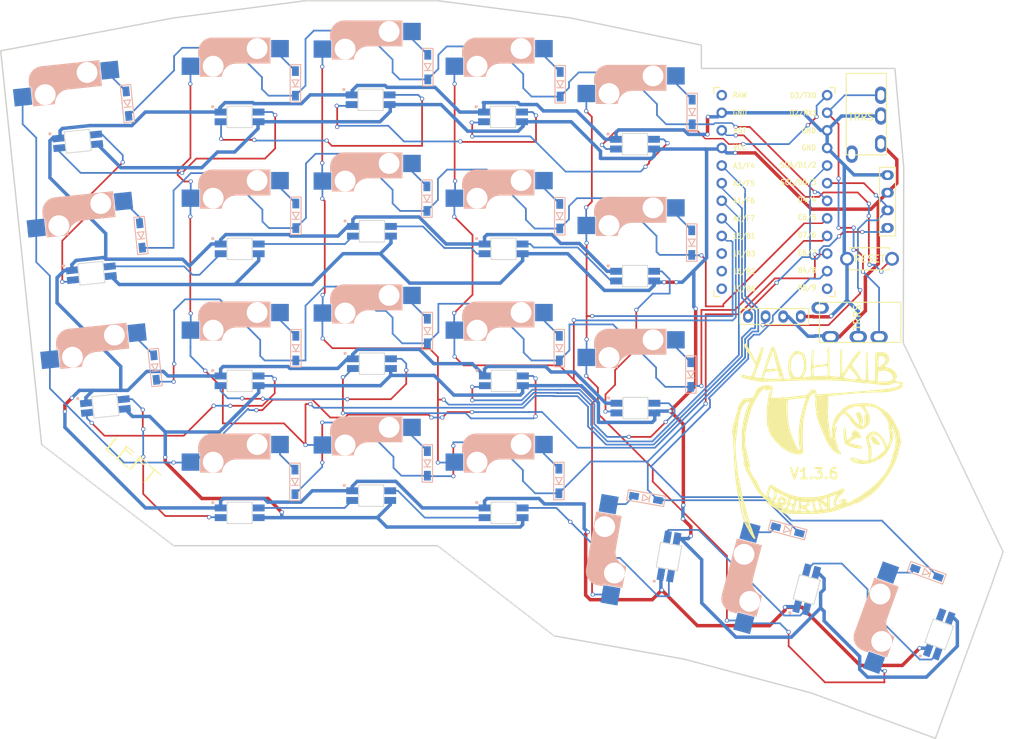
<source format=kicad_pcb>
(kicad_pcb (version 20171130) (host pcbnew "(5.1.10)-1")
  (layers (0 F.Cu signal) (31 B.Cu signal) (34 B.Paste user) (35 F.Paste user) (36 B.SilkS user) (37 F.SilkS user) (38 B.Mask user) (39 F.Mask user) (44 Edge.Cuts user))
  (net 0 "")
  (net 1 "Net-(D1-Pad2)")
  (net 2 "Net-(D2-Pad2)")
  (net 3 "Net-(D3-Pad2)")
  (net 4 "Net-(D4-Pad2)")
  (net 5 "Net-(D5-Pad2)")
  (net 6 "Net-(D6-Pad2)")
  (net 7 "Net-(D7-Pad2)")
  (net 8 "Net-(D8-Pad2)")
  (net 9 "Net-(D9-Pad2)")
  (net 10 "Net-(D10-Pad2)")
  (net 11 "Net-(D11-Pad2)")
  (net 12 "Net-(D12-Pad2)")
  (net 13 "Net-(D13-Pad2)")
  (net 14 "Net-(D14-Pad2)")
  (net 15 "Net-(D15-Pad2)")
  (net 16 "Net-(D16-Pad2)")
  (net 17 "Net-(D17-Pad2)")
  (net 18 "Net-(D18-Pad2)")
  (net 19 "Net-(D19-Pad2)")
  (net 20 "Net-(D20-Pad2)")
  (net 21 "Net-(D21-Pad2)")
  (net 22 VCC)
  (net 23 GND)
  (net 24 LED)
  (net 25 "Net-(LED7-Pad2)")
  (net 26 "Net-(LED8-Pad2)")
  (net 27 "Net-(LED10-Pad4)")
  (net 28 "Net-(LED10-Pad2)")
  (net 29 "Net-(LED11-Pad2)")
  (net 30 "Net-(LED12-Pad2)")
  (net 31 "Net-(LED13-Pad2)")
  (net 32 "Net-(LED14-Pad2)")
  (net 33 "Net-(LED15-Pad2)")
  (net 34 "Net-(LED16-Pad2)")
  (net 35 "Net-(LED17-Pad2)")
  (net 36 "Net-(LED18-Pad2)")
  (net 37 "Net-(LED19-Pad2)")
  (net 38 "Net-(LED20-Pad2)")
  (net 39 "Net-(LED21-Pad2)")
  (net 40 "Net-(LED22-Pad2)")
  (net 41 "Net-(LED23-Pad2)")
  (net 42 "Net-(LED24-Pad2)")
  (net 43 "Net-(LED25-Pad2)")
  (net 44 "Net-(LED26-Pad2)")
  (net 45 P0.20)
  (net 46 P0.13)
  (net 47 P0.24)
  (net 48 P0.09)
  (net 49 P0.10)
  (net 50 "Net-(J1-PadA)")
  (net 51 P0.08)
  (net 52 P0.17)
  (net 53 P0.15)
  (net 54 "Net-(LED27-Pad2)")
  (net 55 RESET)
  (net 56 P0.30)
  (net 57 P0.31)
  (net 58 P0.29)
  (net 59 P0.02)
  (net 60 P1.13)
  (net 61 "Net-(U1-Pad24)")
  (net 62 P0.03)
  (net 63 P0.28)
  (net 64 P1.11)
  (net 65 P1.06)
  (net 66 "Net-(J7-PadA)")
  (module kbd:YS-SK6812MINI-E (layer B.Cu) (at 106.5215 77.813)
    (fp_text reference LED13)
    (fp_text value YS-SK6812MINI-E)
    (fp_line (start 1.8 1.55) (end -1.8 1.55) (layer Edge.Cuts) (width 0.12))
    (fp_line (start 1.8 -1.55) (end 1.8 1.55) (layer Edge.Cuts) (width 0.12))
    (fp_line (start -1.8 -1.55) (end 1.8 -1.55) (layer Edge.Cuts) (width 0.12))
    (fp_line (start -1.8 1.55) (end -1.8 -1.55) (layer Edge.Cuts) (width 0.12))
    (pad 2 smd rect (at 2.75 -0.7) (size 1.7 1) (layers B.Cu B.Paste B.Mask) (net 31 "Net-(LED13-Pad2)"))
    (pad 1 smd rect (at 2.75 0.7) (size 1.7 1) (layers B.Cu B.Paste B.Mask) (net 22 VCC))
    (pad 3 smd rect (at -2.75 -0.7) (size 1.7 1) (layers B.Cu B.Paste B.Mask) (net 23 GND))
    (pad 4 smd rect (at -2.75 0.7) (size 1.7 1) (layers B.Cu B.Paste B.Mask) (net 30 "Net-(LED12-Pad2)"))
  )
  (module kbd:YS-SK6812MINI-E (layer B.Cu) (at 125.6155 94.385)
    (fp_text reference LED19)
    (fp_text value YS-SK6812MINI-E)
    (fp_line (start 1.8 1.55) (end -1.8 1.55) (layer Edge.Cuts) (width 0.12))
    (fp_line (start 1.8 -1.55) (end 1.8 1.55) (layer Edge.Cuts) (width 0.12))
    (fp_line (start -1.8 -1.55) (end 1.8 -1.55) (layer Edge.Cuts) (width 0.12))
    (fp_line (start -1.8 1.55) (end -1.8 -1.55) (layer Edge.Cuts) (width 0.12))
    (pad 2 smd rect (at 2.75 -0.7) (size 1.7 1) (layers B.Cu B.Paste B.Mask) (net 37 "Net-(LED19-Pad2)"))
    (pad 1 smd rect (at 2.75 0.7) (size 1.7 1) (layers B.Cu B.Paste B.Mask) (net 22 VCC))
    (pad 3 smd rect (at -2.75 -0.7) (size 1.7 1) (layers B.Cu B.Paste B.Mask) (net 23 GND))
    (pad 4 smd rect (at -2.75 0.7) (size 1.7 1) (layers B.Cu B.Paste B.Mask) (net 36 "Net-(LED18-Pad2)"))
  )
  (module kbd:YS-SK6812MINI-E (layer B.Cu) (at 125.6155 75.273)
    (fp_text reference LED14)
    (fp_text value YS-SK6812MINI-E)
    (fp_line (start 1.8 1.55) (end -1.8 1.55) (layer Edge.Cuts) (width 0.12))
    (fp_line (start 1.8 -1.55) (end 1.8 1.55) (layer Edge.Cuts) (width 0.12))
    (fp_line (start -1.8 -1.55) (end 1.8 -1.55) (layer Edge.Cuts) (width 0.12))
    (fp_line (start -1.8 1.55) (end -1.8 -1.55) (layer Edge.Cuts) (width 0.12))
    (pad 2 smd rect (at 2.75 -0.7) (size 1.7 1) (layers B.Cu B.Paste B.Mask) (net 32 "Net-(LED14-Pad2)"))
    (pad 1 smd rect (at 2.75 0.7) (size 1.7 1) (layers B.Cu B.Paste B.Mask) (net 22 VCC))
    (pad 3 smd rect (at -2.75 -0.7) (size 1.7 1) (layers B.Cu B.Paste B.Mask) (net 23 GND))
    (pad 4 smd rect (at -2.75 0.7) (size 1.7 1) (layers B.Cu B.Paste B.Mask) (net 31 "Net-(LED13-Pad2)"))
  )
  (module kbd:YS-SK6812MINI-E (layer B.Cu) (at 207.501729 133.456069 70)
    (fp_text reference LED27)
    (fp_text value YS-SK6812MINI-E)
    (fp_line (start 1.8 1.55) (end -1.8 1.55) (layer Edge.Cuts) (width 0.12))
    (fp_line (start 1.8 -1.55) (end 1.8 1.55) (layer Edge.Cuts) (width 0.12))
    (fp_line (start -1.8 -1.55) (end 1.8 -1.55) (layer Edge.Cuts) (width 0.12))
    (fp_line (start -1.8 1.55) (end -1.8 -1.55) (layer Edge.Cuts) (width 0.12))
    (pad 2 smd rect (at 2.75 -0.7 70) (size 1.7 1) (layers B.Cu B.Paste B.Mask) (net 54 "Net-(LED27-Pad2)"))
    (pad 1 smd rect (at 2.75 0.7 70) (size 1.7 1) (layers B.Cu B.Paste B.Mask) (net 22 VCC))
    (pad 3 smd rect (at -2.75 -0.7 70) (size 1.7 1) (layers B.Cu B.Paste B.Mask) (net 23 GND))
    (pad 4 smd rect (at -2.75 0.7 70) (size 1.7 1) (layers B.Cu B.Paste B.Mask) (net 44 "Net-(LED26-Pad2)"))
  )
  (module kbd:YS-SK6812MINI-E (layer B.Cu) (at 144.6215 77.813)
    (fp_text reference LED15)
    (fp_text value YS-SK6812MINI-E)
    (fp_line (start 1.8 1.55) (end -1.8 1.55) (layer Edge.Cuts) (width 0.12))
    (fp_line (start 1.8 -1.55) (end 1.8 1.55) (layer Edge.Cuts) (width 0.12))
    (fp_line (start -1.8 -1.55) (end 1.8 -1.55) (layer Edge.Cuts) (width 0.12))
    (fp_line (start -1.8 1.55) (end -1.8 -1.55) (layer Edge.Cuts) (width 0.12))
    (pad 2 smd rect (at 2.75 -0.7) (size 1.7 1) (layers B.Cu B.Paste B.Mask) (net 33 "Net-(LED15-Pad2)"))
    (pad 1 smd rect (at 2.75 0.7) (size 1.7 1) (layers B.Cu B.Paste B.Mask) (net 22 VCC))
    (pad 3 smd rect (at -2.75 -0.7) (size 1.7 1) (layers B.Cu B.Paste B.Mask) (net 23 GND))
    (pad 4 smd rect (at -2.75 0.7) (size 1.7 1) (layers B.Cu B.Paste B.Mask) (net 32 "Net-(LED14-Pad2)"))
  )
  (module kbd:YS-SK6812MINI-E (layer B.Cu) (at 106.5215 115.913)
    (fp_text reference LED22)
    (fp_text value YS-SK6812MINI-E)
    (fp_line (start 1.8 1.55) (end -1.8 1.55) (layer Edge.Cuts) (width 0.12))
    (fp_line (start 1.8 -1.55) (end 1.8 1.55) (layer Edge.Cuts) (width 0.12))
    (fp_line (start -1.8 -1.55) (end 1.8 -1.55) (layer Edge.Cuts) (width 0.12))
    (fp_line (start -1.8 1.55) (end -1.8 -1.55) (layer Edge.Cuts) (width 0.12))
    (pad 2 smd rect (at 2.75 -0.7) (size 1.7 1) (layers B.Cu B.Paste B.Mask) (net 40 "Net-(LED22-Pad2)"))
    (pad 1 smd rect (at 2.75 0.7) (size 1.7 1) (layers B.Cu B.Paste B.Mask) (net 22 VCC))
    (pad 3 smd rect (at -2.75 -0.7) (size 1.7 1) (layers B.Cu B.Paste B.Mask) (net 23 GND))
    (pad 4 smd rect (at -2.75 0.7) (size 1.7 1) (layers B.Cu B.Paste B.Mask) (net 39 "Net-(LED21-Pad2)"))
  )
  (module kbd:YS-SK6812MINI-E (layer B.Cu) (at 144.5385 58.7615)
    (fp_text reference LED8)
    (fp_text value YS-SK6812MINI-E)
    (fp_line (start 1.8 1.55) (end -1.8 1.55) (layer Edge.Cuts) (width 0.12))
    (fp_line (start 1.8 -1.55) (end 1.8 1.55) (layer Edge.Cuts) (width 0.12))
    (fp_line (start -1.8 -1.55) (end 1.8 -1.55) (layer Edge.Cuts) (width 0.12))
    (fp_line (start -1.8 1.55) (end -1.8 -1.55) (layer Edge.Cuts) (width 0.12))
    (pad 2 smd rect (at 2.75 -0.7) (size 1.7 1) (layers B.Cu B.Paste B.Mask) (net 26 "Net-(LED8-Pad2)"))
    (pad 1 smd rect (at 2.75 0.7) (size 1.7 1) (layers B.Cu B.Paste B.Mask) (net 22 VCC))
    (pad 3 smd rect (at -2.75 -0.7) (size 1.7 1) (layers B.Cu B.Paste B.Mask) (net 23 GND))
    (pad 4 smd rect (at -2.75 0.7) (size 1.7 1) (layers B.Cu B.Paste B.Mask) (net 25 "Net-(LED7-Pad2)"))
  )
  (module kbd:YS-SK6812MINI-E (layer B.Cu) (at 125.425 56.285)
    (fp_text reference LED9)
    (fp_text value YS-SK6812MINI-E)
    (fp_line (start 1.8 1.55) (end -1.8 1.55) (layer Edge.Cuts) (width 0.12))
    (fp_line (start 1.8 -1.55) (end 1.8 1.55) (layer Edge.Cuts) (width 0.12))
    (fp_line (start -1.8 -1.55) (end 1.8 -1.55) (layer Edge.Cuts) (width 0.12))
    (fp_line (start -1.8 1.55) (end -1.8 -1.55) (layer Edge.Cuts) (width 0.12))
    (pad 2 smd rect (at 2.75 -0.7) (size 1.7 1) (layers B.Cu B.Paste B.Mask) (net 27 "Net-(LED10-Pad4)"))
    (pad 1 smd rect (at 2.75 0.7) (size 1.7 1) (layers B.Cu B.Paste B.Mask) (net 22 VCC))
    (pad 3 smd rect (at -2.75 -0.7) (size 1.7 1) (layers B.Cu B.Paste B.Mask) (net 23 GND))
    (pad 4 smd rect (at -2.75 0.7) (size 1.7 1) (layers B.Cu B.Paste B.Mask) (net 26 "Net-(LED8-Pad2)"))
  )
  (module kbd:YS-SK6812MINI-E (layer B.Cu) (at 163.5885 62.6985)
    (fp_text reference LED7)
    (fp_text value YS-SK6812MINI-E)
    (fp_line (start 1.8 1.55) (end -1.8 1.55) (layer Edge.Cuts) (width 0.12))
    (fp_line (start 1.8 -1.55) (end 1.8 1.55) (layer Edge.Cuts) (width 0.12))
    (fp_line (start -1.8 -1.55) (end 1.8 -1.55) (layer Edge.Cuts) (width 0.12))
    (fp_line (start -1.8 1.55) (end -1.8 -1.55) (layer Edge.Cuts) (width 0.12))
    (pad 2 smd rect (at 2.75 -0.7) (size 1.7 1) (layers B.Cu B.Paste B.Mask) (net 25 "Net-(LED7-Pad2)"))
    (pad 1 smd rect (at 2.75 0.7) (size 1.7 1) (layers B.Cu B.Paste B.Mask) (net 22 VCC))
    (pad 3 smd rect (at -2.75 -0.7) (size 1.7 1) (layers B.Cu B.Paste B.Mask) (net 23 GND))
    (pad 4 smd rect (at -2.75 0.7) (size 1.7 1) (layers B.Cu B.Paste B.Mask) (net 24 LED))
  )
  (module kbd:YS-SK6812MINI-E (layer B.Cu) (at 106.502 96.8615)
    (fp_text reference LED20)
    (fp_text value YS-SK6812MINI-E)
    (fp_line (start 1.8 1.55) (end -1.8 1.55) (layer Edge.Cuts) (width 0.12))
    (fp_line (start 1.8 -1.55) (end 1.8 1.55) (layer Edge.Cuts) (width 0.12))
    (fp_line (start -1.8 -1.55) (end 1.8 -1.55) (layer Edge.Cuts) (width 0.12))
    (fp_line (start -1.8 1.55) (end -1.8 -1.55) (layer Edge.Cuts) (width 0.12))
    (pad 2 smd rect (at 2.75 -0.7) (size 1.7 1) (layers B.Cu B.Paste B.Mask) (net 38 "Net-(LED20-Pad2)"))
    (pad 1 smd rect (at 2.75 0.7) (size 1.7 1) (layers B.Cu B.Paste B.Mask) (net 22 VCC))
    (pad 3 smd rect (at -2.75 -0.7) (size 1.7 1) (layers B.Cu B.Paste B.Mask) (net 23 GND))
    (pad 4 smd rect (at -2.75 0.7) (size 1.7 1) (layers B.Cu B.Paste B.Mask) (net 37 "Net-(LED19-Pad2)"))
  )
  (module kbd:YS-SK6812MINI-E (layer B.Cu) (at 85.107735 81.324119 6)
    (fp_text reference LED12)
    (fp_text value YS-SK6812MINI-E)
    (fp_line (start 1.8 1.55) (end -1.8 1.55) (layer Edge.Cuts) (width 0.12))
    (fp_line (start 1.8 -1.55) (end 1.8 1.55) (layer Edge.Cuts) (width 0.12))
    (fp_line (start -1.8 -1.55) (end 1.8 -1.55) (layer Edge.Cuts) (width 0.12))
    (fp_line (start -1.8 1.55) (end -1.8 -1.55) (layer Edge.Cuts) (width 0.12))
    (pad 2 smd rect (at 2.75 -0.7 6) (size 1.7 1) (layers B.Cu B.Paste B.Mask) (net 30 "Net-(LED12-Pad2)"))
    (pad 1 smd rect (at 2.75 0.7 6) (size 1.7 1) (layers B.Cu B.Paste B.Mask) (net 22 VCC))
    (pad 3 smd rect (at -2.75 -0.7 6) (size 1.7 1) (layers B.Cu B.Paste B.Mask) (net 23 GND))
    (pad 4 smd rect (at -2.75 0.7 6) (size 1.7 1) (layers B.Cu B.Paste B.Mask) (net 29 "Net-(LED11-Pad2)"))
  )
  (module kbd:YS-SK6812MINI-E (layer B.Cu) (at 87.139735 100.501119 6)
    (fp_text reference LED21)
    (fp_text value YS-SK6812MINI-E)
    (fp_line (start 1.8 1.55) (end -1.8 1.55) (layer Edge.Cuts) (width 0.12))
    (fp_line (start 1.8 -1.55) (end 1.8 1.55) (layer Edge.Cuts) (width 0.12))
    (fp_line (start -1.8 -1.55) (end 1.8 -1.55) (layer Edge.Cuts) (width 0.12))
    (fp_line (start -1.8 1.55) (end -1.8 -1.55) (layer Edge.Cuts) (width 0.12))
    (pad 2 smd rect (at 2.75 -0.7 6) (size 1.7 1) (layers B.Cu B.Paste B.Mask) (net 39 "Net-(LED21-Pad2)"))
    (pad 1 smd rect (at 2.75 0.7 6) (size 1.7 1) (layers B.Cu B.Paste B.Mask) (net 22 VCC))
    (pad 3 smd rect (at -2.75 -0.7 6) (size 1.7 1) (layers B.Cu B.Paste B.Mask) (net 23 GND))
    (pad 4 smd rect (at -2.75 0.7 6) (size 1.7 1) (layers B.Cu B.Paste B.Mask) (net 38 "Net-(LED20-Pad2)"))
  )
  (module kbd:YS-SK6812MINI-E (layer B.Cu) (at 144.6215 115.913)
    (fp_text reference LED24)
    (fp_text value YS-SK6812MINI-E)
    (fp_line (start 1.8 1.55) (end -1.8 1.55) (layer Edge.Cuts) (width 0.12))
    (fp_line (start 1.8 -1.55) (end 1.8 1.55) (layer Edge.Cuts) (width 0.12))
    (fp_line (start -1.8 -1.55) (end 1.8 -1.55) (layer Edge.Cuts) (width 0.12))
    (fp_line (start -1.8 1.55) (end -1.8 -1.55) (layer Edge.Cuts) (width 0.12))
    (pad 2 smd rect (at 2.75 -0.7) (size 1.7 1) (layers B.Cu B.Paste B.Mask) (net 42 "Net-(LED24-Pad2)"))
    (pad 1 smd rect (at 2.75 0.7) (size 1.7 1) (layers B.Cu B.Paste B.Mask) (net 22 VCC))
    (pad 3 smd rect (at -2.75 -0.7) (size 1.7 1) (layers B.Cu B.Paste B.Mask) (net 23 GND))
    (pad 4 smd rect (at -2.75 0.7) (size 1.7 1) (layers B.Cu B.Paste B.Mask) (net 41 "Net-(LED23-Pad2)"))
  )
  (module kbd:YS-SK6812MINI-E (layer B.Cu) (at 144.6655 96.8615)
    (fp_text reference LED18)
    (fp_text value YS-SK6812MINI-E)
    (fp_line (start 1.8 1.55) (end -1.8 1.55) (layer Edge.Cuts) (width 0.12))
    (fp_line (start 1.8 -1.55) (end 1.8 1.55) (layer Edge.Cuts) (width 0.12))
    (fp_line (start -1.8 -1.55) (end 1.8 -1.55) (layer Edge.Cuts) (width 0.12))
    (fp_line (start -1.8 1.55) (end -1.8 -1.55) (layer Edge.Cuts) (width 0.12))
    (pad 2 smd rect (at 2.75 -0.7) (size 1.7 1) (layers B.Cu B.Paste B.Mask) (net 36 "Net-(LED18-Pad2)"))
    (pad 1 smd rect (at 2.75 0.7) (size 1.7 1) (layers B.Cu B.Paste B.Mask) (net 22 VCC))
    (pad 3 smd rect (at -2.75 -0.7) (size 1.7 1) (layers B.Cu B.Paste B.Mask) (net 23 GND))
    (pad 4 smd rect (at -2.75 0.7) (size 1.7 1) (layers B.Cu B.Paste B.Mask) (net 35 "Net-(LED17-Pad2)"))
  )
  (module kbd:YS-SK6812MINI-E (layer B.Cu) (at 125.508 113.4365)
    (fp_text reference LED23)
    (fp_text value YS-SK6812MINI-E)
    (fp_line (start 1.8 1.55) (end -1.8 1.55) (layer Edge.Cuts) (width 0.12))
    (fp_line (start 1.8 -1.55) (end 1.8 1.55) (layer Edge.Cuts) (width 0.12))
    (fp_line (start -1.8 -1.55) (end 1.8 -1.55) (layer Edge.Cuts) (width 0.12))
    (fp_line (start -1.8 1.55) (end -1.8 -1.55) (layer Edge.Cuts) (width 0.12))
    (pad 2 smd rect (at 2.75 -0.7) (size 1.7 1) (layers B.Cu B.Paste B.Mask) (net 41 "Net-(LED23-Pad2)"))
    (pad 1 smd rect (at 2.75 0.7) (size 1.7 1) (layers B.Cu B.Paste B.Mask) (net 22 VCC))
    (pad 3 smd rect (at -2.75 -0.7) (size 1.7 1) (layers B.Cu B.Paste B.Mask) (net 23 GND))
    (pad 4 smd rect (at -2.75 0.7) (size 1.7 1) (layers B.Cu B.Paste B.Mask) (net 40 "Net-(LED22-Pad2)"))
  )
  (module kbd:YS-SK6812MINI-E (layer B.Cu) (at 188.381396 126.992969 75)
    (fp_text reference LED26)
    (fp_text value YS-SK6812MINI-E)
    (fp_line (start 1.8 1.55) (end -1.8 1.55) (layer Edge.Cuts) (width 0.12))
    (fp_line (start 1.8 -1.55) (end 1.8 1.55) (layer Edge.Cuts) (width 0.12))
    (fp_line (start -1.8 -1.55) (end 1.8 -1.55) (layer Edge.Cuts) (width 0.12))
    (fp_line (start -1.8 1.55) (end -1.8 -1.55) (layer Edge.Cuts) (width 0.12))
    (pad 2 smd rect (at 2.75 -0.7 75) (size 1.7 1) (layers B.Cu B.Paste B.Mask) (net 44 "Net-(LED26-Pad2)"))
    (pad 1 smd rect (at 2.75 0.7 75) (size 1.7 1) (layers B.Cu B.Paste B.Mask) (net 22 VCC))
    (pad 3 smd rect (at -2.75 -0.7 75) (size 1.7 1) (layers B.Cu B.Paste B.Mask) (net 23 GND))
    (pad 4 smd rect (at -2.75 0.7 75) (size 1.7 1) (layers B.Cu B.Paste B.Mask) (net 43 "Net-(LED25-Pad2)"))
  )
  (module kbd:YS-SK6812MINI-E (layer B.Cu) (at 168.499333 122.222775 80)
    (fp_text reference LED25)
    (fp_text value YS-SK6812MINI-E)
    (fp_line (start 1.8 1.55) (end -1.8 1.55) (layer Edge.Cuts) (width 0.12))
    (fp_line (start 1.8 -1.55) (end 1.8 1.55) (layer Edge.Cuts) (width 0.12))
    (fp_line (start -1.8 -1.55) (end 1.8 -1.55) (layer Edge.Cuts) (width 0.12))
    (fp_line (start -1.8 1.55) (end -1.8 -1.55) (layer Edge.Cuts) (width 0.12))
    (pad 2 smd rect (at 2.75 -0.7 80) (size 1.7 1) (layers B.Cu B.Paste B.Mask) (net 43 "Net-(LED25-Pad2)"))
    (pad 1 smd rect (at 2.75 0.7 80) (size 1.7 1) (layers B.Cu B.Paste B.Mask) (net 22 VCC))
    (pad 3 smd rect (at -2.75 -0.7 80) (size 1.7 1) (layers B.Cu B.Paste B.Mask) (net 23 GND))
    (pad 4 smd rect (at -2.75 0.7 80) (size 1.7 1) (layers B.Cu B.Paste B.Mask) (net 42 "Net-(LED24-Pad2)"))
  )
  (module kbd:YS-SK6812MINI-E (layer B.Cu) (at 163.652 100.7985)
    (fp_text reference LED17)
    (fp_text value YS-SK6812MINI-E)
    (fp_line (start 1.8 1.55) (end -1.8 1.55) (layer Edge.Cuts) (width 0.12))
    (fp_line (start 1.8 -1.55) (end 1.8 1.55) (layer Edge.Cuts) (width 0.12))
    (fp_line (start -1.8 -1.55) (end 1.8 -1.55) (layer Edge.Cuts) (width 0.12))
    (fp_line (start -1.8 1.55) (end -1.8 -1.55) (layer Edge.Cuts) (width 0.12))
    (pad 2 smd rect (at 2.75 -0.7) (size 1.7 1) (layers B.Cu B.Paste B.Mask) (net 35 "Net-(LED17-Pad2)"))
    (pad 1 smd rect (at 2.75 0.7) (size 1.7 1) (layers B.Cu B.Paste B.Mask) (net 22 VCC))
    (pad 3 smd rect (at -2.75 -0.7) (size 1.7 1) (layers B.Cu B.Paste B.Mask) (net 23 GND))
    (pad 4 smd rect (at -2.75 0.7) (size 1.7 1) (layers B.Cu B.Paste B.Mask) (net 34 "Net-(LED16-Pad2)"))
  )
  (module kbd:YS-SK6812MINI-E (layer B.Cu) (at 106.502 58.7615)
    (fp_text reference LED10)
    (fp_text value YS-SK6812MINI-E)
    (fp_line (start 1.8 1.55) (end -1.8 1.55) (layer Edge.Cuts) (width 0.12))
    (fp_line (start 1.8 -1.55) (end 1.8 1.55) (layer Edge.Cuts) (width 0.12))
    (fp_line (start -1.8 -1.55) (end 1.8 -1.55) (layer Edge.Cuts) (width 0.12))
    (fp_line (start -1.8 1.55) (end -1.8 -1.55) (layer Edge.Cuts) (width 0.12))
    (pad 2 smd rect (at 2.75 -0.7) (size 1.7 1) (layers B.Cu B.Paste B.Mask) (net 28 "Net-(LED10-Pad2)"))
    (pad 1 smd rect (at 2.75 0.7) (size 1.7 1) (layers B.Cu B.Paste B.Mask) (net 22 VCC))
    (pad 3 smd rect (at -2.75 -0.7) (size 1.7 1) (layers B.Cu B.Paste B.Mask) (net 23 GND))
    (pad 4 smd rect (at -2.75 0.7) (size 1.7 1) (layers B.Cu B.Paste B.Mask) (net 27 "Net-(LED10-Pad4)"))
  )
  (module kbd:YS-SK6812MINI-E (layer B.Cu) (at 163.608 81.75)
    (fp_text reference LED16)
    (fp_text value YS-SK6812MINI-E)
    (fp_line (start 1.8 1.55) (end -1.8 1.55) (layer Edge.Cuts) (width 0.12))
    (fp_line (start 1.8 -1.55) (end 1.8 1.55) (layer Edge.Cuts) (width 0.12))
    (fp_line (start -1.8 -1.55) (end 1.8 -1.55) (layer Edge.Cuts) (width 0.12))
    (fp_line (start -1.8 1.55) (end -1.8 -1.55) (layer Edge.Cuts) (width 0.12))
    (pad 2 smd rect (at 2.75 -0.7) (size 1.7 1) (layers B.Cu B.Paste B.Mask) (net 34 "Net-(LED16-Pad2)"))
    (pad 1 smd rect (at 2.75 0.7) (size 1.7 1) (layers B.Cu B.Paste B.Mask) (net 22 VCC))
    (pad 3 smd rect (at -2.75 -0.7) (size 1.7 1) (layers B.Cu B.Paste B.Mask) (net 23 GND))
    (pad 4 smd rect (at -2.75 0.7) (size 1.7 1) (layers B.Cu B.Paste B.Mask) (net 33 "Net-(LED15-Pad2)"))
  )
  (module kbd:YS-SK6812MINI-E (layer B.Cu) (at 83.139235 62.274119 6)
    (fp_text reference LED11)
    (fp_text value YS-SK6812MINI-E)
    (fp_line (start 1.8 1.55) (end -1.8 1.55) (layer Edge.Cuts) (width 0.12))
    (fp_line (start 1.8 -1.55) (end 1.8 1.55) (layer Edge.Cuts) (width 0.12))
    (fp_line (start -1.8 -1.55) (end 1.8 -1.55) (layer Edge.Cuts) (width 0.12))
    (fp_line (start -1.8 1.55) (end -1.8 -1.55) (layer Edge.Cuts) (width 0.12))
    (pad 2 smd rect (at 2.75 -0.7 6) (size 1.7 1) (layers B.Cu B.Paste B.Mask) (net 29 "Net-(LED11-Pad2)"))
    (pad 1 smd rect (at 2.75 0.7 6) (size 1.7 1) (layers B.Cu B.Paste B.Mask) (net 22 VCC))
    (pad 3 smd rect (at -2.75 -0.7 6) (size 1.7 1) (layers B.Cu B.Paste B.Mask) (net 23 GND))
    (pad 4 smd rect (at -2.75 0.7 6) (size 1.7 1) (layers B.Cu B.Paste B.Mask) (net 28 "Net-(LED10-Pad2)"))
  )
  (module kbd:MJ-4PP-9_1side (layer F.Cu) (at 202.125 88.425 270)
    (fp_text reference J7)
    (fp_text value MJ-4PP-9 hide)
    (fp_text user TRRS (at -0.75 6.45 90) (layer F.SilkS))
    (pad A thru_hole oval (at -2.1 11.8 270) (size 1.7 2.5) (drill oval 1 1.5) (layers *.Cu *.Mask) (net 66 "Net-(J7-PadA)") (clearance 0.15))
    (pad D thru_hole oval (at 2.1 10.3 270) (size 1.7 2.5) (drill oval 1 1.5) (layers *.Cu *.Mask) (net 22 VCC) (clearance 0.15))
    (pad C thru_hole oval (at 2.1 6.3 270) (size 1.7 2.5) (drill oval 1 1.5) (layers *.Cu *.Mask) (net 23 GND))
    (pad B thru_hole oval (at 2.1 3.3 270) (size 1.7 2.5) (drill oval 1 1.5) (layers *.Cu *.Mask) (net 51 P0.08))
    (pad "" np_thru_hole circle (at 0 8.5 270) (size 1.2 1.2) (drill 1.2) (layers *.Cu *.Mask))
    (pad "" np_thru_hole circle (at 0 1.5 270) (size 1.2 1.2) (drill 1.2) (layers *.Cu *.Mask))
  )
  (module kbd:OLED_1side (layer F.Cu) (at 179.908 87.5795)
    (fp_text reference J5)
    (fp_text value OLED hide)
    (pad 4 thru_hole oval (at 7.62 0) (size 1.397 1.778) (drill 0.83) (layers *.Cu *.Mask) (net 23 GND))
    (pad 3 thru_hole oval (at 5.08 0) (size 1.397 1.778) (drill 0.83) (layers *.Cu *.Mask) (net 22 VCC))
    (pad 2 thru_hole oval (at 2.54 0) (size 1.397 1.778) (drill 0.83) (layers *.Cu *.Mask) (net 52 P0.17))
    (pad 1 thru_hole oval (at 0 0) (size 1.397 1.778) (drill 0.83) (layers *.Cu *.Mask) (net 53 P0.15))
  )
  (module logo:left (layer F.Cu) (at 91.225 108.475 320)
    (fp_text reference G*** hide)
    (fp_text value LOGO hide)
  )
  (module kbd:ProMicro_v3 (layer F.Cu) (at 183.722 70.1075)
    (fp_text reference U1 hide)
    (fp_text value ProMicro hide)
    (fp_text user RAW (at -4.995 -14.5 unlocked) (layer F.SilkS) (effects (font (size 0.75 0.67) (thickness 0.125))))
    (fp_text user GND (at -4.995 -11.95 unlocked) (layer F.SilkS) (effects (font (size 0.75 0.67) (thickness 0.125))))
    (fp_text user RST (at -4.995 -9.4 unlocked) (layer F.SilkS) (effects (font (size 0.75 0.67) (thickness 0.125))))
    (fp_text user VCC (at -4.995 -6.95 unlocked) (layer F.SilkS) (effects (font (size 0.75 0.67) (thickness 0.125))))
    (fp_text user A3/F4 (at -4.395 -4.25 unlocked) (layer F.SilkS) (effects (font (size 0.75 0.67) (thickness 0.125))))
    (fp_text user A2/F5 (at -4.395 -1.75 unlocked) (layer F.SilkS) (effects (font (size 0.75 0.67) (thickness 0.125))))
    (fp_text user A1/F6 (at -4.395 0.75 unlocked) (layer F.SilkS) (effects (font (size 0.75 0.67) (thickness 0.125))))
    (fp_text user A0/F7 (at -4.395 3.3 unlocked) (layer F.SilkS) (effects (font (size 0.75 0.67) (thickness 0.125))))
    (fp_text user 15/B1 (at -4.395 5.85 unlocked) (layer F.SilkS) (effects (font (size 0.75 0.67) (thickness 0.125))))
    (fp_text user 14/B3 (at -4.395 8.4 unlocked) (layer F.SilkS) (effects (font (size 0.75 0.67) (thickness 0.125))))
    (fp_text user 10/B6 (at -4.395 13.45 unlocked) (layer F.SilkS) (effects (font (size 0.75 0.67) (thickness 0.125))))
    (fp_text user 16/B2 (at -4.395 10.95 unlocked) (layer F.SilkS) (effects (font (size 0.75 0.67) (thickness 0.125))))
    (fp_text user E6/7 (at 4.705 8.25 unlocked) (layer F.SilkS) (effects (font (size 0.75 0.67) (thickness 0.125))))
    (fp_text user D7/6 (at 4.705 5.7 unlocked) (layer F.SilkS) (effects (font (size 0.75 0.67) (thickness 0.125))))
    (fp_text user GND (at 4.955 -9.35 unlocked) (layer F.SilkS) (effects (font (size 0.75 0.67) (thickness 0.125))))
    (fp_text user GND (at 4.955 -6.9 unlocked) (layer F.SilkS) (effects (font (size 0.75 0.67) (thickness 0.125))))
    (fp_text user D3/TX0 (at 4.155 -14.45 unlocked) (layer F.SilkS) (effects (font (size 0.75 0.67) (thickness 0.125))))
    (fp_text user D4/4 (at 4.705 0.6 unlocked) (layer F.SilkS) (effects (font (size 0.75 0.67) (thickness 0.125))))
    (fp_text user SDA/D1/2 (at 3.455 -4.4 unlocked) (layer F.SilkS) (effects (font (size 0.75 0.67) (thickness 0.125))))
    (fp_text user SCL/D0/3 (at 3.455 -1.9 unlocked) (layer F.SilkS) (effects (font (size 0.75 0.67) (thickness 0.125))))
    (fp_text user C6/5 (at 4.705 3.15 unlocked) (layer F.SilkS) (effects (font (size 0.75 0.67) (thickness 0.125))))
    (fp_text user B5/9 (at 4.705 13.3 unlocked) (layer F.SilkS) (effects (font (size 0.75 0.67) (thickness 0.125))))
    (fp_text user D2/RX1 (at 4.155 -11.9 unlocked) (layer F.SilkS) (effects (font (size 0.75 0.67) (thickness 0.125))))
    (fp_text user B4/8 (at 4.705 10.8 unlocked) (layer F.SilkS) (effects (font (size 0.75 0.67) (thickness 0.125))))
    (pad 24 thru_hole circle (at -7.6086 -14.478) (size 1.524 1.524) (drill 0.9) (layers *.Cu *.Mask) (net 61 "Net-(U1-Pad24)"))
    (pad 23 thru_hole circle (at -7.6086 -11.938) (size 1.524 1.524) (drill 0.9) (layers *.Cu *.Mask) (net 23 GND))
    (pad 22 thru_hole circle (at -7.6086 -9.398) (size 1.524 1.524) (drill 0.9) (layers *.Cu *.Mask) (net 55 RESET))
    (pad 21 thru_hole circle (at -7.6086 -6.858) (size 1.524 1.524) (drill 0.9) (layers *.Cu *.Mask) (net 22 VCC))
    (pad 20 thru_hole circle (at -7.6086 -4.318) (size 1.524 1.524) (drill 0.9) (layers *.Cu *.Mask) (net 56 P0.30))
    (pad 19 thru_hole circle (at -7.6086 -1.778) (size 1.524 1.524) (drill 0.9) (layers *.Cu *.Mask) (net 57 P0.31))
    (pad 18 thru_hole circle (at -7.6086 0.762) (size 1.524 1.524) (drill 0.9) (layers *.Cu *.Mask) (net 58 P0.29))
    (pad 17 thru_hole circle (at -7.6086 3.302) (size 1.524 1.524) (drill 0.9) (layers *.Cu *.Mask) (net 59 P0.02))
    (pad 16 thru_hole circle (at -7.6086 5.842) (size 1.524 1.524) (drill 0.9) (layers *.Cu *.Mask) (net 60 P1.13))
    (pad 15 thru_hole circle (at -7.6086 8.382) (size 1.524 1.524) (drill 0.9) (layers *.Cu *.Mask) (net 62 P0.03))
    (pad 14 thru_hole circle (at -7.6086 10.922) (size 1.524 1.524) (drill 0.9) (layers *.Cu *.Mask) (net 63 P0.28))
    (pad 13 thru_hole circle (at -7.6086 13.462) (size 1.524 1.524) (drill 0.9) (layers *.Cu *.Mask) (net 64 P1.11))
    (pad 12 thru_hole circle (at 7.6114 13.462) (size 1.524 1.524) (drill 0.9) (layers *.Cu *.Mask) (net 65 P1.06))
    (pad 11 thru_hole circle (at 7.6114 10.922) (size 1.524 1.524) (drill 0.9) (layers *.Cu *.Mask) (net 49 P0.10))
    (pad 10 thru_hole circle (at 7.6114 8.382) (size 1.524 1.524) (drill 0.9) (layers *.Cu *.Mask) (net 48 P0.09))
    (pad 9 thru_hole circle (at 7.6114 5.842) (size 1.524 1.524) (drill 0.9) (layers *.Cu *.Mask) (net 47 P0.24))
    (pad 8 thru_hole circle (at 7.6114 3.302) (size 1.524 1.524) (drill 0.9) (layers *.Cu *.Mask) (net 46 P0.13))
    (pad 7 thru_hole circle (at 7.6114 0.762) (size 1.524 1.524) (drill 0.9) (layers *.Cu *.Mask) (net 45 P0.20))
    (pad 6 thru_hole circle (at 7.6114 -1.778) (size 1.524 1.524) (drill 0.9) (layers *.Cu *.Mask) (net 52 P0.17))
    (pad 5 thru_hole circle (at 7.6114 -4.318) (size 1.524 1.524) (drill 0.9) (layers *.Cu *.Mask) (net 53 P0.15))
    (pad 4 thru_hole circle (at 7.6114 -6.858) (size 1.524 1.524) (drill 0.9) (layers *.Cu *.Mask) (net 23 GND))
    (pad 3 thru_hole circle (at 7.6114 -9.398) (size 1.524 1.524) (drill 0.9) (layers *.Cu *.Mask) (net 23 GND))
    (pad 2 thru_hole circle (at 7.6114 -11.938) (size 1.524 1.524) (drill 0.9) (layers *.Cu *.Mask) (net 51 P0.08))
    (pad 1 thru_hole circle (at 7.6114 -14.478) (size 1.524 1.524) (drill 0.9) (layers *.Cu *.Mask) (net 24 LED))
  )
  (module kbd:CherryMX_Hotswap (layer F.Cu) (at 144.602 53.988)
    (fp_text reference SW4 hide)
    (fp_text value SW_PUSH hide)
    (pad "" np_thru_hole circle (at 2.54 -5.08) (size 3 3) (drill 3) (layers *.Cu *.Mask))
    (pad "" np_thru_hole circle (at -3.81 -2.54) (size 3 3) (drill 3) (layers *.Cu *.Mask))
    (pad 2 smd rect (at 5.842 -5.08 180) (size 2.55 2.5) (layers B.Cu B.Paste B.Mask) (net 4 "Net-(D4-Pad2)"))
    (pad "" np_thru_hole circle (at -5.08 0) (size 1.9 1.9) (drill 1.9) (layers *.Cu *.Mask))
    (pad "" np_thru_hole circle (at 5.08 0) (size 1.9 1.9) (drill 1.9) (layers *.Cu *.Mask))
    (pad "" np_thru_hole circle (at 0 0 90) (size 4.1 4.1) (drill 4.1) (layers *.Cu *.Mask))
    (pad 1 smd rect (at -7.085 -2.54 180) (size 2.55 2.5) (layers B.Cu B.Paste B.Mask) (net 59 P0.02))
  )
  (module kbd:CherryMX_Hotswap (layer F.Cu) (at 163.652 57.925)
    (fp_text reference SW5 hide)
    (fp_text value SW_PUSH hide)
    (pad "" np_thru_hole circle (at 2.54 -5.08) (size 3 3) (drill 3) (layers *.Cu *.Mask))
    (pad "" np_thru_hole circle (at -3.81 -2.54) (size 3 3) (drill 3) (layers *.Cu *.Mask))
    (pad 2 smd rect (at 5.842 -5.08 180) (size 2.55 2.5) (layers B.Cu B.Paste B.Mask) (net 5 "Net-(D5-Pad2)"))
    (pad "" np_thru_hole circle (at -5.08 0) (size 1.9 1.9) (drill 1.9) (layers *.Cu *.Mask))
    (pad "" np_thru_hole circle (at 5.08 0) (size 1.9 1.9) (drill 1.9) (layers *.Cu *.Mask))
    (pad "" np_thru_hole circle (at 0 0 90) (size 4.1 4.1) (drill 4.1) (layers *.Cu *.Mask))
    (pad 1 smd rect (at -7.085 -2.54 180) (size 2.55 2.5) (layers B.Cu B.Paste B.Mask) (net 60 P1.13))
  )
  (module kbd:CherryMX_Hotswap (layer F.Cu) (at 125.552 108.6615)
    (fp_text reference SW17 hide)
    (fp_text value SW_PUSH hide)
    (pad "" np_thru_hole circle (at 2.54 -5.08) (size 3 3) (drill 3) (layers *.Cu *.Mask))
    (pad "" np_thru_hole circle (at -3.81 -2.54) (size 3 3) (drill 3) (layers *.Cu *.Mask))
    (pad 2 smd rect (at 5.842 -5.08 180) (size 2.55 2.5) (layers B.Cu B.Paste B.Mask) (net 17 "Net-(D17-Pad2)"))
    (pad "" np_thru_hole circle (at -5.08 0) (size 1.9 1.9) (drill 1.9) (layers *.Cu *.Mask))
    (pad "" np_thru_hole circle (at 5.08 0) (size 1.9 1.9) (drill 1.9) (layers *.Cu *.Mask))
    (pad "" np_thru_hole circle (at 0 0 90) (size 4.1 4.1) (drill 4.1) (layers *.Cu *.Mask))
    (pad 1 smd rect (at -7.085 -2.54 180) (size 2.55 2.5) (layers B.Cu B.Paste B.Mask) (net 57 P0.31))
  )
  (module kbd:CherryMX_Hotswap (layer F.Cu) (at 125.552 89.6115)
    (fp_text reference SW13 hide)
    (fp_text value SW_PUSH hide)
    (pad "" np_thru_hole circle (at 2.54 -5.08) (size 3 3) (drill 3) (layers *.Cu *.Mask))
    (pad "" np_thru_hole circle (at -3.81 -2.54) (size 3 3) (drill 3) (layers *.Cu *.Mask))
    (pad 2 smd rect (at 5.842 -5.08 180) (size 2.55 2.5) (layers B.Cu B.Paste B.Mask) (net 13 "Net-(D13-Pad2)"))
    (pad "" np_thru_hole circle (at -5.08 0) (size 1.9 1.9) (drill 1.9) (layers *.Cu *.Mask))
    (pad "" np_thru_hole circle (at 5.08 0) (size 1.9 1.9) (drill 1.9) (layers *.Cu *.Mask))
    (pad "" np_thru_hole circle (at 0 0 90) (size 4.1 4.1) (drill 4.1) (layers *.Cu *.Mask))
    (pad 1 smd rect (at -7.085 -2.54 180) (size 2.55 2.5) (layers B.Cu B.Paste B.Mask) (net 58 P0.29))
  )
  (module logo:yaohkib_logo (layer F.Cu) (at 190.677 115.5405)
    (fp_text reference G*** hide)
    (fp_text value LOGO hide)
  )
  (module kbd:CherryMX_Hotswap_1.5u (layer F.Cu) (at 163.779 121.298 80)
    (fp_text reference SW19 hide)
    (fp_text value SW_PUSH hide)
    (pad "" np_thru_hole circle (at 2.54 -5.08 80) (size 3 3) (drill 3) (layers *.Cu *.Mask))
    (pad "" np_thru_hole circle (at -3.81 -2.54 80) (size 3 3) (drill 3) (layers *.Cu *.Mask))
    (pad 2 smd rect (at 5.842 -5.08 260) (size 2.55 2.5) (layers B.Cu B.Paste B.Mask) (net 19 "Net-(D19-Pad2)"))
    (pad "" np_thru_hole circle (at -5.08 0 80) (size 1.9 1.9) (drill 1.9) (layers *.Cu *.Mask))
    (pad "" np_thru_hole circle (at 5.08 0 80) (size 1.9 1.9) (drill 1.9) (layers *.Cu *.Mask))
    (pad "" np_thru_hole circle (at 0 0 170) (size 4.1 4.1) (drill 4.1) (layers *.Cu *.Mask))
    (pad 1 smd rect (at -7.085 -2.54 260) (size 2.55 2.5) (layers B.Cu B.Paste B.Mask) (net 59 P0.02))
  )
  (module kbd:CherryMX_Hotswap (layer F.Cu) (at 163.652 96.025)
    (fp_text reference SW15 hide)
    (fp_text value SW_PUSH hide)
    (pad "" np_thru_hole circle (at 2.54 -5.08) (size 3 3) (drill 3) (layers *.Cu *.Mask))
    (pad "" np_thru_hole circle (at -3.81 -2.54) (size 3 3) (drill 3) (layers *.Cu *.Mask))
    (pad 2 smd rect (at 5.842 -5.08 180) (size 2.55 2.5) (layers B.Cu B.Paste B.Mask) (net 15 "Net-(D15-Pad2)"))
    (pad "" np_thru_hole circle (at -5.08 0) (size 1.9 1.9) (drill 1.9) (layers *.Cu *.Mask))
    (pad "" np_thru_hole circle (at 5.08 0) (size 1.9 1.9) (drill 1.9) (layers *.Cu *.Mask))
    (pad "" np_thru_hole circle (at 0 0 90) (size 4.1 4.1) (drill 4.1) (layers *.Cu *.Mask))
    (pad 1 smd rect (at -7.085 -2.54 180) (size 2.55 2.5) (layers B.Cu B.Paste B.Mask) (net 60 P1.13))
  )
  (module kbd:CherryMX_Hotswap (layer F.Cu) (at 106.502 53.988)
    (fp_text reference SW2 hide)
    (fp_text value SW_PUSH hide)
    (pad "" np_thru_hole circle (at 2.54 -5.08) (size 3 3) (drill 3) (layers *.Cu *.Mask))
    (pad "" np_thru_hole circle (at -3.81 -2.54) (size 3 3) (drill 3) (layers *.Cu *.Mask))
    (pad 2 smd rect (at 5.842 -5.08 180) (size 2.55 2.5) (layers B.Cu B.Paste B.Mask) (net 2 "Net-(D2-Pad2)"))
    (pad "" np_thru_hole circle (at -5.08 0) (size 1.9 1.9) (drill 1.9) (layers *.Cu *.Mask))
    (pad "" np_thru_hole circle (at 5.08 0) (size 1.9 1.9) (drill 1.9) (layers *.Cu *.Mask))
    (pad "" np_thru_hole circle (at 0 0 90) (size 4.1 4.1) (drill 4.1) (layers *.Cu *.Mask))
    (pad 1 smd rect (at -7.085 -2.54 180) (size 2.55 2.5) (layers B.Cu B.Paste B.Mask) (net 57 P0.31))
  )
  (module kbd:CherryMX_Hotswap (layer F.Cu) (at 106.502 73.038)
    (fp_text reference SW7 hide)
    (fp_text value SW_PUSH hide)
    (pad "" np_thru_hole circle (at 2.54 -5.08) (size 3 3) (drill 3) (layers *.Cu *.Mask))
    (pad "" np_thru_hole circle (at -3.81 -2.54) (size 3 3) (drill 3) (layers *.Cu *.Mask))
    (pad 2 smd rect (at 5.842 -5.08 180) (size 2.55 2.5) (layers B.Cu B.Paste B.Mask) (net 7 "Net-(D7-Pad2)"))
    (pad "" np_thru_hole circle (at -5.08 0) (size 1.9 1.9) (drill 1.9) (layers *.Cu *.Mask))
    (pad "" np_thru_hole circle (at 5.08 0) (size 1.9 1.9) (drill 1.9) (layers *.Cu *.Mask))
    (pad "" np_thru_hole circle (at 0 0 90) (size 4.1 4.1) (drill 4.1) (layers *.Cu *.Mask))
    (pad 1 smd rect (at -7.085 -2.54 180) (size 2.55 2.5) (layers B.Cu B.Paste B.Mask) (net 57 P0.31))
  )
  (module kbd:ResetSW_1side (layer F.Cu) (at 197.45 79.25)
    (fp_text reference RSW1 hide)
    (fp_text value SW_PUSH)
    (fp_text user RESET (at 0 0) (layer F.SilkS))
    (pad 2 thru_hole circle (at -3.25 0) (size 2 2) (drill 1.3) (layers *.Cu *.Mask) (net 23 GND))
    (pad 1 thru_hole circle (at 3.25 0) (size 2 2) (drill 1.3) (layers *.Cu *.Mask) (net 55 RESET))
  )
  (module kbd:M2_HOLE_v2 (layer F.Cu) (at 97.0278 101.65364)
    (fp_text reference Ref** hide)
    (fp_text value Val** hide)
    (pad "" np_thru_hole circle (at 0 0) (size 4.3 4.3) (drill 4.3) (layers *.Cu *.Mask))
  )
  (module kbd:CherryMX_Hotswap (layer F.Cu) (at 84.4675 76.594 6)
    (fp_text reference SW6 hide)
    (fp_text value SW_PUSH hide)
    (pad "" np_thru_hole circle (at 2.54 -5.08 6) (size 3 3) (drill 3) (layers *.Cu *.Mask))
    (pad "" np_thru_hole circle (at -3.81 -2.54 6) (size 3 3) (drill 3) (layers *.Cu *.Mask))
    (pad 2 smd rect (at 5.842 -5.08 186) (size 2.55 2.5) (layers B.Cu B.Paste B.Mask) (net 6 "Net-(D6-Pad2)"))
    (pad "" np_thru_hole circle (at -5.08 0 6) (size 1.9 1.9) (drill 1.9) (layers *.Cu *.Mask))
    (pad "" np_thru_hole circle (at 5.08 0 6) (size 1.9 1.9) (drill 1.9) (layers *.Cu *.Mask))
    (pad "" np_thru_hole circle (at 0 0 96) (size 4.1 4.1) (drill 4.1) (layers *.Cu *.Mask))
    (pad 1 smd rect (at -7.085 -2.54 186) (size 2.55 2.5) (layers B.Cu B.Paste B.Mask) (net 56 P0.30))
  )
  (module kbd:M2_HOLE_v2 (layer F.Cu) (at 116.002 80.1075)
    (fp_text reference Ref** hide)
    (fp_text value Val** hide)
    (pad "" np_thru_hole circle (at 0 0) (size 4.3 4.3) (drill 4.3) (layers *.Cu *.Mask))
  )
  (module kbd:CherryMX_Hotswap_1.5u (layer F.Cu) (at 202.895 131.7755 70)
    (fp_text reference SW21 hide)
    (fp_text value SW_PUSH hide)
    (pad "" np_thru_hole circle (at 2.54 -5.08 70) (size 3 3) (drill 3) (layers *.Cu *.Mask))
    (pad "" np_thru_hole circle (at -3.81 -2.54 70) (size 3 3) (drill 3) (layers *.Cu *.Mask))
    (pad 2 smd rect (at 5.842 -5.08 250) (size 2.55 2.5) (layers B.Cu B.Paste B.Mask) (net 21 "Net-(D21-Pad2)"))
    (pad "" np_thru_hole circle (at -5.08 0 70) (size 1.9 1.9) (drill 1.9) (layers *.Cu *.Mask))
    (pad "" np_thru_hole circle (at 5.08 0 70) (size 1.9 1.9) (drill 1.9) (layers *.Cu *.Mask))
    (pad "" np_thru_hole circle (at 0 0 160) (size 4.1 4.1) (drill 4.1) (layers *.Cu *.Mask))
    (pad 1 smd rect (at -7.085 -2.54 250) (size 2.55 2.5) (layers B.Cu B.Paste B.Mask) (net 60 P1.13))
  )
  (module kbd:M2_HOLE_v2 (layer F.Cu) (at 154.172 101.7075)
    (fp_text reference Ref** hide)
    (fp_text value Val** hide)
    (pad "" np_thru_hole circle (at 0 0) (size 4.3 4.3) (drill 4.3) (layers *.Cu *.Mask))
  )
  (module kbd:M2_HOLE_v2 (layer F.Cu) (at 193.425 128.275)
    (fp_text reference Ref** hide)
    (fp_text value Val** hide)
    (pad "" np_thru_hole circle (at 0 0) (size 4.3 4.3) (drill 4.3) (layers *.Cu *.Mask))
  )
  (module kbd:CherryMX_Hotswap_1.5u (layer F.Cu) (at 183.591 125.6795 75)
    (fp_text reference SW20 hide)
    (fp_text value SW_PUSH hide)
    (pad "" np_thru_hole circle (at 2.54 -5.08 75) (size 3 3) (drill 3) (layers *.Cu *.Mask))
    (pad "" np_thru_hole circle (at -3.81 -2.54 75) (size 3 3) (drill 3) (layers *.Cu *.Mask))
    (pad 2 smd rect (at 5.842 -5.08 255) (size 2.55 2.5) (layers B.Cu B.Paste B.Mask) (net 20 "Net-(D20-Pad2)"))
    (pad "" np_thru_hole circle (at -5.08 0 75) (size 1.9 1.9) (drill 1.9) (layers *.Cu *.Mask))
    (pad "" np_thru_hole circle (at 5.08 0 75) (size 1.9 1.9) (drill 1.9) (layers *.Cu *.Mask))
    (pad "" np_thru_hole circle (at 0 0 165) (size 4.1 4.1) (drill 4.1) (layers *.Cu *.Mask))
    (pad 1 smd rect (at -7.085 -2.54 255) (size 2.55 2.5) (layers B.Cu B.Paste B.Mask) (net 60 P1.13))
  )
  (module kbd:D3_SMD_v2 (layer B.Cu) (at 133.6165 108.7855 90)
    (fp_text reference D17 hide)
    (fp_text value D hide)
    (pad 2 smd rect (at 1.775 0 90) (size 1.4 1) (layers B.Cu B.Paste B.Mask) (net 17 "Net-(D17-Pad2)"))
    (pad 1 smd rect (at -1.775 0 90) (size 1.4 1) (layers B.Cu B.Paste B.Mask) (net 48 P0.09))
  )
  (module kbd:D3_SMD_v2 (layer B.Cu) (at 165.189195 113.795726 170)
    (fp_text reference D19 hide)
    (fp_text value D hide)
    (pad 2 smd rect (at 1.775 0 170) (size 1.4 1) (layers B.Cu B.Paste B.Mask) (net 19 "Net-(D19-Pad2)"))
    (pad 1 smd rect (at -1.775 0 170) (size 1.4 1) (layers B.Cu B.Paste B.Mask) (net 48 P0.09))
  )
  (module kbd:D3_SMD_v2 (layer B.Cu) (at 171.8435 58.052 90)
    (fp_text reference D5 hide)
    (fp_text value D hide)
    (pad 2 smd rect (at 1.775 0 90) (size 1.4 1) (layers B.Cu B.Paste B.Mask) (net 5 "Net-(D5-Pad2)"))
    (pad 1 smd rect (at -1.775 0 90) (size 1.4 1) (layers B.Cu B.Paste B.Mask) (net 45 P0.20))
  )
  (module kbd:CherryMX_Hotswap (layer F.Cu) (at 144.602 92.088)
    (fp_text reference SW14 hide)
    (fp_text value SW_PUSH hide)
    (pad "" np_thru_hole circle (at 2.54 -5.08) (size 3 3) (drill 3) (layers *.Cu *.Mask))
    (pad "" np_thru_hole circle (at -3.81 -2.54) (size 3 3) (drill 3) (layers *.Cu *.Mask))
    (pad 2 smd rect (at 5.842 -5.08 180) (size 2.55 2.5) (layers B.Cu B.Paste B.Mask) (net 14 "Net-(D14-Pad2)"))
    (pad "" np_thru_hole circle (at -5.08 0) (size 1.9 1.9) (drill 1.9) (layers *.Cu *.Mask))
    (pad "" np_thru_hole circle (at 5.08 0) (size 1.9 1.9) (drill 1.9) (layers *.Cu *.Mask))
    (pad "" np_thru_hole circle (at 0 0 90) (size 4.1 4.1) (drill 4.1) (layers *.Cu *.Mask))
    (pad 1 smd rect (at -7.085 -2.54 180) (size 2.55 2.5) (layers B.Cu B.Paste B.Mask) (net 59 P0.02))
  )
  (module kbd:D3_SMD_v2 (layer B.Cu) (at 133.68 51.572 90)
    (fp_text reference D3 hide)
    (fp_text value D hide)
    (pad 2 smd rect (at 1.775 0 90) (size 1.4 1) (layers B.Cu B.Paste B.Mask) (net 3 "Net-(D3-Pad2)"))
    (pad 1 smd rect (at -1.775 0 90) (size 1.4 1) (layers B.Cu B.Paste B.Mask) (net 45 P0.20))
  )
  (module kbd:CherryMX_Hotswap (layer F.Cu) (at 106.502 111.138)
    (fp_text reference SW16 hide)
    (fp_text value SW_PUSH hide)
    (pad "" np_thru_hole circle (at 2.54 -5.08) (size 3 3) (drill 3) (layers *.Cu *.Mask))
    (pad "" np_thru_hole circle (at -3.81 -2.54) (size 3 3) (drill 3) (layers *.Cu *.Mask))
    (pad 2 smd rect (at 5.842 -5.08 180) (size 2.55 2.5) (layers B.Cu B.Paste B.Mask) (net 16 "Net-(D16-Pad2)"))
    (pad "" np_thru_hole circle (at -5.08 0) (size 1.9 1.9) (drill 1.9) (layers *.Cu *.Mask))
    (pad "" np_thru_hole circle (at 5.08 0) (size 1.9 1.9) (drill 1.9) (layers *.Cu *.Mask))
    (pad "" np_thru_hole circle (at 0 0 90) (size 4.1 4.1) (drill 4.1) (layers *.Cu *.Mask))
    (pad 1 smd rect (at -7.085 -2.54 180) (size 2.55 2.5) (layers B.Cu B.Paste B.Mask) (net 56 P0.30))
  )
  (module kbd:OLED_1side (layer F.Cu) (at 200.05 74.79 90)
    (fp_text reference J2)
    (fp_text value OLED hide)
    (pad 4 thru_hole oval (at 7.62 0 90) (size 1.397 1.778) (drill 0.83) (layers *.Cu *.Mask) (net 23 GND))
    (pad 3 thru_hole oval (at 5.08 0 90) (size 1.397 1.778) (drill 0.83) (layers *.Cu *.Mask) (net 22 VCC))
    (pad 2 thru_hole oval (at 2.54 0 90) (size 1.397 1.778) (drill 0.83) (layers *.Cu *.Mask) (net 52 P0.17))
    (pad 1 thru_hole oval (at 0 0 90) (size 1.397 1.778) (drill 0.83) (layers *.Cu *.Mask) (net 53 P0.15))
  )
  (module kbd:D3_SMD_v2 (layer B.Cu) (at 114.63 73.038 90)
    (fp_text reference D7 hide)
    (fp_text value D hide)
    (pad 2 smd rect (at 1.775 0 90) (size 1.4 1) (layers B.Cu B.Paste B.Mask) (net 7 "Net-(D7-Pad2)"))
    (pad 1 smd rect (at -1.775 0 90) (size 1.4 1) (layers B.Cu B.Paste B.Mask) (net 46 P0.13))
  )
  (module kbd:CherryMX_Hotswap (layer F.Cu) (at 82.499 57.671 6)
    (fp_text reference SW1 hide)
    (fp_text value SW_PUSH hide)
    (pad "" np_thru_hole circle (at 2.54 -5.08 6) (size 3 3) (drill 3) (layers *.Cu *.Mask))
    (pad "" np_thru_hole circle (at -3.81 -2.54 6) (size 3 3) (drill 3) (layers *.Cu *.Mask))
    (pad 2 smd rect (at 5.842 -5.08 186) (size 2.55 2.5) (layers B.Cu B.Paste B.Mask) (net 1 "Net-(D1-Pad2)"))
    (pad "" np_thru_hole circle (at -5.08 0 6) (size 1.9 1.9) (drill 1.9) (layers *.Cu *.Mask))
    (pad "" np_thru_hole circle (at 5.08 0 6) (size 1.9 1.9) (drill 1.9) (layers *.Cu *.Mask))
    (pad "" np_thru_hole circle (at 0 0 96) (size 4.1 4.1) (drill 4.1) (layers *.Cu *.Mask))
    (pad 1 smd rect (at -7.085 -2.54 186) (size 2.55 2.5) (layers B.Cu B.Paste B.Mask) (net 56 P0.30))
  )
  (module kbd:D3_SMD_v2 (layer B.Cu) (at 94.31 94.9455 96)
    (fp_text reference D11 hide)
    (fp_text value D hide)
    (pad 2 smd rect (at 1.775 0 96) (size 1.4 1) (layers B.Cu B.Paste B.Mask) (net 11 "Net-(D11-Pad2)"))
    (pad 1 smd rect (at -1.775 0 96) (size 1.4 1) (layers B.Cu B.Paste B.Mask) (net 47 P0.24))
  )
  (module kbd:M2_HOLE_v2 (layer F.Cu) (at 154.172 63.5975)
    (fp_text reference Ref** hide)
    (fp_text value Val** hide)
    (pad "" np_thru_hole circle (at 0 0) (size 4.3 4.3) (drill 4.3) (layers *.Cu *.Mask))
  )
  (module kbd:D3_SMD_v2 (layer B.Cu) (at 185.623018 118.391904 165)
    (fp_text reference D20 hide)
    (fp_text value D hide)
    (pad 2 smd rect (at 1.775 0 165) (size 1.4 1) (layers B.Cu B.Paste B.Mask) (net 20 "Net-(D20-Pad2)"))
    (pad 1 smd rect (at -1.775 0 165) (size 1.4 1) (layers B.Cu B.Paste B.Mask) (net 48 P0.09))
  )
  (module kbd:D3_SMD_v2 (layer B.Cu) (at 133.6165 89.675 90)
    (fp_text reference D13 hide)
    (fp_text value D hide)
    (pad 2 smd rect (at 1.775 0 90) (size 1.4 1) (layers B.Cu B.Paste B.Mask) (net 13 "Net-(D13-Pad2)"))
    (pad 1 smd rect (at -1.775 0 90) (size 1.4 1) (layers B.Cu B.Paste B.Mask) (net 47 P0.24))
  )
  (module kbd:D3_SMD_v2 (layer B.Cu) (at 133.553 70.5615 90)
    (fp_text reference D8 hide)
    (fp_text value D hide)
    (pad 2 smd rect (at 1.775 0 90) (size 1.4 1) (layers B.Cu B.Paste B.Mask) (net 8 "Net-(D8-Pad2)"))
    (pad 1 smd rect (at -1.775 0 90) (size 1.4 1) (layers B.Cu B.Paste B.Mask) (net 46 P0.13))
  )
  (module kbd:CherryMX_Hotswap (layer F.Cu) (at 86.436 95.5805 6)
    (fp_text reference SW11 hide)
    (fp_text value SW_PUSH hide)
    (pad "" np_thru_hole circle (at 2.54 -5.08 6) (size 3 3) (drill 3) (layers *.Cu *.Mask))
    (pad "" np_thru_hole circle (at -3.81 -2.54 6) (size 3 3) (drill 3) (layers *.Cu *.Mask))
    (pad 2 smd rect (at 5.842 -5.08 186) (size 2.55 2.5) (layers B.Cu B.Paste B.Mask) (net 11 "Net-(D11-Pad2)"))
    (pad "" np_thru_hole circle (at -5.08 0 6) (size 1.9 1.9) (drill 1.9) (layers *.Cu *.Mask))
    (pad "" np_thru_hole circle (at 5.08 0 6) (size 1.9 1.9) (drill 1.9) (layers *.Cu *.Mask))
    (pad "" np_thru_hole circle (at 0 0 96) (size 4.1 4.1) (drill 4.1) (layers *.Cu *.Mask))
    (pad 1 smd rect (at -7.085 -2.54 186) (size 2.55 2.5) (layers B.Cu B.Paste B.Mask) (net 56 P0.30))
  )
  (module kbd:D3_SMD_v2 (layer B.Cu) (at 152.7935 54.0515 90)
    (fp_text reference D4 hide)
    (fp_text value D hide)
    (pad 2 smd rect (at 1.775 0 90) (size 1.4 1) (layers B.Cu B.Paste B.Mask) (net 4 "Net-(D4-Pad2)"))
    (pad 1 smd rect (at -1.775 0 90) (size 1.4 1) (layers B.Cu B.Paste B.Mask) (net 45 P0.20))
  )
  (module kbd:M2_HOLE_v2 (layer F.Cu) (at 94.8815 63.4495)
    (fp_text reference Ref** hide)
    (fp_text value Val** hide)
    (pad "" np_thru_hole circle (at 0 0) (size 4.3 4.3) (drill 4.3) (layers *.Cu *.Mask))
  )
  (module kbd:CherryMX_Hotswap (layer F.Cu) (at 163.652 76.975)
    (fp_text reference SW10 hide)
    (fp_text value SW_PUSH hide)
    (pad "" np_thru_hole circle (at 2.54 -5.08) (size 3 3) (drill 3) (layers *.Cu *.Mask))
    (pad "" np_thru_hole circle (at -3.81 -2.54) (size 3 3) (drill 3) (layers *.Cu *.Mask))
    (pad 2 smd rect (at 5.842 -5.08 180) (size 2.55 2.5) (layers B.Cu B.Paste B.Mask) (net 10 "Net-(D10-Pad2)"))
    (pad "" np_thru_hole circle (at -5.08 0) (size 1.9 1.9) (drill 1.9) (layers *.Cu *.Mask))
    (pad "" np_thru_hole circle (at 5.08 0) (size 1.9 1.9) (drill 1.9) (layers *.Cu *.Mask))
    (pad "" np_thru_hole circle (at 0 0 90) (size 4.1 4.1) (drill 4.1) (layers *.Cu *.Mask))
    (pad 1 smd rect (at -7.085 -2.54 180) (size 2.55 2.5) (layers B.Cu B.Paste B.Mask) (net 60 P1.13))
  )
  (module kbd:MJ-4PP-9_1side (layer F.Cu) (at 196.9895 52.337)
    (fp_text reference J1)
    (fp_text value MJ-4PP-9 hide)
    (fp_text user TRRS (at -0.75 6.45) (layer F.SilkS))
    (pad A thru_hole oval (at -2.1 11.8) (size 1.7 2.5) (drill oval 1 1.5) (layers *.Cu *.Mask) (net 50 "Net-(J1-PadA)") (clearance 0.15))
    (pad D thru_hole oval (at 2.1 10.3) (size 1.7 2.5) (drill oval 1 1.5) (layers *.Cu *.Mask) (net 22 VCC) (clearance 0.15))
    (pad C thru_hole oval (at 2.1 6.3) (size 1.7 2.5) (drill oval 1 1.5) (layers *.Cu *.Mask) (net 23 GND))
    (pad B thru_hole oval (at 2.1 3.3) (size 1.7 2.5) (drill oval 1 1.5) (layers *.Cu *.Mask) (net 51 P0.08))
    (pad "" np_thru_hole circle (at 0 8.5) (size 1.2 1.2) (drill 1.2) (layers *.Cu *.Mask))
    (pad "" np_thru_hole circle (at 0 1.5) (size 1.2 1.2) (drill 1.2) (layers *.Cu *.Mask))
  )
  (module kbd:CherryMX_Hotswap (layer F.Cu) (at 144.602 73.038)
    (fp_text reference SW9 hide)
    (fp_text value SW_PUSH hide)
    (pad "" np_thru_hole circle (at 2.54 -5.08) (size 3 3) (drill 3) (layers *.Cu *.Mask))
    (pad "" np_thru_hole circle (at -3.81 -2.54) (size 3 3) (drill 3) (layers *.Cu *.Mask))
    (pad 2 smd rect (at 5.842 -5.08 180) (size 2.55 2.5) (layers B.Cu B.Paste B.Mask) (net 9 "Net-(D9-Pad2)"))
    (pad "" np_thru_hole circle (at -5.08 0) (size 1.9 1.9) (drill 1.9) (layers *.Cu *.Mask))
    (pad "" np_thru_hole circle (at 5.08 0) (size 1.9 1.9) (drill 1.9) (layers *.Cu *.Mask))
    (pad "" np_thru_hole circle (at 0 0 90) (size 4.1 4.1) (drill 4.1) (layers *.Cu *.Mask))
    (pad 1 smd rect (at -7.085 -2.54 180) (size 2.55 2.5) (layers B.Cu B.Paste B.Mask) (net 59 P0.02))
  )
  (module kbd:D3_SMD_v2 (layer B.Cu) (at 114.5665 53.9245 90)
    (fp_text reference D2 hide)
    (fp_text value D hide)
    (pad 2 smd rect (at 1.775 0 90) (size 1.4 1) (layers B.Cu B.Paste B.Mask) (net 2 "Net-(D2-Pad2)"))
    (pad 1 smd rect (at -1.775 0 90) (size 1.4 1) (layers B.Cu B.Paste B.Mask) (net 45 P0.20))
  )
  (module kbd:D3_SMD_v2 (layer B.Cu) (at 205.705954 124.572086 160)
    (fp_text reference D21 hide)
    (fp_text value D hide)
    (pad 2 smd rect (at 1.775 0 160) (size 1.4 1) (layers B.Cu B.Paste B.Mask) (net 21 "Net-(D21-Pad2)"))
    (pad 1 smd rect (at -1.775 0 160) (size 1.4 1) (layers B.Cu B.Paste B.Mask) (net 49 P0.10))
  )
  (module kbd:CherryMX_Hotswap (layer F.Cu) (at 106.502 92.088)
    (fp_text reference SW12 hide)
    (fp_text value SW_PUSH hide)
    (pad "" np_thru_hole circle (at 2.54 -5.08) (size 3 3) (drill 3) (layers *.Cu *.Mask))
    (pad "" np_thru_hole circle (at -3.81 -2.54) (size 3 3) (drill 3) (layers *.Cu *.Mask))
    (pad 2 smd rect (at 5.842 -5.08 180) (size 2.55 2.5) (layers B.Cu B.Paste B.Mask) (net 12 "Net-(D12-Pad2)"))
    (pad "" np_thru_hole circle (at -5.08 0) (size 1.9 1.9) (drill 1.9) (layers *.Cu *.Mask))
    (pad "" np_thru_hole circle (at 5.08 0) (size 1.9 1.9) (drill 1.9) (layers *.Cu *.Mask))
    (pad "" np_thru_hole circle (at 0 0 90) (size 4.1 4.1) (drill 4.1) (layers *.Cu *.Mask))
    (pad 1 smd rect (at -7.085 -2.54 180) (size 2.55 2.5) (layers B.Cu B.Paste B.Mask) (net 57 P0.31))
  )
  (module kbd:CherryMX_Hotswap (layer F.Cu) (at 125.552 51.5115)
    (fp_text reference SW3 hide)
    (fp_text value SW_PUSH hide)
    (pad "" np_thru_hole circle (at 2.54 -5.08) (size 3 3) (drill 3) (layers *.Cu *.Mask))
    (pad "" np_thru_hole circle (at -3.81 -2.54) (size 3 3) (drill 3) (layers *.Cu *.Mask))
    (pad 2 smd rect (at 5.842 -5.08 180) (size 2.55 2.5) (layers B.Cu B.Paste B.Mask) (net 3 "Net-(D3-Pad2)"))
    (pad "" np_thru_hole circle (at -5.08 0) (size 1.9 1.9) (drill 1.9) (layers *.Cu *.Mask))
    (pad "" np_thru_hole circle (at 5.08 0) (size 1.9 1.9) (drill 1.9) (layers *.Cu *.Mask))
    (pad "" np_thru_hole circle (at 0 0 90) (size 4.1 4.1) (drill 4.1) (layers *.Cu *.Mask))
    (pad 1 smd rect (at -7.085 -2.54 180) (size 2.55 2.5) (layers B.Cu B.Paste B.Mask) (net 58 P0.29))
  )
  (module kbd:D3_SMD_v2 (layer B.Cu) (at 114.503 111.4525 90)
    (fp_text reference D16 hide)
    (fp_text value D hide)
    (pad 2 smd rect (at 1.775 0 90) (size 1.4 1) (layers B.Cu B.Paste B.Mask) (net 16 "Net-(D16-Pad2)"))
    (pad 1 smd rect (at -1.775 0 90) (size 1.4 1) (layers B.Cu B.Paste B.Mask) (net 48 P0.09))
  )
  (module kbd:D3_SMD_v2 (layer B.Cu) (at 90.3095 56.8455 96)
    (fp_text reference D1 hide)
    (fp_text value D hide)
    (pad 2 smd rect (at 1.775 0 96) (size 1.4 1) (layers B.Cu B.Paste B.Mask) (net 1 "Net-(D1-Pad2)"))
    (pad 1 smd rect (at -1.775 0 96) (size 1.4 1) (layers B.Cu B.Paste B.Mask) (net 45 P0.20))
  )
  (module kbd:D3_SMD_v2 (layer B.Cu) (at 114.63 92.1485 90)
    (fp_text reference D12 hide)
    (fp_text value D hide)
    (pad 2 smd rect (at 1.775 0 90) (size 1.4 1) (layers B.Cu B.Paste B.Mask) (net 12 "Net-(D12-Pad2)"))
    (pad 1 smd rect (at -1.775 0 90) (size 1.4 1) (layers B.Cu B.Paste B.Mask) (net 47 P0.24))
  )
  (module kbd:D3_SMD_v2 (layer B.Cu) (at 92.273038 75.882776 96)
    (fp_text reference D6 hide)
    (fp_text value D hide)
    (pad 2 smd rect (at 1.775 0 96) (size 1.4 1) (layers B.Cu B.Paste B.Mask) (net 6 "Net-(D6-Pad2)"))
    (pad 1 smd rect (at -1.775 0 96) (size 1.4 1) (layers B.Cu B.Paste B.Mask) (net 46 P0.13))
  )
  (module kbd:D3_SMD_v2 (layer B.Cu) (at 152.6665 92.1485 90)
    (fp_text reference D14 hide)
    (fp_text value D hide)
    (pad 2 smd rect (at 1.775 0 90) (size 1.4 1) (layers B.Cu B.Paste B.Mask) (net 14 "Net-(D14-Pad2)"))
    (pad 1 smd rect (at -1.775 0 90) (size 1.4 1) (layers B.Cu B.Paste B.Mask) (net 47 P0.24))
  )
  (module kbd:D3_SMD_v2 (layer B.Cu) (at 171.78 76.9115 90)
    (fp_text reference D10 hide)
    (fp_text value D hide)
    (pad 2 smd rect (at 1.775 0 90) (size 1.4 1) (layers B.Cu B.Paste B.Mask) (net 10 "Net-(D10-Pad2)"))
    (pad 1 smd rect (at -1.775 0 90) (size 1.4 1) (layers B.Cu B.Paste B.Mask) (net 46 P0.13))
  )
  (module kbd:D3_SMD_v2 (layer B.Cu) (at 171.653 95.9585 90)
    (fp_text reference D15 hide)
    (fp_text value D hide)
    (pad 2 smd rect (at 1.775 0 90) (size 1.4 1) (layers B.Cu B.Paste B.Mask) (net 15 "Net-(D15-Pad2)"))
    (pad 1 smd rect (at -1.775 0 90) (size 1.4 1) (layers B.Cu B.Paste B.Mask) (net 47 P0.24))
  )
  (module kbd:CherryMX_Hotswap (layer F.Cu) (at 125.552 70.5615)
    (fp_text reference SW8 hide)
    (fp_text value SW_PUSH hide)
    (pad "" np_thru_hole circle (at 2.54 -5.08) (size 3 3) (drill 3) (layers *.Cu *.Mask))
    (pad "" np_thru_hole circle (at -3.81 -2.54) (size 3 3) (drill 3) (layers *.Cu *.Mask))
    (pad 2 smd rect (at 5.842 -5.08 180) (size 2.55 2.5) (layers B.Cu B.Paste B.Mask) (net 8 "Net-(D8-Pad2)"))
    (pad "" np_thru_hole circle (at -5.08 0) (size 1.9 1.9) (drill 1.9) (layers *.Cu *.Mask))
    (pad "" np_thru_hole circle (at 5.08 0) (size 1.9 1.9) (drill 1.9) (layers *.Cu *.Mask))
    (pad "" np_thru_hole circle (at 0 0 90) (size 4.1 4.1) (drill 4.1) (layers *.Cu *.Mask))
    (pad 1 smd rect (at -7.085 -2.54 180) (size 2.55 2.5) (layers B.Cu B.Paste B.Mask) (net 58 P0.29))
  )
  (module kbd:D3_SMD_v2 (layer B.Cu) (at 152.73 73.1015 90)
    (fp_text reference D9 hide)
    (fp_text value D hide)
    (pad 2 smd rect (at 1.775 0 90) (size 1.4 1) (layers B.Cu B.Paste B.Mask) (net 9 "Net-(D9-Pad2)"))
    (pad 1 smd rect (at -1.775 0 90) (size 1.4 1) (layers B.Cu B.Paste B.Mask) (net 46 P0.13))
  )
  (module kbd:M2_HOLE_v2 (layer F.Cu) (at 135.052 80.1575)
    (fp_text reference Ref** hide)
    (fp_text value Val** hide)
    (pad "" np_thru_hole circle (at 0 0) (size 4.3 4.3) (drill 4.3) (layers *.Cu *.Mask))
  )
  (module kbd:D3_SMD_v2 (layer B.Cu) (at 152.603 111.3255 90)
    (fp_text reference D18 hide)
    (fp_text value D hide)
    (pad 2 smd rect (at 1.775 0 90) (size 1.4 1) (layers B.Cu B.Paste B.Mask) (net 18 "Net-(D18-Pad2)"))
    (pad 1 smd rect (at -1.775 0 90) (size 1.4 1) (layers B.Cu B.Paste B.Mask) (net 48 P0.09))
  )
  (module kbd:CherryMX_Hotswap (layer F.Cu) (at 144.602 111.138)
    (fp_text reference SW18 hide)
    (fp_text value SW_PUSH hide)
    (pad "" np_thru_hole circle (at 2.54 -5.08) (size 3 3) (drill 3) (layers *.Cu *.Mask))
    (pad "" np_thru_hole circle (at -3.81 -2.54) (size 3 3) (drill 3) (layers *.Cu *.Mask))
    (pad 2 smd rect (at 5.842 -5.08 180) (size 2.55 2.5) (layers B.Cu B.Paste B.Mask) (net 18 "Net-(D18-Pad2)"))
    (pad "" np_thru_hole circle (at -5.08 0) (size 1.9 1.9) (drill 1.9) (layers *.Cu *.Mask))
    (pad "" np_thru_hole circle (at 5.08 0) (size 1.9 1.9) (drill 1.9) (layers *.Cu *.Mask))
    (pad "" np_thru_hole circle (at 0 0 90) (size 4.1 4.1) (drill 4.1) (layers *.Cu *.Mask))
    (pad 1 smd rect (at -7.085 -2.54 180) (size 2.55 2.5) (layers B.Cu B.Paste B.Mask) (net 58 P0.29))
  )
  (gr_line (start 72.0215 49.2255) (end 77.927 106.058) (layer Edge.Cuts) (width 0.2))
  (gr_line (start 202.387 66.053) (end 202.3235 91.3895) (layer Edge.Cuts) (width 0.2))
  (gr_line (start 151.9045 133.6805) (end 170.7005 137.046) (layer Edge.Cuts) (width 0.2))
  (gr_line (start 200.5455 51.7655) (end 201.117 51.7655) (layer Edge.Cuts) (width 0.2))
  (gr_line (start 189.052 141.9355) (end 206.959 148.476) (layer Edge.Cuts) (width 0.2))
  (gr_line (start 77.927 106.058) (end 96.977 120.663) (layer Edge.Cuts) (width 0.2))
  (gr_line (start 135.077 120.663) (end 151.9045 133.6805) (layer Edge.Cuts) (width 0.2))
  (gr_line (start 173.177 51.7655) (end 200.5455 51.7655) (layer Edge.Cuts) (width 0.2))
  (gr_line (start 173.177 48.4) (end 173.177 51.7655) (layer Edge.Cuts) (width 0.2))
  (gr_line (start 116.027 41.9865) (end 135.077 41.9865) (layer Edge.Cuts) (width 0.2))
  (gr_line (start 201.117 51.7655) (end 202.387 66.053) (layer Edge.Cuts) (width 0.2))
  (gr_line (start 189.052 141.9355) (end 170.7005 137.046) (layer Edge.Cuts) (width 0.2))
  (gr_line (start 96.977 120.663) (end 135.077 120.663) (layer Edge.Cuts) (width 0.2))
  (gr_text V1.3.6 (at 189.4705 110.27) (layer F.SilkS) (effects (font (size 1.5 1.5) (thickness 0.3))))
  (gr_line (start 154.125 44.45) (end 135.077 41.9865) (layer Edge.Cuts) (width 0.2))
  (gr_line (start 216.738 121.552) (end 215.0235 126.4415) (layer Edge.Cuts) (width 0.2))
  (gr_line (start 173.177 48.4) (end 154.125 44.45) (layer Edge.Cuts) (width 0.2))
  (gr_line (start 116.027 41.9865) (end 96.975 44.475) (layer Edge.Cuts) (width 0.2))
  (gr_line (start 216.738 121.552) (end 202.3235 91.3895) (layer Edge.Cuts) (width 0.2))
  (gr_line (start 215.0235 126.4415) (end 206.959 148.476) (layer Edge.Cuts) (width 0.2))
  (gr_line (start 96.975 44.475) (end 72.0215 49.2255) (layer Edge.Cuts) (width 0.2))
  (segment (start 87.777992 52.008173) (end 87.777992 52.734254) (width 0.25) (layer B.Cu) (net 1))
  (segment (start 87.777992 52.734254) (end 90.123962 55.080224) (width 0.25) (layer B.Cu) (net 1))
  (segment (start 112.344 48.908) (end 112.344 49.927) (width 0.25) (layer B.Cu) (net 2))
  (segment (start 112.344 48.908) (end 112.344 49.2285) (width 0.25) (layer B.Cu) (net 2))
  (segment (start 112.344 49.927) (end 114.5665 52.1495) (width 0.25) (layer B.Cu) (net 2))
  (segment (start 131.394 47.511) (end 133.68 49.797) (width 0.25) (layer B.Cu) (net 3))
  (segment (start 131.394 46.4315) (end 131.394 47.511) (width 0.25) (layer B.Cu) (net 3))
  (segment (start 150.444 48.908) (end 150.444 49.927) (width 0.25) (layer B.Cu) (net 4))
  (segment (start 150.444 49.927) (end 152.7935 52.2765) (width 0.25) (layer B.Cu) (net 4))
  (segment (start 169.494 53.9275) (end 171.8435 56.277) (width 0.25) (layer B.Cu) (net 5))
  (segment (start 169.494 52.845) (end 169.494 53.9275) (width 0.25) (layer B.Cu) (net 5))
  (segment (start 92.0875 74.1175) (end 92.0875 73.272181) (width 0.25) (layer B.Cu) (net 6))
  (segment (start 92.0875 73.272181) (end 89.746492 70.931173) (width 0.25) (layer B.Cu) (net 6))
  (segment (start 112.344 67.958) (end 112.344 68.977) (width 0.25) (layer B.Cu) (net 7))
  (segment (start 112.344 68.977) (end 114.63 71.263) (width 0.25) (layer B.Cu) (net 7))
  (segment (start 131.394 65.4815) (end 131.394 66.6275) (width 0.25) (layer B.Cu) (net 8))
  (segment (start 131.394 66.6275) (end 133.553 68.7865) (width 0.25) (layer B.Cu) (net 8))
  (segment (start 150.444 69.0405) (end 152.73 71.3265) (width 0.25) (layer B.Cu) (net 9))
  (segment (start 150.444 67.958) (end 150.444 69.0405) (width 0.25) (layer B.Cu) (net 9))
  (segment (start 169.494 72.8505) (end 171.78 75.1365) (width 0.25) (layer B.Cu) (net 10))
  (segment (start 169.494 71.895) (end 169.494 72.8505) (width 0.25) (layer B.Cu) (net 10))
  (segment (start 91.714992 90.770754) (end 94.124462 93.180224) (width 0.25) (layer B.Cu) (net 11))
  (segment (start 91.714992 89.917673) (end 91.714992 90.770754) (width 0.25) (layer B.Cu) (net 11))
  (segment (start 112.344 87.008) (end 112.344 88.0875) (width 0.25) (layer B.Cu) (net 12))
  (segment (start 112.344 88.0875) (end 114.63 90.3735) (width 0.25) (layer B.Cu) (net 12))
  (segment (start 131.394 85.6775) (end 133.6165 87.9) (width 0.25) (layer B.Cu) (net 13))
  (segment (start 131.394 84.5315) (end 131.394 85.6775) (width 0.25) (layer B.Cu) (net 13))
  (segment (start 150.444 87.008) (end 151.587 87.008) (width 0.25) (layer B.Cu) (net 14))
  (segment (start 150.444 87.008) (end 150.444 88.151) (width 0.25) (layer B.Cu) (net 14))
  (segment (start 150.444 88.151) (end 152.6665 90.3735) (width 0.25) (layer B.Cu) (net 14))
  (segment (start 169.494 92.0245) (end 171.653 94.1835) (width 0.25) (layer B.Cu) (net 15))
  (segment (start 169.494 90.945) (end 169.494 92.0245) (width 0.25) (layer B.Cu) (net 15))
  (segment (start 112.344 107.5185) (end 114.503 109.6775) (width 0.25) (layer B.Cu) (net 16))
  (segment (start 112.344 106.058) (end 112.344 107.5185) (width 0.25) (layer B.Cu) (net 16))
  (segment (start 131.394 104.788) (end 133.6165 107.0105) (width 0.25) (layer B.Cu) (net 17))
  (segment (start 131.394 103.5815) (end 131.394 104.788) (width 0.25) (layer B.Cu) (net 17))
  (segment (start 150.444 106.058) (end 150.444 107.3915) (width 0.25) (layer B.Cu) (net 18))
  (segment (start 150.444 107.3915) (end 152.603 109.5505) (width 0.25) (layer B.Cu) (net 18))
  (segment (start 162.266041 114.66262) (end 163.441161 113.4875) (width 0.25) (layer B.Cu) (net 19))
  (segment (start 159.790629 114.66262) (end 162.266041 114.66262) (width 0.25) (layer B.Cu) (net 19))
  (segment (start 183.119239 118.721761) (end 183.9085 117.9325) (width 0.25) (layer B.Cu) (net 20))
  (segment (start 180.196118 118.721761) (end 183.119239 118.721761) (width 0.25) (layer B.Cu) (net 20))
  (segment (start 203.454647 124.548353) (end 204.038 123.965) (width 0.25) (layer B.Cu) (net 21))
  (segment (start 200.119443 124.548353) (end 203.454647 124.548353) (width 0.25) (layer B.Cu) (net 21))
  (segment (start 147.3715 79.513) (end 144.126999 82.757501) (width 0.5) (layer B.Cu) (net 22))
  (segment (start 166.711 101.232) (end 166.446 101.497) (width 0.5) (layer B.Cu) (net 22))
  (segment (start 158.311012 100.022976) (end 155.851036 97.563) (width 0.5) (layer B.Cu) (net 22))
  (segment (start 147.01149 98.92301) (end 137.453136 98.92301) (width 0.5) (layer B.Cu) (net 22))
  (segment (start 166.358 63.4) (end 173.699 63.4) (width 0.5) (layer B.Cu) (net 22))
  (segment (start 105.8375 101.997) (end 106.05822 101.77628) (width 0.5) (layer B.Cu) (net 22))
  (segment (start 147.3715 98.563) (end 147.01149 98.92301) (width 0.5) (layer B.Cu) (net 22))
  (segment (start 166.446 101.497) (end 166.446 102.497) (width 0.5) (layer B.Cu) (net 22))
  (segment (start 166.358 64.4) (end 166.358 63.4) (width 0.5) (layer B.Cu) (net 22))
  (segment (start 139.43551 60.82301) (end 146.720753 60.82301) (width 0.5) (layer B.Cu) (net 22))
  (segment (start 128.258 57.9865) (end 128.258 56.9865) (width 0.5) (layer B.Cu) (net 22))
  (segment (start 126.8255 78.513) (end 121.444502 78.513) (width 0.5) (layer B.Cu) (net 22))
  (segment (start 109.2715 98.563) (end 109.2715 97.563) (width 0.5) (layer B.Cu) (net 22))
  (segment (start 172.081001 80.959001) (end 172.081001 86.166001) (width 0.5) (layer B.Cu) (net 22))
  (segment (start 172.081001 80.959001) (end 170.413502 82.6265) (width 0.5) (layer B.Cu) (net 22))
  (segment (start 173.699 63.4) (end 173.927001 63.628001) (width 0.5) (layer B.Cu) (net 22))
  (segment (start 173.927001 79.113001) (end 172.081001 80.959001) (width 0.5) (layer B.Cu) (net 22))
  (segment (start 127.762773 117.97301) (end 147.01149 117.97301) (width 0.5) (layer B.Cu) (net 22))
  (segment (start 153.875833 78.513) (end 147.3715 78.513) (width 0.5) (layer B.Cu) (net 22))
  (segment (start 147.3715 117.613) (end 147.3715 116.613) (width 0.5) (layer B.Cu) (net 22))
  (segment (start 169.5575 82.6265) (end 167.7895 82.6265) (width 0.5) (layer F.Cu) (net 22))
  (segment (start 131.070001 82.757501) (end 126.8255 78.513) (width 0.5) (layer B.Cu) (net 22))
  (segment (start 173.699 63.4) (end 175.9629 63.4) (width 0.5) (layer B.Cu) (net 22))
  (segment (start 168.6685 101.232) (end 166.711 101.232) (width 0.5) (layer B.Cu) (net 22))
  (segment (start 154.364498 59.463) (end 158.61251 63.711012) (width 0.5) (layer B.Cu) (net 22))
  (segment (start 165.99799 64.76001) (end 166.358 64.4) (width 0.5) (layer B.Cu) (net 22))
  (segment (start 121.444502 78.513) (end 116.999502 82.958) (width 0.5) (layer B.Cu) (net 22))
  (segment (start 126.845 97.563) (end 128.3215 96.0865) (width 0.5) (layer B.Cu) (net 22))
  (segment (start 95.779799 104.253641) (end 103.580859 104.253641) (width 0.5) (layer B.Cu) (net 22))
  (segment (start 172.3515 97.549) (end 169.8115 100.089) (width 0.5) (layer F.Cu) (net 22))
  (segment (start 134.616626 96.0865) (end 128.3215 96.0865) (width 0.5) (layer B.Cu) (net 22))
  (segment (start 144.126999 82.757501) (end 131.070001 82.757501) (width 0.5) (layer B.Cu) (net 22))
  (segment (start 105.7985 63.8335) (end 109.169 60.463) (width 0.5) (layer B.Cu) (net 22))
  (segment (start 103.580859 104.253641) (end 106.05822 101.77628) (width 0.5) (layer B.Cu) (net 22))
  (segment (start 147.3715 97.563) (end 147.3715 98.563) (width 0.5) (layer B.Cu) (net 22))
  (segment (start 103.324 63.8335) (end 101.059739 66.097761) (width 0.5) (layer B.Cu) (net 22))
  (segment (start 109.2715 79.513) (end 105.8265 82.958) (width 0.5) (layer B.Cu) (net 22))
  (segment (start 109.169 59.463) (end 126.7815 59.463) (width 0.5) (layer B.Cu) (net 22))
  (segment (start 158.311012 102.85851) (end 158.311012 100.022976) (width 0.5) (layer B.Cu) (net 22))
  (segment (start 158.61251 64.76001) (end 165.99799 64.76001) (width 0.5) (layer B.Cu) (net 22))
  (segment (start 147.01149 117.97301) (end 147.3715 117.613) (width 0.5) (layer B.Cu) (net 22))
  (segment (start 196.024267 136.652267) (end 196.024267 138.521476) (width 0.5) (layer B.Cu) (net 22))
  (segment (start 205.643752 139.640134) (end 210.125393 135.158493) (width 0.5) (layer B.Cu) (net 22))
  (segment (start 210.125393 135.158493) (end 210.125393 131.604564) (width 0.5) (layer B.Cu) (net 22))
  (segment (start 170.51 114.8845) (end 170.5735 114.821) (width 0.5) (layer B.Cu) (net 22))
  (segment (start 169.666231 119.636107) (end 171.282893 119.636107) (width 0.5) (layer B.Cu) (net 22))
  (segment (start 197.142925 139.640134) (end 205.643752 139.640134) (width 0.5) (layer B.Cu) (net 22))
  (segment (start 170.51 116.7895) (end 170.51 114.8845) (width 0.5) (layer B.Cu) (net 22))
  (segment (start 170.5735 114.821) (end 170.5735 103.137) (width 0.5) (layer F.Cu) (net 22))
  (segment (start 171.653 117.9325) (end 170.51 116.7895) (width 0.5) (layer F.Cu) (net 22))
  (segment (start 170.5735 103.137) (end 168.6685 101.232) (width 0.5) (layer F.Cu) (net 22))
  (segment (start 171.282893 119.636107) (end 171.653 119.266) (width 0.5) (layer B.Cu) (net 22))
  (segment (start 171.653 119.266) (end 171.653 117.9325) (width 0.5) (layer F.Cu) (net 22))
  (segment (start 190.891762 131.519762) (end 196.024267 136.652267) (width 0.5) (layer B.Cu) (net 22))
  (segment (start 209.632157 131.111328) (end 209.100069 131.111328) (width 0.5) (layer B.Cu) (net 22))
  (segment (start 210.125393 131.604564) (end 209.632157 131.111328) (width 0.5) (layer B.Cu) (net 22))
  (segment (start 196.024267 138.521476) (end 197.142925 139.640134) (width 0.5) (layer B.Cu) (net 22))
  (segment (start 116.999502 82.958) (end 105.8265 82.958) (width 0.5) (layer B.Cu) (net 22))
  (segment (start 173.927001 63.628001) (end 173.927001 79.113001) (width 0.5) (layer B.Cu) (net 22))
  (segment (start 105.7985 63.8335) (end 103.324 63.8335) (width 0.5) (layer B.Cu) (net 22))
  (segment (start 155.851036 97.563) (end 147.3715 97.563) (width 0.5) (layer B.Cu) (net 22))
  (segment (start 166.5345 82.6265) (end 166.358 82.45) (width 0.5) (layer B.Cu) (net 22))
  (segment (start 172.3515 86.4365) (end 172.3515 97.549) (width 0.5) (layer F.Cu) (net 22))
  (segment (start 176.8214 63.9575) (end 176.1134 63.2495) (width 0.5) (layer B.Cu) (net 22))
  (segment (start 166.358 83.071263) (end 165.619253 83.81001) (width 0.5) (layer B.Cu) (net 22))
  (segment (start 178.0665 63.9575) (end 176.8214 63.9575) (width 0.5) (layer B.Cu) (net 22))
  (segment (start 128.258 56.9865) (end 135.599 56.9865) (width 0.5) (layer B.Cu) (net 22))
  (segment (start 147.3715 78.513) (end 147.3715 79.513) (width 0.5) (layer B.Cu) (net 22))
  (segment (start 169.8115 100.089) (end 168.6685 101.232) (width 0.5) (layer F.Cu) (net 22))
  (segment (start 95.7705 108.565002) (end 101.058488 113.85299) (width 0.5) (layer F.Cu) (net 22))
  (segment (start 159.172843 83.81001) (end 153.875833 78.513) (width 0.5) (layer B.Cu) (net 22))
  (segment (start 126.7815 59.463) (end 128.258 57.9865) (width 0.5) (layer B.Cu) (net 22))
  (segment (start 167.7895 82.6265) (end 166.5345 82.6265) (width 0.5) (layer B.Cu) (net 22))
  (segment (start 109.2715 97.563) (end 126.845 97.563) (width 0.5) (layer B.Cu) (net 22))
  (segment (start 137.453136 98.92301) (end 134.616626 96.0865) (width 0.5) (layer B.Cu) (net 22))
  (segment (start 147.4595 60.084263) (end 147.4595 59.463) (width 0.5) (layer B.Cu) (net 22))
  (segment (start 126.402763 116.613) (end 128.258 114.757763) (width 0.5) (layer B.Cu) (net 22))
  (segment (start 172.081001 86.166001) (end 172.3515 86.4365) (width 0.5) (layer B.Cu) (net 22))
  (segment (start 166.358 82.45) (end 166.358 83.071263) (width 0.5) (layer B.Cu) (net 22))
  (segment (start 170.413502 82.6265) (end 169.5575 82.6265) (width 0.5) (layer B.Cu) (net 22))
  (segment (start 128.3655 76.973) (end 126.8255 78.513) (width 0.5) (layer B.Cu) (net 22))
  (segment (start 128.3215 96.0865) (end 128.3215 95.0865) (width 0.5) (layer B.Cu) (net 22))
  (segment (start 158.61251 63.711012) (end 158.61251 64.76001) (width 0.5) (layer B.Cu) (net 22))
  (segment (start 146.720753 60.82301) (end 147.4595 60.084263) (width 0.5) (layer B.Cu) (net 22))
  (segment (start 109.169 60.463) (end 109.169 59.463) (width 0.5) (layer B.Cu) (net 22))
  (segment (start 175.9629 63.4) (end 176.1134 63.2495) (width 0.5) (layer B.Cu) (net 22))
  (segment (start 128.3655 75.973) (end 128.3655 76.973) (width 0.5) (layer B.Cu) (net 22))
  (segment (start 166.08449 102.85851) (end 158.311012 102.85851) (width 0.5) (layer B.Cu) (net 22))
  (segment (start 135.599 56.9865) (end 139.43551 60.82301) (width 0.5) (layer B.Cu) (net 22))
  (segment (start 106.05822 101.77628) (end 109.2715 98.563) (width 0.5) (layer B.Cu) (net 22))
  (segment (start 147.4595 59.463) (end 154.364498 59.463) (width 0.5) (layer B.Cu) (net 22))
  (segment (start 93.532658 102.0065) (end 91.044509 102.0065) (width 0.5) (layer B.Cu) (net 22))
  (segment (start 109.2715 78.513) (end 109.2715 79.513) (width 0.5) (layer B.Cu) (net 22))
  (segment (start 109.2715 116.613) (end 112.457 116.613) (width 0.5) (layer B.Cu) (net 22))
  (segment (start 199.0895 62.637) (end 199.0895 63.191) (width 0.25) (layer B.Cu) (net 22))
  (segment (start 93.532658 102.0065) (end 95.779799 104.253641) (width 0.5) (layer B.Cu) (net 22))
  (segment (start 166.446 102.497) (end 166.08449 102.85851) (width 0.5) (layer B.Cu) (net 22))
  (segment (start 112.598 115.838) (end 112.598 116.472) (width 0.5) (layer B.Cu) (net 22))
  (segment (start 95.779799 107.890201) (end 95.7705 107.8995) (width 0.5) (layer B.Cu) (net 22))
  (segment (start 89.36227 66.097761) (end 85.94734 62.682831) (width 0.5) (layer B.Cu) (net 22))
  (segment (start 95.779799 104.253641) (end 95.779799 107.890201) (width 0.5) (layer B.Cu) (net 22))
  (segment (start 173.219419 128.927421) (end 178.162771 133.870773) (width 0.5) (layer B.Cu) (net 22))
  (segment (start 110.61299 113.85299) (end 112.598 115.838) (width 0.5) (layer F.Cu) (net 22))
  (segment (start 101.058488 113.85299) (end 110.61299 113.85299) (width 0.5) (layer F.Cu) (net 22))
  (segment (start 112.457 116.613) (end 126.402763 116.613) (width 0.5) (layer B.Cu) (net 22))
  (segment (start 178.162771 133.870773) (end 186.155282 133.870773) (width 0.5) (layer B.Cu) (net 22))
  (segment (start 169.666231 119.636107) (end 170.173944 119.636107) (width 0.5) (layer B.Cu) (net 22))
  (segment (start 170.173944 119.636107) (end 173.219419 122.681582) (width 0.5) (layer B.Cu) (net 22))
  (segment (start 189.980838 124.517846) (end 189.769296 124.517846) (width 0.5) (layer B.Cu) (net 22))
  (segment (start 112.598 116.472) (end 112.457 116.613) (width 0.5) (layer B.Cu) (net 22))
  (segment (start 101.059739 66.097761) (end 89.36227 66.097761) (width 0.5) (layer B.Cu) (net 22))
  (segment (start 89.141009 82.958) (end 87.91584 81.732831) (width 0.5) (layer B.Cu) (net 22))
  (segment (start 95.7705 107.8995) (end 95.7705 108.565002) (width 0.5) (layer F.Cu) (net 22))
  (segment (start 105.8265 82.958) (end 89.141009 82.958) (width 0.5) (layer B.Cu) (net 22))
  (segment (start 91.044509 102.0065) (end 89.94784 100.909831) (width 0.5) (layer B.Cu) (net 22))
  (segment (start 173.219419 122.681582) (end 173.219419 128.927421) (width 0.5) (layer B.Cu) (net 22))
  (segment (start 190.891762 125.42877) (end 189.980838 124.517846) (width 0.5) (layer B.Cu) (net 22))
  (via (at 178.0665 63.9575) (size 0.6) (drill 0.4) (layers F.Cu B.Cu) (net 22))
  (via (at 172.3515 86.4365) (size 0.6) (drill 0.4) (layers F.Cu B.Cu) (net 22))
  (via (at 170.5735 114.821) (size 0.6) (drill 0.4) (layers F.Cu B.Cu) (net 22))
  (via (at 171.653 119.266) (size 0.6) (drill 0.4) (layers F.Cu B.Cu) (net 22))
  (via (at 168.6685 101.232) (size 0.6) (drill 0.4) (layers F.Cu B.Cu) (net 22))
  (via (at 170.51 116.7895) (size 0.6) (drill 0.4) (layers F.Cu B.Cu) (net 22))
  (via (at 167.7895 82.6265) (size 0.6) (drill 0.4) (layers F.Cu B.Cu) (net 22))
  (via (at 112.598 115.838) (size 0.6) (drill 0.4) (layers F.Cu B.Cu) (net 22))
  (via (at 169.5575 82.6265) (size 0.6) (drill 0.4) (layers F.Cu B.Cu) (net 22))
  (via (at 95.7705 107.8995) (size 0.6) (drill 0.4) (layers F.Cu B.Cu) (net 22))
  (segment (start 165.619253 83.81001) (end 159.172843 83.81001) (width 0.5) (layer B.Cu) (net 22))
  (segment (start 126.402763 116.613) (end 127.762773 117.97301) (width 0.5) (layer B.Cu) (net 22))
  (segment (start 128.258 114.757763) (end 128.258 114.1365) (width 0.5) (layer B.Cu) (net 22))
  (segment (start 190.387813 129.638242) (end 186.155282 133.870773) (width 0.5) (layer B.Cu) (net 22))
  (segment (start 190.387813 127.464185) (end 190.387813 129.638242) (width 0.5) (layer B.Cu) (net 22))
  (segment (start 190.891762 126.960236) (end 190.387813 127.464185) (width 0.5) (layer B.Cu) (net 22))
  (segment (start 190.891762 125.42877) (end 190.891762 126.960236) (width 0.5) (layer B.Cu) (net 22))
  (segment (start 190.891762 130.142191) (end 190.387813 129.638242) (width 0.5) (layer B.Cu) (net 22))
  (segment (start 190.891762 131.519762) (end 190.891762 130.142191) (width 0.5) (layer B.Cu) (net 22))
  (segment (start 198.71099 79.965597) (end 198.71099 71.00901) (width 0.5) (layer F.Cu) (net 22))
  (segment (start 198.71099 71.00901) (end 200.05 69.67) (width 0.5) (layer F.Cu) (net 22))
  (segment (start 201.38901 64.93651) (end 199.0895 62.637) (width 0.5) (layer F.Cu) (net 22))
  (segment (start 201.38901 68.33099) (end 201.38901 64.93651) (width 0.5) (layer F.Cu) (net 22))
  (segment (start 200.05 69.67) (end 201.38901 68.33099) (width 0.5) (layer F.Cu) (net 22))
  (segment (start 180.924 63.9575) (end 178.0665 63.9575) (width 0.5) (layer F.Cu) (net 22))
  (segment (start 189.048001 72.081501) (end 180.924 63.9575) (width 0.5) (layer F.Cu) (net 22))
  (segment (start 197.638499 72.081501) (end 189.048001 72.081501) (width 0.5) (layer F.Cu) (net 22))
  (segment (start 198.71099 71.00901) (end 197.638499 72.081501) (width 0.5) (layer F.Cu) (net 22))
  (segment (start 193.079002 90.525) (end 191.825 90.525) (width 0.5) (layer F.Cu) (net 22))
  (segment (start 196.850001 86.754001) (end 193.079002 90.525) (width 0.5) (layer F.Cu) (net 22))
  (segment (start 191.675 90.375) (end 191.825 90.525) (width 0.5) (layer B.Cu) (net 22))
  (segment (start 189.525 90.425) (end 189.575 90.375) (width 0.5) (layer B.Cu) (net 22))
  (segment (start 188.558762 90.425) (end 189.525 90.425) (width 0.5) (layer B.Cu) (net 22))
  (segment (start 185.713262 87.5795) (end 188.558762 90.425) (width 0.5) (layer B.Cu) (net 22))
  (segment (start 189.575 90.375) (end 191.675 90.375) (width 0.5) (layer B.Cu) (net 22))
  (segment (start 184.988 87.5795) (end 185.713262 87.5795) (width 0.5) (layer B.Cu) (net 22))
  (segment (start 196.850001 81.826586) (end 196.850001 86.754001) (width 0.5) (layer F.Cu) (net 22))
  (segment (start 198.71099 79.965597) (end 196.850001 81.826586) (width 0.5) (layer F.Cu) (net 22))
  (segment (start 160.946 100.097) (end 159.374998 100.097) (width 0.5) (layer B.Cu) (net 23))
  (segment (start 187.866502 58.1695) (end 190.406502 60.7095) (width 0.5) (layer B.Cu) (net 23))
  (segment (start 175.5324 58.7505) (end 176.1134 58.1695) (width 0.5) (layer B.Cu) (net 23))
  (segment (start 190.406502 60.7095) (end 191.3334 60.7095) (width 0.5) (layer B.Cu) (net 23))
  (segment (start 116.689502 55.5865) (end 122.758 55.5865) (width 0.5) (layer B.Cu) (net 23))
  (segment (start 104.13151 94.80299) (end 103.7715 95.163) (width 0.5) (layer B.Cu) (net 23))
  (segment (start 103.7715 114.213) (end 103.7715 115.213) (width 0.5) (layer B.Cu) (net 23))
  (segment (start 122.758 112.115237) (end 122.758 112.7365) (width 0.5) (layer B.Cu) (net 23))
  (segment (start 103.7715 95.163) (end 103.7715 96.163) (width 0.5) (layer B.Cu) (net 23))
  (segment (start 113.769999 95.073501) (end 113.499488 94.80299) (width 0.5) (layer B.Cu) (net 23))
  (segment (start 132.894502 115.213) (end 129.057992 111.37649) (width 0.5) (layer B.Cu) (net 23))
  (segment (start 103.669 57.441737) (end 104.407747 56.70299) (width 0.5) (layer B.Cu) (net 23))
  (segment (start 122.758 54.965237) (end 123.496747 54.22649) (width 0.5) (layer B.Cu) (net 23))
  (segment (start 191.3334 60.7095) (end 193.4059 58.637) (width 0.5) (layer B.Cu) (net 23))
  (segment (start 141.8715 95.163) (end 141.8715 96.163) (width 0.5) (layer B.Cu) (net 23))
  (segment (start 141.8715 115.213) (end 132.894502 115.213) (width 0.5) (layer B.Cu) (net 23))
  (segment (start 122.758 112.7365) (end 117.004002 112.7365) (width 0.5) (layer B.Cu) (net 23))
  (segment (start 150.51499 114.63799) (end 156.248304 114.63799) (width 0.5) (layer B.Cu) (net 23))
  (segment (start 193.4059 58.637) (end 194.1099 58.637) (width 0.5) (layer B.Cu) (net 23))
  (segment (start 191.3334 60.7095) (end 191.3334 63.2495) (width 0.5) (layer B.Cu) (net 23))
  (segment (start 123.560247 92.32649) (end 122.8215 93.065237) (width 0.5) (layer B.Cu) (net 23))
  (segment (start 117.004002 112.7365) (end 115.363001 114.377501) (width 0.5) (layer B.Cu) (net 23))
  (segment (start 141.69801 56.70149) (end 141.7885 56.79198) (width 0.5) (layer B.Cu) (net 23))
  (segment (start 151.46749 95.58799) (end 150.68249 94.80299) (width 0.5) (layer B.Cu) (net 23))
  (segment (start 132.482988 92.32649) (end 123.560247 92.32649) (width 0.5) (layer B.Cu) (net 23))
  (segment (start 176.1134 58.1695) (end 187.866502 58.1695) (width 0.5) (layer B.Cu) (net 23))
  (segment (start 146.720753 56.70299) (end 146.551253 56.70299) (width 0.5) (layer B.Cu) (net 23))
  (segment (start 110.04699 113.85299) (end 104.13151 113.85299) (width 0.5) (layer B.Cu) (net 23))
  (segment (start 113.499488 94.80299) (end 104.13151 94.80299) (width 0.5) (layer B.Cu) (net 23))
  (segment (start 174.1295 58.7505) (end 175.5324 58.7505) (width 0.5) (layer B.Cu) (net 23))
  (segment (start 122.8215 93.065237) (end 122.8215 93.6865) (width 0.5) (layer B.Cu) (net 23))
  (segment (start 141.8715 96.163) (end 140.09499 94.38649) (width 0.5) (layer B.Cu) (net 23))
  (segment (start 146.549753 56.70149) (end 141.69801 56.70149) (width 0.5) (layer B.Cu) (net 23))
  (segment (start 150.68249 94.80299) (end 142.23151 94.80299) (width 0.5) (layer B.Cu) (net 23))
  (segment (start 171.296998 61.2905) (end 174.066 61.2905) (width 0.5) (layer B.Cu) (net 23))
  (segment (start 132.419488 73.21299) (end 136.319498 77.113) (width 0.5) (layer B.Cu) (net 23))
  (segment (start 142.23151 94.80299) (end 141.8715 95.163) (width 0.5) (layer B.Cu) (net 23))
  (segment (start 122.8655 74.573) (end 122.8655 73.573) (width 0.5) (layer B.Cu) (net 23))
  (segment (start 103.7715 76.491737) (end 104.510247 75.75299) (width 0.5) (layer B.Cu) (net 23))
  (segment (start 146.994264 56.976501) (end 146.720753 56.70299) (width 0.5) (layer B.Cu) (net 23))
  (segment (start 120.715497 75.963001) (end 122.105498 74.573) (width 0.5) (layer B.Cu) (net 23))
  (segment (start 199.0895 58.637) (end 194.1099 58.637) (width 0.5) (layer B.Cu) (net 23))
  (segment (start 151.596488 75.75299) (end 152.881998 77.0385) (width 0.5) (layer B.Cu) (net 23))
  (segment (start 122.8215 93.6865) (end 122.061498 93.6865) (width 0.5) (layer B.Cu) (net 23))
  (segment (start 134.735873 54.497001) (end 138.301872 58.063) (width 0.5) (layer B.Cu) (net 23))
  (segment (start 155.556998 77.0385) (end 159.568498 81.05) (width 0.5) (layer B.Cu) (net 23))
  (segment (start 123.496747 54.22649) (end 127.519253 54.22649) (width 0.5) (layer B.Cu) (net 23))
  (segment (start 127.519253 54.22649) (end 127.789764 54.497001) (width 0.5) (layer B.Cu) (net 23))
  (segment (start 103.7715 77.113) (end 103.7715 76.491737) (width 0.5) (layer B.Cu) (net 23))
  (segment (start 160.858 62) (end 160.858 61) (width 0.5) (layer B.Cu) (net 23))
  (segment (start 115.426501 56.849501) (end 116.689502 55.5865) (width 0.5) (layer B.Cu) (net 23))
  (segment (start 149.72999 113.85299) (end 150.51499 114.63799) (width 0.5) (layer B.Cu) (net 23))
  (segment (start 152.881998 77.0385) (end 155.556998 77.0385) (width 0.5) (layer B.Cu) (net 23))
  (segment (start 120.674497 95.073501) (end 113.769999 95.073501) (width 0.5) (layer B.Cu) (net 23))
  (segment (start 159.278 61.9985) (end 160.8385 61.9985) (width 0.5) (layer B.Cu) (net 23))
  (segment (start 104.407747 56.70299) (end 108.430253 56.70299) (width 0.5) (layer B.Cu) (net 23))
  (segment (start 160.858 61) (end 161.21801 60.63999) (width 0.5) (layer B.Cu) (net 23))
  (segment (start 134.542988 94.38649) (end 132.482988 92.32649) (width 0.5) (layer B.Cu) (net 23))
  (segment (start 129.057992 111.37649) (end 123.496747 111.37649) (width 0.5) (layer B.Cu) (net 23))
  (segment (start 146.994264 56.976501) (end 149.432999 56.976501) (width 0.5) (layer B.Cu) (net 23))
  (segment (start 108.430253 56.70299) (end 108.576764 56.849501) (width 0.5) (layer B.Cu) (net 23))
  (segment (start 104.13151 113.85299) (end 103.7715 114.213) (width 0.5) (layer B.Cu) (net 23))
  (segment (start 141.8715 115.213) (end 141.8715 114.213) (width 0.5) (layer B.Cu) (net 23))
  (segment (start 154.865988 95.58799) (end 151.46749 95.58799) (width 0.5) (layer B.Cu) (net 23))
  (segment (start 138.301872 58.063) (end 141.9595 58.063) (width 0.5) (layer B.Cu) (net 23))
  (segment (start 193.803 65.7191) (end 193.803 67.196) (width 0.5) (layer B.Cu) (net 23))
  (segment (start 155.182 57.9025) (end 159.278 61.9985) (width 0.5) (layer B.Cu) (net 23))
  (segment (start 141.8715 77.113) (end 141.8715 76.113) (width 0.5) (layer B.Cu) (net 23))
  (segment (start 193.803 66.4311) (end 193.803 67.196) (width 0.25) (layer B.Cu) (net 23))
  (segment (start 136.319498 77.113) (end 141.8715 77.113) (width 0.5) (layer B.Cu) (net 23))
  (segment (start 122.105498 74.573) (end 122.8655 74.573) (width 0.5) (layer B.Cu) (net 23))
  (segment (start 102.4215 77.113) (end 103.7715 77.113) (width 0.5) (layer B.Cu) (net 23))
  (segment (start 140.09499 94.38649) (end 134.542988 94.38649) (width 0.5) (layer B.Cu) (net 23))
  (segment (start 127.789764 54.497001) (end 134.735873 54.497001) (width 0.5) (layer B.Cu) (net 23))
  (segment (start 122.061498 93.6865) (end 120.674497 95.073501) (width 0.5) (layer B.Cu) (net 23))
  (segment (start 115.363001 114.377501) (end 110.571501 114.377501) (width 0.5) (layer B.Cu) (net 23))
  (segment (start 104.510247 75.75299) (end 113.679999 75.75299) (width 0.5) (layer B.Cu) (net 23))
  (segment (start 141.8715 76.113) (end 142.23151 75.75299) (width 0.5) (layer B.Cu) (net 23))
  (segment (start 161.21801 60.63999) (end 170.646488 60.63999) (width 0.5) (layer B.Cu) (net 23))
  (segment (start 150.358998 57.9025) (end 155.182 57.9025) (width 0.5) (layer B.Cu) (net 23))
  (segment (start 113.679999 75.75299) (end 113.89001 75.963001) (width 0.5) (layer B.Cu) (net 23))
  (segment (start 122.758 55.5865) (end 122.758 54.965237) (width 0.5) (layer B.Cu) (net 23))
  (segment (start 191.3334 63.2495) (end 193.803 65.7191) (width 0.5) (layer B.Cu) (net 23))
  (segment (start 174.066 61.2905) (end 174.066 58.814) (width 0.5) (layer F.Cu) (net 23))
  (segment (start 159.568498 81.05) (end 160.858 81.05) (width 0.5) (layer B.Cu) (net 23))
  (segment (start 110.571501 114.377501) (end 110.04699 113.85299) (width 0.5) (layer B.Cu) (net 23))
  (segment (start 93.559 115.213) (end 103.7715 115.213) (width 0.5) (layer B.Cu) (net 23))
  (segment (start 159.374998 100.097) (end 154.865988 95.58799) (width 0.5) (layer B.Cu) (net 23))
  (segment (start 141.8715 114.213) (end 142.23151 113.85299) (width 0.5) (layer B.Cu) (net 23))
  (segment (start 123.22551 73.21299) (end 132.419488 73.21299) (width 0.5) (layer B.Cu) (net 23))
  (segment (start 149.432999 56.976501) (end 150.358998 57.9025) (width 0.5) (layer B.Cu) (net 23))
  (segment (start 99.253499 80.281001) (end 102.4215 77.113) (width 0.5) (layer B.Cu) (net 23))
  (segment (start 142.23151 113.85299) (end 149.72999 113.85299) (width 0.5) (layer B.Cu) (net 23))
  (segment (start 122.8655 73.573) (end 123.22551 73.21299) (width 0.5) (layer B.Cu) (net 23))
  (segment (start 141.7885 56.79198) (end 141.7885 58.0615) (width 0.5) (layer B.Cu) (net 23))
  (segment (start 170.646488 60.63999) (end 171.296998 61.2905) (width 0.5) (layer B.Cu) (net 23))
  (segment (start 146.551253 56.70299) (end 146.549753 56.70149) (width 0.5) (layer B.Cu) (net 23))
  (segment (start 123.496747 111.37649) (end 122.758 112.115237) (width 0.5) (layer B.Cu) (net 23))
  (segment (start 96.162501 96.163001) (end 95.511836 95.512336) (width 0.5) (layer B.Cu) (net 23))
  (segment (start 172.593501 132.208001) (end 183.011263 132.208001) (width 0.5) (layer F.Cu) (net 23))
  (segment (start 108.576764 56.849501) (end 115.426501 56.849501) (width 0.5) (layer B.Cu) (net 23))
  (segment (start 142.23151 75.75299) (end 151.596488 75.75299) (width 0.5) (layer B.Cu) (net 23))
  (segment (start 103.669 58.063) (end 103.669 57.441737) (width 0.5) (layer B.Cu) (net 23))
  (segment (start 174.0025 61.354) (end 174.066 61.2905) (width 0.5) (layer F.Cu) (net 23))
  (segment (start 101.909001 96.163001) (end 96.162501 96.163001) (width 0.5) (layer B.Cu) (net 23))
  (segment (start 81.2925 101.2955) (end 81.2925 100.343) (width 0.5) (layer F.Cu) (net 23))
  (segment (start 82.29963 80.078167) (end 82.29963 80.915407) (width 0.5) (layer B.Cu) (net 23))
  (segment (start 174.03799 61.26249) (end 174.066 61.2905) (width 0.5) (layer B.Cu) (net 23))
  (segment (start 174.066 58.814) (end 174.1295 58.7505) (width 0.5) (layer F.Cu) (net 23))
  (segment (start 113.89001 75.963001) (end 120.715497 75.963001) (width 0.5) (layer B.Cu) (net 23))
  (segment (start 99.253499 80.281001) (end 98.276878 79.30438) (width 0.5) (layer B.Cu) (net 23))
  (segment (start 95.511836 95.512336) (end 93.097332 95.512336) (width 0.5) (layer B.Cu) (net 23))
  (segment (start 156.248304 118.175562) (end 156.767242 118.6945) (width 0.5) (layer B.Cu) (net 23))
  (segment (start 80.33113 61.865407) (end 79.476449 61.865407) (width 0.5) (layer B.Cu) (net 23))
  (segment (start 83.393338 98.242162) (end 85.344635 98.242162) (width 0.5) (layer B.Cu) (net 23))
  (segment (start 167.462 127.0765) (end 172.593501 132.208001) (width 0.5) (layer F.Cu) (net 23))
  (segment (start 90.367506 98.242162) (end 89.351662 98.242162) (width 0.5) (layer B.Cu) (net 23))
  (segment (start 81.2925 103.5815) (end 81.2925 101.2955) (width 0.5) (layer B.Cu) (net 23))
  (segment (start 90.941395 60.015162) (end 84.92414 60.015162) (width 0.5) (layer B.Cu) (net 23))
  (segment (start 84.33163 99.255167) (end 84.33163 100.092407) (width 0.5) (layer B.Cu) (net 23))
  (segment (start 87.18805 79.30438) (end 86.89264 79.065162) (width 0.5) (layer B.Cu) (net 23))
  (segment (start 79.476449 61.865407) (end 79.129852 62.212004) (width 0.5) (layer B.Cu) (net 23))
  (segment (start 93.097332 95.512336) (end 90.367506 98.242162) (width 0.5) (layer B.Cu) (net 23))
  (segment (start 185.242 129.977264) (end 185.242 129.553) (width 0.5) (layer F.Cu) (net 23))
  (segment (start 80.923671 60.435626) (end 80.594 60.765297) (width 0.5) (layer B.Cu) (net 23))
  (segment (start 79.129852 62.212004) (end 79.129852 67.55635) (width 0.5) (layer B.Cu) (net 23))
  (segment (start 156.248304 114.63799) (end 156.248304 118.175562) (width 0.5) (layer B.Cu) (net 23))
  (segment (start 167.332435 124.809443) (end 167.332435 126.946935) (width 0.5) (layer B.Cu) (net 23))
  (segment (start 81.2925 100.343) (end 82.3085 99.327) (width 0.5) (layer F.Cu) (net 23))
  (segment (start 92.924 115.213) (end 81.2925 103.5815) (width 0.5) (layer B.Cu) (net 23))
  (segment (start 82.29963 80.915407) (end 81.225593 80.915407) (width 0.5) (layer B.Cu) (net 23))
  (segment (start 84.92414 60.015162) (end 80.923671 60.435626) (width 0.5) (layer B.Cu) (net 23))
  (segment (start 98.276878 79.30438) (end 87.18805 79.30438) (width 0.5) (layer B.Cu) (net 23))
  (segment (start 82.3085 99.327) (end 83.393338 98.242162) (width 0.5) (layer B.Cu) (net 23))
  (segment (start 89.351662 94.79616) (end 89.351662 98.242162) (width 0.5) (layer B.Cu) (net 23))
  (segment (start 80.161499 81.979501) (end 80.161499 85.605997) (width 0.5) (layer B.Cu) (net 23))
  (segment (start 79.129852 67.55635) (end 87.18805 75.614548) (width 0.5) (layer B.Cu) (net 23))
  (segment (start 81.225593 80.915407) (end 80.161499 81.979501) (width 0.5) (layer B.Cu) (net 23))
  (segment (start 103.752 58.0615) (end 92.895057 58.0615) (width 0.5) (layer B.Cu) (net 23))
  (segment (start 183.011263 132.208001) (end 185.242 129.977264) (width 0.5) (layer F.Cu) (net 23))
  (segment (start 103.752 96.1615) (end 101.910502 96.1615) (width 0.5) (layer B.Cu) (net 23))
  (segment (start 80.594 61.602537) (end 80.33113 61.865407) (width 0.5) (layer B.Cu) (net 23))
  (segment (start 89.351662 98.242162) (end 85.344635 98.242162) (width 0.5) (layer B.Cu) (net 23))
  (segment (start 80.161499 85.605997) (end 89.351662 94.79616) (width 0.5) (layer B.Cu) (net 23))
  (segment (start 87.18805 75.614548) (end 87.18805 79.30438) (width 0.5) (layer B.Cu) (net 23))
  (segment (start 101.910502 96.1615) (end 101.909001 96.163001) (width 0.5) (layer B.Cu) (net 23))
  (segment (start 86.89264 79.065162) (end 82.892171 79.485626) (width 0.5) (layer B.Cu) (net 23))
  (segment (start 167.332435 126.946935) (end 167.462 127.0765) (width 0.5) (layer B.Cu) (net 23))
  (segment (start 85.344635 98.242162) (end 84.33163 99.255167) (width 0.5) (layer B.Cu) (net 23))
  (segment (start 92.895057 58.0615) (end 90.941395 60.015162) (width 0.5) (layer B.Cu) (net 23))
  (segment (start 93.559 115.213) (end 92.924 115.213) (width 0.5) (layer B.Cu) (net 23))
  (segment (start 82.892171 79.485626) (end 82.29963 80.078167) (width 0.5) (layer B.Cu) (net 23))
  (segment (start 80.594 60.765297) (end 80.594 61.602537) (width 0.5) (layer B.Cu) (net 23))
  (segment (start 185.326908 129.468092) (end 185.242 129.553) (width 0.5) (layer B.Cu) (net 23))
  (segment (start 185.242 129.553) (end 187.693002 129.553) (width 0.5) (layer F.Cu) (net 23))
  (segment (start 156.467243 127.796245) (end 157.132499 128.461501) (width 0.5) (layer F.Cu) (net 23))
  (segment (start 187.693002 129.553) (end 196.089142 137.94914) (width 0.5) (layer F.Cu) (net 23))
  (segment (start 166.076999 128.461501) (end 167.462 127.0765) (width 0.5) (layer F.Cu) (net 23))
  (segment (start 156.467243 118.994499) (end 156.467243 127.796245) (width 0.5) (layer F.Cu) (net 23))
  (segment (start 157.132499 128.461501) (end 166.076999 128.461501) (width 0.5) (layer F.Cu) (net 23))
  (segment (start 156.767242 118.6945) (end 156.467243 118.994499) (width 0.5) (layer F.Cu) (net 23))
  (segment (start 186.993496 129.468092) (end 185.326908 129.468092) (width 0.5) (layer B.Cu) (net 23))
  (segment (start 205.561079 135.4585) (end 205.903389 135.80081) (width 0.5) (layer B.Cu) (net 23))
  (segment (start 204.673 135.4585) (end 205.561079 135.4585) (width 0.5) (layer B.Cu) (net 23))
  (segment (start 196.089142 137.94914) (end 202.18236 137.94914) (width 0.5) (layer F.Cu) (net 23))
  (segment (start 202.18236 137.94914) (end 204.673 135.4585) (width 0.5) (layer F.Cu) (net 23))
  (via (at 204.673 135.4585) (size 0.6) (drill 0.4) (layers F.Cu B.Cu) (net 23))
  (via (at 185.242 129.553) (size 0.6) (drill 0.4) (layers F.Cu B.Cu) (net 23))
  (via (at 174.1295 58.7505) (size 0.6) (drill 0.4) (layers F.Cu B.Cu) (net 23))
  (via (at 167.462 127.0765) (size 0.6) (drill 0.4) (layers F.Cu B.Cu) (net 23))
  (via (at 174.066 61.2905) (size 0.6) (drill 0.4) (layers F.Cu B.Cu) (net 23))
  (via (at 81.2925 101.2955) (size 0.6) (drill 0.4) (layers F.Cu B.Cu) (net 23))
  (via (at 82.3085 99.327) (size 0.6) (drill 0.4) (layers F.Cu B.Cu) (net 23))
  (via (at 156.767242 118.6945) (size 0.6) (drill 0.4) (layers F.Cu B.Cu) (net 23))
  (segment (start 193.803 78.853) (end 194.2 79.25) (width 0.5) (layer B.Cu) (net 23))
  (segment (start 193.803 67.196) (end 193.803 78.853) (width 0.5) (layer B.Cu) (net 23))
  (segment (start 195.2139 67.13) (end 193.803 65.7191) (width 0.5) (layer B.Cu) (net 23))
  (segment (start 200.05 67.13) (end 195.2139 67.13) (width 0.5) (layer B.Cu) (net 23))
  (via (at 191.925 87.5) (size 0.6) (drill 0.4) (layers F.Cu B.Cu) (net 23))
  (segment (start 194.2 85.225) (end 191.925 87.5) (width 0.5) (layer B.Cu) (net 23))
  (segment (start 194.2 79.25) (end 194.2 85.225) (width 0.5) (layer B.Cu) (net 23))
  (segment (start 195.825 86.85) (end 195.825 90.525) (width 0.5) (layer B.Cu) (net 23))
  (segment (start 194.2 85.225) (end 195.825 86.85) (width 0.5) (layer B.Cu) (net 23))
  (segment (start 189.386519 87.62501) (end 191.79999 87.62501) (width 0.5) (layer F.Cu) (net 23))
  (segment (start 189.341009 87.5795) (end 189.386519 87.62501) (width 0.5) (layer F.Cu) (net 23))
  (segment (start 191.79999 87.62501) (end 191.925 87.5) (width 0.5) (layer F.Cu) (net 23))
  (segment (start 187.528 87.5795) (end 189.341009 87.5795) (width 0.5) (layer F.Cu) (net 23))
  (segment (start 178.511 62.6875) (end 177.12553 62.6875) (width 0.2032) (layer F.Cu) (net 24))
  (segment (start 188.544 59.957) (end 188.6075 59.957) (width 0.25) (layer F.Cu) (net 24))
  (segment (start 159.41 63.3985) (end 158.826 62.8145) (width 0.25) (layer B.Cu) (net 24))
  (segment (start 160.87701 60.76349) (end 172.598804 60.76349) (width 0.25) (layer F.Cu) (net 24))
  (segment (start 177.12553 62.6875) (end 176.343639 61.905609) (width 0.2032) (layer F.Cu) (net 24))
  (segment (start 173.740923 61.905609) (end 172.598804 60.76349) (width 0.2032) (layer F.Cu) (net 24))
  (segment (start 179.2095 62.6875) (end 185.8135 62.6875) (width 0.25) (layer B.Cu) (net 24))
  (segment (start 188.6075 59.957) (end 189.814 58.7505) (width 0.25) (layer F.Cu) (net 24))
  (segment (start 176.343639 61.905609) (end 173.740923 61.905609) (width 0.2032) (layer F.Cu) (net 24))
  (segment (start 178.511 62.6875) (end 179.2095 62.6875) (width 0.25) (layer F.Cu) (net 24))
  (segment (start 189.814 57.1489) (end 191.3334 55.6295) (width 0.25) (layer B.Cu) (net 24))
  (segment (start 158.826 62.8145) (end 160.87701 60.76349) (width 0.25) (layer F.Cu) (net 24))
  (segment (start 160.8385 63.3985) (end 159.41 63.3985) (width 0.25) (layer B.Cu) (net 24))
  (segment (start 185.8135 62.6875) (end 188.544 59.957) (width 0.25) (layer B.Cu) (net 24))
  (segment (start 189.814 58.7505) (end 189.814 57.1489) (width 0.25) (layer B.Cu) (net 24))
  (via (at 158.826 62.8145) (size 0.6) (drill 0.4) (layers F.Cu B.Cu) (net 24))
  (via (at 189.814 58.7505) (size 0.6) (drill 0.4) (layers F.Cu B.Cu) (net 24))
  (via (at 179.2095 62.6875) (size 0.6) (drill 0.4) (layers F.Cu B.Cu) (net 24))
  (via (at 188.544 59.957) (size 0.6) (drill 0.4) (layers F.Cu B.Cu) (net 24))
  (segment (start 167.7255 61.9985) (end 168.2875 62.5605) (width 0.25) (layer B.Cu) (net 25))
  (segment (start 168.2875 62.5605) (end 165.6205 65.2275) (width 0.25) (layer F.Cu) (net 25))
  (segment (start 164.401999 66.657501) (end 153.568999 66.657501) (width 0.25) (layer B.Cu) (net 25))
  (segment (start 148.484508 61.57301) (end 140.0935 61.57301) (width 0.25) (layer B.Cu) (net 25))
  (segment (start 165.6205 65.439) (end 165.6205 65.2275) (width 0.25) (layer F.Cu) (net 25))
  (segment (start 165.107 65.9525) (end 165.6205 65.439) (width 0.25) (layer F.Cu) (net 25))
  (segment (start 141.674 59.576) (end 141.7885 59.4615) (width 0.25) (layer B.Cu) (net 25))
  (segment (start 140.0935 61.57301) (end 140.0935 59.6395) (width 0.25) (layer F.Cu) (net 25))
  (segment (start 166.3385 61.9985) (end 167.7255 61.9985) (width 0.25) (layer B.Cu) (net 25))
  (segment (start 153.568999 66.657501) (end 148.484508 61.57301) (width 0.25) (layer B.Cu) (net 25))
  (segment (start 140.0935 59.6395) (end 140.03 59.576) (width 0.25) (layer F.Cu) (net 25))
  (segment (start 165.107 65.9525) (end 164.401999 66.657501) (width 0.25) (layer B.Cu) (net 25))
  (segment (start 140.03 59.576) (end 141.674 59.576) (width 0.25) (layer B.Cu) (net 25))
  (via (at 140.03 59.576) (size 0.6) (drill 0.4) (layers F.Cu B.Cu) (net 25))
  (via (at 140.0935 61.57301) (size 0.6) (drill 0.4) (layers F.Cu B.Cu) (net 25))
  (via (at 168.2875 62.5605) (size 0.6) (drill 0.4) (layers F.Cu B.Cu) (net 25))
  (via (at 165.107 65.9525) (size 0.6) (drill 0.4) (layers F.Cu B.Cu) (net 25))
  (segment (start 147.2885 58.0615) (end 148.8025 58.0615) (width 0.25) (layer B.Cu) (net 26))
  (segment (start 120.77399 60.03801) (end 120.599 60.213) (width 0.25) (layer B.Cu) (net 26))
  (segment (start 149.301 62.37) (end 138.4425 62.37) (width 0.25) (layer F.Cu) (net 26))
  (segment (start 120.599 60.213) (end 120.599 57.2265) (width 0.25) (layer F.Cu) (net 26))
  (segment (start 120.599 57.2265) (end 120.5355 57.163) (width 0.25) (layer F.Cu) (net 26))
  (segment (start 127.975062 60.03801) (end 120.77399 60.03801) (width 0.25) (layer B.Cu) (net 26))
  (segment (start 122.497 57.163) (end 122.675 56.985) (width 0.25) (layer B.Cu) (net 26))
  (segment (start 149.301 58.56) (end 149.301 62.37) (width 0.25) (layer F.Cu) (net 26))
  (segment (start 138.4425 62.37) (end 138.379 62.3065) (width 0.25) (layer F.Cu) (net 26))
  (segment (start 148.8025 58.0615) (end 149.301 58.56) (width 0.25) (layer B.Cu) (net 26))
  (segment (start 138.379 62.3065) (end 130.243552 62.3065) (width 0.25) (layer B.Cu) (net 26))
  (segment (start 120.5355 57.163) (end 122.497 57.163) (width 0.25) (layer B.Cu) (net 26))
  (segment (start 130.243552 62.3065) (end 127.975062 60.03801) (width 0.25) (layer B.Cu) (net 26))
  (via (at 149.301 58.56) (size 0.6) (drill 0.4) (layers F.Cu B.Cu) (net 26))
  (via (at 120.599 60.213) (size 0.6) (drill 0.4) (layers F.Cu B.Cu) (net 26))
  (via (at 138.379 62.3065) (size 0.6) (drill 0.4) (layers F.Cu B.Cu) (net 26))
  (via (at 120.5355 57.163) (size 0.6) (drill 0.4) (layers F.Cu B.Cu) (net 26))
  (segment (start 119.837 62.9415) (end 119.075 62.1795) (width 0.25) (layer F.Cu) (net 27))
  (segment (start 108.618831 62.073831) (end 103.983331 62.073831) (width 0.25) (layer F.Cu) (net 27))
  (segment (start 108.7245 62.1795) (end 108.618831 62.073831) (width 0.25) (layer B.Cu) (net 27))
  (segment (start 103.983331 62.073831) (end 103.835 61.9255) (width 0.25) (layer F.Cu) (net 27))
  (segment (start 128.175 55.585) (end 132.2925 55.585) (width 0.25) (layer B.Cu) (net 27))
  (segment (start 119.075 62.1795) (end 108.7245 62.1795) (width 0.25) (layer B.Cu) (net 27))
  (segment (start 103.835 59.5445) (end 103.752 59.4615) (width 0.25) (layer B.Cu) (net 27))
  (segment (start 132.2925 55.585) (end 132.8545 56.147) (width 0.25) (layer B.Cu) (net 27))
  (segment (start 132.8545 56.147) (end 132.8545 62.9415) (width 0.25) (layer F.Cu) (net 27))
  (segment (start 132.8545 62.9415) (end 119.837 62.9415) (width 0.25) (layer F.Cu) (net 27))
  (segment (start 103.835 61.9255) (end 103.835 59.5445) (width 0.25) (layer B.Cu) (net 27))
  (via (at 108.618831 62.073831) (size 0.6) (drill 0.4) (layers F.Cu B.Cu) (net 27))
  (via (at 119.075 62.1795) (size 0.6) (drill 0.4) (layers F.Cu B.Cu) (net 27))
  (via (at 103.835 61.9255) (size 0.6) (drill 0.4) (layers F.Cu B.Cu) (net 27))
  (via (at 132.8545 56.147) (size 0.6) (drill 0.4) (layers F.Cu B.Cu) (net 27))
  (segment (start 98.20128 66.847761) (end 100.266041 64.783) (width 0.25) (layer F.Cu) (net 28))
  (segment (start 111.2105 58.0615) (end 111.6455 58.4965) (width 0.25) (layer B.Cu) (net 28))
  (segment (start 110.185 64.783) (end 100.42124 64.783) (width 0.25) (layer F.Cu) (net 28))
  (segment (start 111.6455 58.4965) (end 111.6455 62.9415) (width 0.25) (layer F.Cu) (net 28))
  (segment (start 83.564739 66.847761) (end 98.20128 66.847761) (width 0.25) (layer B.Cu) (net 28))
  (segment (start 100.266041 64.783) (end 100.42124 64.783) (width 0.25) (layer F.Cu) (net 28))
  (segment (start 111.6455 63.3225) (end 110.185 64.783) (width 0.25) (layer F.Cu) (net 28))
  (segment (start 80.47747 63.760492) (end 83.564739 66.847761) (width 0.25) (layer B.Cu) (net 28))
  (segment (start 111.6455 62.9415) (end 111.6455 63.3225) (width 0.25) (layer F.Cu) (net 28))
  (segment (start 80.47747 63.257738) (end 80.47747 63.760492) (width 0.25) (layer B.Cu) (net 28))
  (segment (start 109.252 58.0615) (end 111.2105 58.0615) (width 0.25) (layer B.Cu) (net 28))
  (via (at 98.20128 66.847761) (size 0.6) (drill 0.4) (layers F.Cu B.Cu) (net 28))
  (via (at 111.6455 58.4965) (size 0.6) (drill 0.4) (layers F.Cu B.Cu) (net 28))
  (segment (start 89.645335 65.320165) (end 84.63758 70.32792) (width 0.25) (layer F.Cu) (net 29))
  (segment (start 80.9115 76.634998) (end 80.9115 82.563) (width 0.25) (layer F.Cu) (net 29))
  (segment (start 89.645335 64.280154) (end 89.645335 65.320165) (width 0.25) (layer B.Cu) (net 29))
  (segment (start 84.63758 70.32792) (end 84.63758 72.908918) (width 0.25) (layer F.Cu) (net 29))
  (segment (start 80.9115 82.563) (end 82.190708 82.563) (width 0.25) (layer B.Cu) (net 29))
  (segment (start 86.655681 61.2905) (end 89.645335 64.280154) (width 0.25) (layer B.Cu) (net 29))
  (segment (start 85.801 61.2905) (end 86.655681 61.2905) (width 0.25) (layer B.Cu) (net 29))
  (segment (start 82.190708 82.563) (end 82.44597 82.307738) (width 0.25) (layer B.Cu) (net 29))
  (segment (start 84.63758 72.908918) (end 80.9115 76.634998) (width 0.25) (layer F.Cu) (net 29))
  (via (at 80.9115 82.563) (size 0.6) (drill 0.4) (layers F.Cu B.Cu) (net 29))
  (via (at 89.645335 65.320165) (size 0.6) (drill 0.4) (layers F.Cu B.Cu) (net 29))
  (segment (start 87.7695 80.3405) (end 98.499812 80.3405) (width 0.25) (layer B.Cu) (net 30))
  (segment (start 99.717312 81.558) (end 100.7265 81.558) (width 0.25) (layer B.Cu) (net 30))
  (segment (start 98.499812 80.3405) (end 99.717312 81.558) (width 0.25) (layer B.Cu) (net 30))
  (segment (start 100.7265 81.558) (end 103.7715 78.513) (width 0.25) (layer B.Cu) (net 30))
  (segment (start 109.2715 77.113) (end 121.7255 77.113) (width 0.25) (layer B.Cu) (net 31))
  (segment (start 121.7255 77.113) (end 122.8655 75.973) (width 0.25) (layer B.Cu) (net 31))
  (segment (start 139.94651 77.68801) (end 140.7715 78.513) (width 0.25) (layer B.Cu) (net 32))
  (segment (start 128.3655 74.573) (end 132.966312 74.573) (width 0.25) (layer B.Cu) (net 32))
  (segment (start 141.507498 78.6275) (end 142.0425 78.6275) (width 0.25) (layer B.Cu) (net 32))
  (segment (start 140.7715 78.513) (end 141.8715 78.513) (width 0.25) (layer B.Cu) (net 32))
  (segment (start 132.966312 74.573) (end 136.081322 77.68801) (width 0.25) (layer B.Cu) (net 32))
  (segment (start 136.081322 77.68801) (end 139.94651 77.68801) (width 0.25) (layer B.Cu) (net 32))
  (segment (start 160.830998 82.566) (end 161.366 82.566) (width 0.25) (layer B.Cu) (net 33))
  (segment (start 148.97201 77.61351) (end 155.318822 77.61351) (width 0.25) (layer B.Cu) (net 33))
  (segment (start 147.3715 77.113) (end 148.4715 77.113) (width 0.25) (layer B.Cu) (net 33))
  (segment (start 155.318822 77.61351) (end 160.155312 82.45) (width 0.25) (layer B.Cu) (net 33))
  (segment (start 160.155312 82.45) (end 160.858 82.45) (width 0.25) (layer B.Cu) (net 33))
  (segment (start 148.4715 77.113) (end 148.97201 77.61351) (width 0.25) (layer B.Cu) (net 33))
  (segment (start 160.322998 82.45) (end 160.858 82.45) (width 0.25) (layer B.Cu) (net 33))
  (segment (start 159.334 101.2955) (end 160.699 101.2955) (width 0.25) (layer B.Cu) (net 34))
  (segment (start 163.779 86.627) (end 163.779 92.249002) (width 0.25) (layer F.Cu) (net 34))
  (segment (start 160.718001 95.310001) (end 160.718001 97.434999) (width 0.25) (layer F.Cu) (net 34))
  (segment (start 166.1285 84.2775) (end 163.779 86.627) (width 0.25) (layer B.Cu) (net 34))
  (segment (start 163.779 92.249002) (end 160.718001 95.310001) (width 0.25) (layer F.Cu) (net 34))
  (segment (start 167.458 81.05) (end 168.605 82.197) (width 0.25) (layer B.Cu) (net 34))
  (segment (start 168.605 84.2775) (end 166.1285 84.2775) (width 0.25) (layer B.Cu) (net 34))
  (segment (start 160.718001 97.434999) (end 159.334 98.819) (width 0.25) (layer F.Cu) (net 34))
  (segment (start 160.699 101.2955) (end 160.902 101.4985) (width 0.25) (layer B.Cu) (net 34))
  (segment (start 159.334 98.819) (end 159.334 101.2955) (width 0.25) (layer F.Cu) (net 34))
  (segment (start 168.605 82.197) (end 168.605 84.2775) (width 0.25) (layer B.Cu) (net 34))
  (segment (start 159.334 101.232) (end 159.334 101.2955) (width 0.25) (layer F.Cu) (net 34))
  (segment (start 166.358 81.05) (end 167.458 81.05) (width 0.25) (layer B.Cu) (net 34))
  (via (at 159.334 101.2955) (size 0.6) (drill 0.4) (layers F.Cu B.Cu) (net 34))
  (via (at 163.779 86.627) (size 0.6) (drill 0.4) (layers F.Cu B.Cu) (net 34))
  (segment (start 168.028549 102.802069) (end 165.873579 104.957039) (width 0.25) (layer F.Cu) (net 35))
  (segment (start 162.6995 104.957039) (end 159.586539 104.957039) (width 0.25) (layer B.Cu) (net 35))
  (segment (start 165.873579 104.957039) (end 162.6995 104.957039) (width 0.25) (layer F.Cu) (net 35))
  (segment (start 140.107 99.67301) (end 140.107 97.753) (width 0.25) (layer F.Cu) (net 35))
  (segment (start 140.107 97.753) (end 140.0935 97.7395) (width 0.25) (layer F.Cu) (net 35))
  (segment (start 140.0935 97.7395) (end 141.7375 97.7395) (width 0.25) (layer B.Cu) (net 35))
  (segment (start 169.293501 101.537117) (end 168.028549 102.802069) (width 0.25) (layer B.Cu) (net 35))
  (segment (start 152.807 98.1775) (end 152.76751 98.13801) (width 0.25) (layer B.Cu) (net 35))
  (segment (start 152.76751 98.13801) (end 149.957 98.13801) (width 0.25) (layer B.Cu) (net 35))
  (segment (start 157.714176 100.585324) (end 157.736002 100.563498) (width 0.25) (layer B.Cu) (net 35))
  (segment (start 149.957 98.13801) (end 148.773992 98.13801) (width 0.25) (layer B.Cu) (net 35))
  (segment (start 159.586539 104.957039) (end 157.714176 103.084676) (width 0.25) (layer B.Cu) (net 35))
  (segment (start 157.714176 103.084676) (end 157.714176 100.585324) (width 0.25) (layer B.Cu) (net 35))
  (segment (start 166.446 100.097) (end 168.458502 100.097) (width 0.25) (layer B.Cu) (net 35))
  (segment (start 168.458502 100.097) (end 169.293501 100.931999) (width 0.25) (layer B.Cu) (net 35))
  (segment (start 141.7375 97.7395) (end 141.9155 97.5615) (width 0.25) (layer B.Cu) (net 35))
  (segment (start 157.736002 100.261152) (end 155.61286 98.13801) (width 0.25) (layer B.Cu) (net 35))
  (segment (start 157.736002 100.563498) (end 157.736002 100.261152) (width 0.25) (layer B.Cu) (net 35))
  (segment (start 148.773992 98.13801) (end 147.238992 99.67301) (width 0.25) (layer B.Cu) (net 35))
  (segment (start 147.238992 99.67301) (end 140.107 99.67301) (width 0.25) (layer B.Cu) (net 35))
  (segment (start 169.293501 100.931999) (end 169.293501 101.537117) (width 0.25) (layer B.Cu) (net 35))
  (segment (start 155.61286 98.13801) (end 152.76751 98.13801) (width 0.25) (layer B.Cu) (net 35))
  (via (at 162.6995 104.957039) (size 0.6) (drill 0.4) (layers F.Cu B.Cu) (net 35))
  (via (at 168.028549 102.802069) (size 0.6) (drill 0.4) (layers F.Cu B.Cu) (net 35))
  (via (at 140.0935 97.7395) (size 0.6) (drill 0.4) (layers F.Cu B.Cu) (net 35))
  (via (at 140.107 99.67301) (size 0.6) (drill 0.4) (layers F.Cu B.Cu) (net 35))
  (segment (start 139.168498 101.5395) (end 121.4245 101.5395) (width 0.25) (layer B.Cu) (net 36))
  (segment (start 121.4245 101.5395) (end 121.4245 96.3425) (width 0.25) (layer F.Cu) (net 36))
  (segment (start 139.918507 102.289509) (end 139.168498 101.5395) (width 0.25) (layer B.Cu) (net 36))
  (segment (start 148.866 96.1615) (end 149.2375 96.533) (width 0.25) (layer B.Cu) (net 36))
  (segment (start 121.4245 96.3425) (end 121.608 96.3425) (width 0.25) (layer B.Cu) (net 36))
  (segment (start 147.4155 96.1615) (end 148.866 96.1615) (width 0.25) (layer B.Cu) (net 36))
  (segment (start 149.2375 101.98951) (end 148.937501 102.289509) (width 0.25) (layer B.Cu) (net 36))
  (segment (start 149.2375 96.533) (end 149.2375 101.98951) (width 0.25) (layer F.Cu) (net 36))
  (segment (start 121.608 96.3425) (end 122.8655 95.085) (width 0.25) (layer B.Cu) (net 36))
  (segment (start 148.937501 102.289509) (end 139.918507 102.289509) (width 0.25) (layer B.Cu) (net 36))
  (via (at 121.4245 96.3425) (size 0.6) (drill 0.4) (layers F.Cu B.Cu) (net 36))
  (via (at 149.2375 96.533) (size 0.6) (drill 0.4) (layers F.Cu B.Cu) (net 36))
  (via (at 149.2375 101.98951) (size 0.6) (drill 0.4) (layers F.Cu B.Cu) (net 36))
  (via (at 121.4245 101.5395) (size 0.6) (drill 0.4) (layers F.Cu B.Cu) (net 36))
  (segment (start 106.883 99.3905) (end 104.831 99.3905) (width 0.25) (layer B.Cu) (net 37))
  (segment (start 103.752 98.3115) (end 103.752 97.5615) (width 0.25) (layer B.Cu) (net 37))
  (segment (start 130.5685 94.374) (end 130.5685 95.3365) (width 0.25) (layer B.Cu) (net 37))
  (segment (start 109.931 99.5175) (end 109.8675 99.454) (width 0.25) (layer B.Cu) (net 37))
  (segment (start 128.3655 93.685) (end 129.8795 93.685) (width 0.25) (layer B.Cu) (net 37))
  (segment (start 130.5685 95.3365) (end 130.5685 97.295) (width 0.25) (layer F.Cu) (net 37))
  (segment (start 130.5685 97.295) (end 128.346 99.5175) (width 0.25) (layer F.Cu) (net 37))
  (segment (start 122.0595 99.5175) (end 109.931 99.5175) (width 0.25) (layer B.Cu) (net 37))
  (segment (start 106.9465 99.454) (end 106.883 99.3905) (width 0.25) (layer F.Cu) (net 37))
  (segment (start 128.346 99.5175) (end 122.0595 99.5175) (width 0.25) (layer F.Cu) (net 37))
  (segment (start 104.831 99.3905) (end 103.752 98.3115) (width 0.25) (layer B.Cu) (net 37))
  (segment (start 109.8675 99.454) (end 106.9465 99.454) (width 0.25) (layer F.Cu) (net 37))
  (segment (start 129.8795 93.685) (end 130.5685 94.374) (width 0.25) (layer B.Cu) (net 37))
  (via (at 122.0595 99.5175) (size 0.6) (drill 0.4) (layers F.Cu B.Cu) (net 37))
  (via (at 106.883 99.3905) (size 0.6) (drill 0.4) (layers F.Cu B.Cu) (net 37))
  (via (at 109.8675 99.454) (size 0.6) (drill 0.4) (layers F.Cu B.Cu) (net 37))
  (via (at 130.5685 95.3365) (size 0.6) (drill 0.4) (layers F.Cu B.Cu) (net 37))
  (segment (start 105.1558 100.4573) (end 105.1685 100.47) (width 0.25) (layer B.Cu) (net 38))
  (segment (start 109.252 96.1615) (end 111.147 96.1615) (width 0.25) (layer B.Cu) (net 38))
  (segment (start 109.776502 100.47) (end 105.1685 100.47) (width 0.25) (layer F.Cu) (net 38))
  (segment (start 84.47797 102.25847) (end 84.47797 101.484738) (width 0.25) (layer B.Cu) (net 38))
  (segment (start 102.77328 100.4573) (end 105.1558 100.4573) (width 0.25) (layer B.Cu) (net 38))
  (segment (start 111.147 96.1615) (end 111.582 96.5965) (width 0.25) (layer B.Cu) (net 38))
  (segment (start 111.582 98.664502) (end 109.776502 100.47) (width 0.25) (layer F.Cu) (net 38))
  (segment (start 102.77328 100.4573) (end 98.44258 104.788) (width 0.25) (layer F.Cu) (net 38))
  (segment (start 111.582 96.5965) (end 111.582 98.664502) (width 0.25) (layer F.Cu) (net 38))
  (segment (start 87.0075 104.788) (end 85.166 102.9465) (width 0.25) (layer F.Cu) (net 38))
  (segment (start 98.44258 104.788) (end 87.0075 104.788) (width 0.25) (layer F.Cu) (net 38))
  (segment (start 85.166 102.9465) (end 84.47797 102.25847) (width 0.25) (layer B.Cu) (net 38))
  (via (at 105.1685 100.47) (size 0.6) (drill 0.4) (layers F.Cu B.Cu) (net 38))
  (via (at 102.77328 100.4573) (size 0.6) (drill 0.4) (layers F.Cu B.Cu) (net 38))
  (via (at 85.166 102.9465) (size 0.6) (drill 0.4) (layers F.Cu B.Cu) (net 38))
  (via (at 111.582 96.5965) (size 0.6) (drill 0.4) (layers F.Cu B.Cu) (net 38))
  (segment (start 91.008 99.5175) (end 92.532 101.0415) (width 0.25) (layer B.Cu) (net 39))
  (segment (start 102.107 116.5525) (end 103.711 116.5525) (width 0.25) (layer B.Cu) (net 39))
  (segment (start 92.5955 103.8355) (end 92.5955 107.836) (width 0.25) (layer B.Cu) (net 39))
  (segment (start 92.5955 113.188838) (end 93.850831 114.444169) (width 0.25) (layer F.Cu) (net 39))
  (segment (start 89.8015 99.5175) (end 91.008 99.5175) (width 0.25) (layer B.Cu) (net 39))
  (segment (start 101.932 116.3775) (end 102.107 116.5525) (width 0.25) (layer F.Cu) (net 39))
  (segment (start 95.784162 116.3775) (end 101.932 116.3775) (width 0.25) (layer F.Cu) (net 39))
  (segment (start 93.850831 114.444169) (end 95.784162 116.3775) (width 0.25) (layer F.Cu) (net 39))
  (segment (start 103.711 116.5525) (end 103.7715 116.613) (width 0.25) (layer B.Cu) (net 39))
  (segment (start 92.532 101.0415) (end 92.532 103.772) (width 0.25) (layer F.Cu) (net 39))
  (segment (start 92.5955 107.836) (end 92.5955 113.188838) (width 0.25) (layer F.Cu) (net 39))
  (segment (start 103.7575 116.599) (end 103.7715 116.613) (width 0.25) (layer B.Cu) (net 39))
  (segment (start 92.532 103.772) (end 92.5955 103.8355) (width 0.25) (layer F.Cu) (net 39))
  (via (at 102.107 116.5525) (size 0.6) (drill 0.4) (layers F.Cu B.Cu) (net 39))
  (via (at 92.532 101.0415) (size 0.6) (drill 0.4) (layers F.Cu B.Cu) (net 39))
  (via (at 92.5955 103.8355) (size 0.6) (drill 0.4) (layers F.Cu B.Cu) (net 39))
  (via (at 92.5955 107.836) (size 0.6) (drill 0.4) (layers F.Cu B.Cu) (net 39))
  (segment (start 121.6815 115.213) (end 122.758 114.1365) (width 0.25) (layer B.Cu) (net 40))
  (segment (start 109.2715 115.213) (end 121.6815 115.213) (width 0.25) (layer B.Cu) (net 40))
  (segment (start 128.258 112.7365) (end 129.358 112.7365) (width 0.25) (layer B.Cu) (net 41))
  (segment (start 129.358 112.7365) (end 133.2345 116.613) (width 0.25) (layer B.Cu) (net 41))
  (segment (start 133.2345 116.613) (end 141.8715 116.613) (width 0.25) (layer B.Cu) (net 41))
  (segment (start 166.931498 127.9655) (end 168.478 127.9655) (width 0.25) (layer B.Cu) (net 42))
  (segment (start 152.24399 115.213) (end 154.254 117.22301) (width 0.25) (layer B.Cu) (net 42))
  (segment (start 161.403999 122.438001) (end 166.931498 127.9655) (width 0.25) (layer B.Cu) (net 42))
  (segment (start 168.478 125.285716) (end 168.711166 125.05255) (width 0.25) (layer B.Cu) (net 42))
  (segment (start 168.478 127.9655) (end 168.478 125.285716) (width 0.25) (layer B.Cu) (net 42))
  (segment (start 159.468991 122.438001) (end 161.403999 122.438001) (width 0.25) (layer B.Cu) (net 42))
  (segment (start 147.3715 115.213) (end 152.24399 115.213) (width 0.25) (layer B.Cu) (net 42))
  (segment (start 154.254 117.22301) (end 159.468991 122.438001) (width 0.25) (layer B.Cu) (net 42))
  (via (at 154.254 117.22301) (size 0.6) (drill 0.4) (layers F.Cu B.Cu) (net 42))
  (segment (start 172.783684 118.387186) (end 185.140046 130.743548) (width 0.25) (layer B.Cu) (net 43))
  (segment (start 187.432682 130.743548) (end 188.345792 129.830438) (width 0.25) (layer B.Cu) (net 43))
  (segment (start 168.2875 119.393) (end 168.2875 118.529887) (width 0.25) (layer B.Cu) (net 43))
  (segment (start 185.140046 130.743548) (end 187.432682 130.743548) (width 0.25) (layer B.Cu) (net 43))
  (segment (start 168.430201 118.387186) (end 172.783684 118.387186) (width 0.25) (layer B.Cu) (net 43))
  (segment (start 168.2875 118.529887) (end 168.430201 118.387186) (width 0.25) (layer B.Cu) (net 43))
  (segment (start 206.403027 137.095569) (end 207.218958 136.279638) (width 0.25) (layer B.Cu) (net 44))
  (segment (start 204.700067 137.095569) (end 206.403027 137.095569) (width 0.25) (layer B.Cu) (net 44))
  (segment (start 197.165092 126.965092) (end 197.165092 129.560594) (width 0.25) (layer B.Cu) (net 44))
  (segment (start 193.44239 123.24239) (end 197.165092 126.965092) (width 0.25) (layer B.Cu) (net 44))
  (segment (start 189.33011 123.24239) (end 193.44239 123.24239) (width 0.25) (layer B.Cu) (net 44))
  (segment (start 197.165092 129.560594) (end 204.700067 137.095569) (width 0.25) (layer B.Cu) (net 44))
  (segment (start 188.417 124.1555) (end 189.33011 123.24239) (width 0.25) (layer B.Cu) (net 44))
  (via (at 189.56 69.609) (size 0.6) (drill 0.4) (layers F.Cu B.Cu) (net 45))
  (via (at 178.13 60.211) (size 0.6) (drill 0.4) (layers F.Cu B.Cu) (net 45))
  (segment (start 98.247 48.781) (end 97.05066 49.97734) (width 0.25) (layer B.Cu) (net 45))
  (segment (start 111.403498 55.7025) (end 110.693 55.7025) (width 0.25) (layer B.Cu) (net 45))
  (segment (start 110.693 55.7025) (end 109.7405 54.75) (width 0.25) (layer B.Cu) (net 45))
  (segment (start 154.0635 53.734) (end 154.0635 54.5565) (width 0.25) (layer B.Cu) (net 45))
  (segment (start 177.564899 59.645899) (end 175.133101 59.645899) (width 0.2032) (layer B.Cu) (net 45))
  (segment (start 128.6 50.4955) (end 124.409 46.3045) (width 0.25) (layer B.Cu) (net 45))
  (segment (start 180.162 60.211) (end 189.56 69.609) (width 0.25) (layer F.Cu) (net 45))
  (segment (start 143.459 48.5905) (end 136.4105 48.5905) (width 0.25) (layer B.Cu) (net 45))
  (segment (start 147.4595 52.591) (end 143.459 48.5905) (width 0.25) (layer B.Cu) (net 45))
  (segment (start 168.094 59.827) (end 166.7635 58.4965) (width 0.25) (layer B.Cu) (net 45))
  (segment (start 136.4105 48.5905) (end 135.204 49.797) (width 0.25) (layer B.Cu) (net 45))
  (segment (start 162.1915 52.337) (end 155.4605 52.337) (width 0.25) (layer B.Cu) (net 45))
  (segment (start 97.05066 52.055154) (end 90.495038 58.610776) (width 0.25) (layer B.Cu) (net 45))
  (segment (start 105.486 48.781) (end 98.247 48.781) (width 0.25) (layer B.Cu) (net 45))
  (segment (start 152.7935 55.8265) (end 148.663 55.8265) (width 0.25) (layer B.Cu) (net 45))
  (segment (start 114.5665 55.6995) (end 111.406498 55.6995) (width 0.25) (layer B.Cu) (net 45))
  (segment (start 129.622 53.347) (end 128.6 52.325) (width 0.25) (layer B.Cu) (net 45))
  (segment (start 155.4605 52.337) (end 154.0635 53.734) (width 0.25) (layer B.Cu) (net 45))
  (segment (start 135.204 51.823) (end 133.68 53.347) (width 0.25) (layer B.Cu) (net 45))
  (segment (start 117.2335 46.3045) (end 116.027 47.511) (width 0.25) (layer B.Cu) (net 45))
  (segment (start 128.6 52.325) (end 128.6 50.4955) (width 0.25) (layer B.Cu) (net 45))
  (segment (start 190.0729 69.609) (end 189.56 69.609) (width 0.2032) (layer B.Cu) (net 45))
  (segment (start 148.663 55.8265) (end 147.4595 54.623) (width 0.25) (layer B.Cu) (net 45))
  (segment (start 109.7405 54.75) (end 109.7405 53.0355) (width 0.25) (layer B.Cu) (net 45))
  (segment (start 178.13 60.211) (end 179.4 60.211) (width 0.25) (layer F.Cu) (net 45))
  (segment (start 171.8435 59.827) (end 174.952 59.827) (width 0.25) (layer B.Cu) (net 45))
  (segment (start 116.027 54.239) (end 114.5665 55.6995) (width 0.25) (layer B.Cu) (net 45))
  (segment (start 109.7405 53.0355) (end 105.486 48.781) (width 0.25) (layer B.Cu) (net 45))
  (segment (start 124.409 46.3045) (end 117.2335 46.3045) (width 0.25) (layer B.Cu) (net 45))
  (segment (start 171.8435 59.827) (end 168.094 59.827) (width 0.25) (layer B.Cu) (net 45))
  (segment (start 166.7635 58.4965) (end 166.7635 56.909) (width 0.25) (layer B.Cu) (net 45))
  (segment (start 116.027 47.511) (end 116.027 54.239) (width 0.25) (layer B.Cu) (net 45))
  (segment (start 97.05066 49.97734) (end 97.05066 52.055154) (width 0.25) (layer B.Cu) (net 45))
  (segment (start 175.133101 59.645899) (end 174.952 59.827) (width 0.2032) (layer B.Cu) (net 45))
  (segment (start 135.204 49.797) (end 135.204 51.823) (width 0.25) (layer B.Cu) (net 45))
  (segment (start 111.406498 55.6995) (end 111.403498 55.7025) (width 0.25) (layer B.Cu) (net 45))
  (segment (start 147.4595 54.623) (end 147.4595 52.591) (width 0.25) (layer B.Cu) (net 45))
  (segment (start 178.13 60.211) (end 177.564899 59.645899) (width 0.2032) (layer B.Cu) (net 45))
  (segment (start 154.0635 54.5565) (end 152.7935 55.8265) (width 0.25) (layer B.Cu) (net 45))
  (segment (start 133.68 53.347) (end 129.622 53.347) (width 0.25) (layer B.Cu) (net 45))
  (segment (start 166.7635 56.909) (end 162.1915 52.337) (width 0.25) (layer B.Cu) (net 45))
  (segment (start 178.13 60.1475) (end 178.13 60.211) (width 0.25) (layer B.Cu) (net 45))
  (segment (start 179.4 60.211) (end 180.162 60.211) (width 0.25) (layer F.Cu) (net 45))
  (segment (start 191.3334 70.8695) (end 190.0729 69.609) (width 0.2032) (layer B.Cu) (net 45))
  (segment (start 191.3294 71.3784) (end 191.3294 71.5775) (width 0.25) (layer B.Cu) (net 45))
  (via (at 173.177 78.753) (size 0.6) (drill 0.4) (layers F.Cu B.Cu) (net 46))
  (segment (start 154.0635 71.641) (end 154.0635 73.543) (width 0.25) (layer B.Cu) (net 46))
  (segment (start 128.6 69.2915) (end 123.393 64.0845) (width 0.25) (layer B.Cu) (net 46))
  (segment (start 96.977 69.388342) (end 96.977 77.6705) (width 0.25) (layer B.Cu) (net 46))
  (segment (start 173.812 79.388) (end 173.177 78.753) (width 0.25) (layer F.Cu) (net 46))
  (segment (start 173.177 78.753) (end 171.8465 78.753) (width 0.25) (layer B.Cu) (net 46))
  (segment (start 99.486842 66.8785) (end 96.977 69.388342) (width 0.25) (layer B.Cu) (net 46))
  (segment (start 176.342138 86.119) (end 173.812 86.119) (width 0.25) (layer F.Cu) (net 46))
  (segment (start 114.63 74.813) (end 110.7535 74.813) (width 0.25) (layer B.Cu) (net 46))
  (segment (start 116.0905 73.3525) (end 114.63 74.813) (width 0.25) (layer B.Cu) (net 46))
  (segment (start 135.1405 70.749) (end 133.553 72.3365) (width 0.25) (layer B.Cu) (net 46))
  (segment (start 166.7 78.239) (end 166.7 75.959) (width 0.25) (layer B.Cu) (net 46))
  (segment (start 133.553 72.3365) (end 129.6825 72.3365) (width 0.25) (layer B.Cu) (net 46))
  (segment (start 136.474 66.3705) (end 135.1405 67.704) (width 0.25) (layer B.Cu) (net 46))
  (segment (start 123.393 64.0845) (end 117.4875 64.0845) (width 0.25) (layer B.Cu) (net 46))
  (segment (start 135.1405 67.704) (end 135.1405 70.749) (width 0.25) (layer B.Cu) (net 46))
  (segment (start 109.804 73.8635) (end 109.804 72.149) (width 0.25) (layer B.Cu) (net 46))
  (segment (start 152.73 74.8765) (end 149.633498 74.8765) (width 0.25) (layer B.Cu) (net 46))
  (segment (start 167.1475 78.6865) (end 166.7 78.239) (width 0.25) (layer B.Cu) (net 46))
  (segment (start 173.812 86.119) (end 173.812 79.388) (width 0.25) (layer F.Cu) (net 46))
  (segment (start 147.8405 72.022) (end 142.189 66.3705) (width 0.25) (layer B.Cu) (net 46))
  (segment (start 171.8465 78.753) (end 171.78 78.6865) (width 0.25) (layer B.Cu) (net 46))
  (segment (start 176.342138 85.811362) (end 188.036 74.1175) (width 0.25) (layer F.Cu) (net 46))
  (segment (start 128.6 71.254) (end 128.6 69.2915) (width 0.25) (layer B.Cu) (net 46))
  (segment (start 147.8405 73.6095) (end 147.8405 72.022) (width 0.25) (layer B.Cu) (net 46))
  (segment (start 129.6825 72.3365) (end 128.6 71.254) (width 0.25) (layer B.Cu) (net 46))
  (segment (start 92.481024 77.6705) (end 92.458576 77.648052) (width 0.25) (layer B.Cu) (net 46))
  (segment (start 161.239 70.498) (end 155.2065 70.498) (width 0.25) (layer B.Cu) (net 46))
  (segment (start 149.630498 74.8795) (end 149.1105 74.8795) (width 0.25) (layer B.Cu) (net 46))
  (segment (start 109.804 72.149) (end 104.5335 66.8785) (width 0.25) (layer B.Cu) (net 46))
  (segment (start 110.7535 74.813) (end 109.804 73.8635) (width 0.25) (layer B.Cu) (net 46))
  (segment (start 142.189 66.3705) (end 136.474 66.3705) (width 0.25) (layer B.Cu) (net 46))
  (segment (start 96.977 77.6705) (end 92.481024 77.6705) (width 0.25) (layer B.Cu) (net 46))
  (segment (start 149.633498 74.8765) (end 149.630498 74.8795) (width 0.25) (layer B.Cu) (net 46))
  (segment (start 155.2065 70.498) (end 154.0635 71.641) (width 0.25) (layer B.Cu) (net 46))
  (segment (start 171.78 78.6865) (end 167.1475 78.6865) (width 0.25) (layer B.Cu) (net 46))
  (segment (start 154.0635 73.543) (end 152.73 74.8765) (width 0.25) (layer B.Cu) (net 46))
  (segment (start 188.036 74.1175) (end 190.6254 74.1175) (width 0.2032) (layer F.Cu) (net 46))
  (segment (start 104.5335 66.8785) (end 99.486842 66.8785) (width 0.25) (layer B.Cu) (net 46))
  (segment (start 190.6254 74.1175) (end 191.3334 73.4095) (width 0.2032) (layer F.Cu) (net 46))
  (segment (start 117.4875 64.0845) (end 116.0905 65.4815) (width 0.25) (layer B.Cu) (net 46))
  (segment (start 116.0905 65.4815) (end 116.0905 73.3525) (width 0.25) (layer B.Cu) (net 46))
  (segment (start 166.7 75.959) (end 161.239 70.498) (width 0.25) (layer B.Cu) (net 46))
  (segment (start 176.342138 86.119) (end 176.342138 85.811362) (width 0.25) (layer F.Cu) (net 46))
  (segment (start 149.1105 74.8795) (end 147.8405 73.6095) (width 0.25) (layer B.Cu) (net 46))
  (via (at 97.0659 94.41972) (size 0.6) (drill 0.4) (layers F.Cu B.Cu) (net 47))
  (via (at 96.9897 96.98766) (size 0.6) (drill 0.4) (layers F.Cu B.Cu) (net 47))
  (via (at 173.177 97.6125) (size 0.6) (drill 0.4) (layers F.Cu B.Cu) (net 47))
  (segment (start 147.523 90.818) (end 142.443 85.738) (width 0.25) (layer B.Cu) (net 47))
  (segment (start 94.772422 96.98766) (end 94.495538 96.710776) (width 0.25) (layer B.Cu) (net 47))
  (segment (start 171.653 97.7335) (end 167.964 97.7335) (width 0.25) (layer B.Cu) (net 47))
  (segment (start 178.00976 86.62786) (end 187.98012 76.6575) (width 0.25) (layer F.Cu) (net 47))
  (segment (start 135.204 89.8625) (end 133.6165 91.45) (width 0.25) (layer B.Cu) (net 47))
  (segment (start 97.0659 86.7159) (end 97.0405 86.6905) (width 0.25) (layer B.Cu) (net 47))
  (segment (start 167.964 97.7335) (end 166.6365 96.406) (width 0.25) (layer B.Cu) (net 47))
  (segment (start 171.774 97.6125) (end 171.653 97.7335) (width 0.25) (layer B.Cu) (net 47))
  (segment (start 173.177 97.6125) (end 171.774 97.6125) (width 0.25) (layer B.Cu) (net 47))
  (segment (start 142.443 85.738) (end 135.204 85.738) (width 0.25) (layer B.Cu) (net 47))
  (segment (start 166.6365 94.9455) (end 160.4135 88.7225) (width 0.25) (layer B.Cu) (net 47))
  (segment (start 110.1275 93.9235) (end 109.4865 93.2825) (width 0.25) (layer B.Cu) (net 47))
  (segment (start 122.758 83.2615) (end 118.784998 83.2615) (width 0.25) (layer B.Cu) (net 47))
  (segment (start 96.9897 96.98766) (end 96.9897 94.49592) (width 0.25) (layer F.Cu) (net 47))
  (segment (start 109.4865 93.2825) (end 109.4865 90.945) (width 0.25) (layer B.Cu) (net 47))
  (segment (start 160.4135 88.7225) (end 154.127 88.7225) (width 0.25) (layer B.Cu) (net 47))
  (segment (start 109.4865 90.945) (end 103.6445 85.103) (width 0.25) (layer B.Cu) (net 47))
  (segment (start 154.127 92.463) (end 152.6665 93.9235) (width 0.25) (layer B.Cu) (net 47))
  (segment (start 116.027 86.019498) (end 116.027 93.9295) (width 0.25) (layer B.Cu) (net 47))
  (segment (start 116.027 93.9295) (end 114.636 93.9295) (width 0.25) (layer B.Cu) (net 47))
  (segment (start 129.994 91.45) (end 128.6 90.056) (width 0.25) (layer B.Cu) (net 47))
  (segment (start 190.6254 76.6575) (end 191.3334 75.9495) (width 0.25) (layer F.Cu) (net 47))
  (segment (start 147.523 92.7865) (end 147.523 90.818) (width 0.25) (layer B.Cu) (net 47))
  (segment (start 173.177 86.62786) (end 173.177 97.6125) (width 0.25) (layer F.Cu) (net 47))
  (segment (start 154.127 88.7225) (end 154.127 92.463) (width 0.25) (layer B.Cu) (net 47))
  (segment (start 148.66 93.9235) (end 147.523 92.7865) (width 0.25) (layer B.Cu) (net 47))
  (segment (start 114.636 93.9295) (end 114.63 93.9235) (width 0.25) (layer B.Cu) (net 47))
  (segment (start 96.9897 96.98766) (end 94.772422 96.98766) (width 0.25) (layer B.Cu) (net 47))
  (segment (start 133.6165 91.45) (end 129.994 91.45) (width 0.25) (layer B.Cu) (net 47))
  (segment (start 98.628 85.103) (end 97.0405 86.6905) (width 0.25) (layer B.Cu) (net 47))
  (segment (start 114.63 93.9235) (end 110.1275 93.9235) (width 0.25) (layer B.Cu) (net 47))
  (segment (start 128.6 87.740502) (end 127.613498 86.754) (width 0.25) (layer B.Cu) (net 47))
  (segment (start 128.6 90.056) (end 128.6 87.740502) (width 0.25) (layer B.Cu) (net 47))
  (segment (start 126.2505 86.754) (end 122.758 83.2615) (width 0.25) (layer B.Cu) (net 47))
  (segment (start 103.6445 85.103) (end 98.628 85.103) (width 0.25) (layer B.Cu) (net 47))
  (segment (start 97.0659 94.41972) (end 97.0659 86.7159) (width 0.25) (layer B.Cu) (net 47))
  (segment (start 96.9897 94.49592) (end 97.0659 94.41972) (width 0.25) (layer F.Cu) (net 47))
  (segment (start 152.6665 93.9235) (end 148.66 93.9235) (width 0.25) (layer B.Cu) (net 47))
  (segment (start 135.204 85.738) (end 135.204 89.8625) (width 0.25) (layer B.Cu) (net 47))
  (segment (start 173.177 86.62786) (end 178.00976 86.62786) (width 0.25) (layer F.Cu) (net 47))
  (segment (start 187.98012 76.6575) (end 190.6254 76.6575) (width 0.25) (layer F.Cu) (net 47))
  (segment (start 118.784998 83.2615) (end 116.027 86.019498) (width 0.25) (layer B.Cu) (net 47))
  (segment (start 127.613498 86.754) (end 126.2505 86.754) (width 0.25) (layer B.Cu) (net 47))
  (segment (start 166.6365 96.406) (end 166.6365 94.9455) (width 0.25) (layer B.Cu) (net 47))
  (segment (start 178.00976 86.62786) (end 178.06861 86.56901) (width 0.25) (layer F.Cu) (net 47))
  (via (at 189.56 78.626) (size 0.6) (drill 0.4) (layers F.Cu B.Cu) (net 48))
  (via (at 173.792 100.1475) (size 0.6) (drill 0.4) (layers F.Cu B.Cu) (net 48))
  (via (at 118.44 102.883) (size 0.6) (drill 0.4) (layers F.Cu B.Cu) (net 48))
  (via (at 118.44 108.6615) (size 0.6) (drill 0.4) (layers F.Cu B.Cu) (net 48))
  (via (at 137.363 110.63) (size 0.6) (drill 0.4) (layers F.Cu B.Cu) (net 48))
  (via (at 137.363 106.2485) (size 0.6) (drill 0.4) (layers F.Cu B.Cu) (net 48))
  (segment (start 128.727 107.836) (end 123.774 102.883) (width 0.25) (layer B.Cu) (net 48))
  (segment (start 133.6165 110.5605) (end 129.864 110.5605) (width 0.25) (layer B.Cu) (net 48))
  (segment (start 137.363 110.63) (end 133.686 110.63) (width 0.25) (layer B.Cu) (net 48))
  (segment (start 152.6665 113.164) (end 152.603 113.1005) (width 0.25) (layer B.Cu) (net 48))
  (segment (start 173.792 100.1475) (end 165.436 108.5035) (width 0.25) (layer B.Cu) (net 48))
  (segment (start 157.2 108.5035) (end 152.603 113.1005) (width 0.25) (layer B.Cu) (net 48))
  (segment (start 147.408 111.3285) (end 147.408 109.753) (width 0.25) (layer B.Cu) (net 48))
  (segment (start 129.864 110.5605) (end 128.727 109.4235) (width 0.25) (layer B.Cu) (net 48))
  (segment (start 147.408 109.753) (end 143.3955 105.7405) (width 0.25) (layer B.Cu) (net 48))
  (segment (start 118.44 108.6615) (end 118.44 109.2905) (width 0.25) (layer B.Cu) (net 48))
  (segment (start 165.436 108.5035) (end 157.2 108.5035) (width 0.25) (layer B.Cu) (net 48))
  (segment (start 173.802001 100.137499) (end 173.792 100.1475) (width 0.25) (layer F.Cu) (net 48))
  (segment (start 149.18 113.1005) (end 147.408 111.3285) (width 0.25) (layer B.Cu) (net 48))
  (segment (start 118.44 109.2905) (end 114.503 113.2275) (width 0.25) (layer B.Cu) (net 48))
  (segment (start 189.385008 82.07313) (end 189.56 81.898138) (width 0.25) (layer F.Cu) (net 48))
  (segment (start 190.7579 78.626) (end 191.3294 79.1975) (width 0.25) (layer B.Cu) (net 48))
  (segment (start 173.802001 87.252861) (end 178.596678 87.252861) (width 0.25) (layer F.Cu) (net 48))
  (segment (start 182.59018 114.103952) (end 187.337536 118.851308) (width 0.25) (layer B.Cu) (net 48))
  (segment (start 137.363 106.2485) (end 137.363 110.63) (width 0.25) (layer F.Cu) (net 48))
  (segment (start 178.596678 87.252861) (end 183.776409 82.07313) (width 0.25) (layer F.Cu) (net 48))
  (segment (start 128.727 109.4235) (end 128.727 107.836) (width 0.25) (layer B.Cu) (net 48))
  (segment (start 183.776409 82.07313) (end 189.385008 82.07313) (width 0.25) (layer F.Cu) (net 48))
  (segment (start 189.56 81.898138) (end 189.56 78.626) (width 0.25) (layer F.Cu) (net 48))
  (segment (start 143.3955 105.7405) (end 137.363 105.7405) (width 0.25) (layer B.Cu) (net 48))
  (segment (start 189.56 78.626) (end 191.1969 78.626) (width 0.2032) (layer F.Cu) (net 48))
  (segment (start 118.44 102.883) (end 118.44 108.6615) (width 0.25) (layer F.Cu) (net 48))
  (segment (start 133.686 110.63) (end 133.6165 110.5605) (width 0.25) (layer B.Cu) (net 48))
  (segment (start 191.1969 78.626) (end 191.3334 78.4895) (width 0.2032) (layer F.Cu) (net 48))
  (segment (start 165.436 108.5035) (end 165.436 112.602723) (width 0.25) (layer B.Cu) (net 48))
  (segment (start 173.802001 87.252861) (end 173.802001 100.137499) (width 0.25) (layer F.Cu) (net 48))
  (segment (start 137.363 105.7405) (end 137.363 106.2485) (width 0.25) (layer B.Cu) (net 48))
  (segment (start 152.603 113.1005) (end 149.18 113.1005) (width 0.25) (layer B.Cu) (net 48))
  (segment (start 165.436 112.602723) (end 166.937229 114.103952) (width 0.25) (layer B.Cu) (net 48))
  (segment (start 123.774 102.883) (end 118.44 102.883) (width 0.25) (layer B.Cu) (net 48))
  (segment (start 166.937229 114.103952) (end 182.59018 114.103952) (width 0.25) (layer B.Cu) (net 48))
  (segment (start 170.295442 113.653942) (end 165.88601 109.24451) (width 0.25) (layer B.Cu) (net 49))
  (segment (start 182.77658 113.653942) (end 170.295442 113.653942) (width 0.25) (layer B.Cu) (net 49))
  (segment (start 179.935548 93.688184) (end 179.935548 91.010362) (width 0.25) (layer B.Cu) (net 49))
  (segment (start 190.6254 81.7375) (end 191.3334 81.0295) (width 0.2032) (layer B.Cu) (net 49))
  (segment (start 199.238236 117.0435) (end 186.166138 117.0435) (width 0.25) (layer B.Cu) (net 49))
  (segment (start 165.88601 109.24451) (end 174.417001 100.713519) (width 0.25) (layer B.Cu) (net 49))
  (segment (start 179.935548 91.010362) (end 180.75189 90.19402) (width 0.25) (layer B.Cu) (net 49))
  (segment (start 190.246399 82.116501) (end 191.3334 81.0295) (width 0.25) (layer B.Cu) (net 49))
  (segment (start 179.935548 93.688184) (end 174.222 99.401731) (width 0.25) (layer B.Cu) (net 49))
  (segment (start 207.373908 125.179172) (end 199.238236 117.0435) (width 0.25) (layer B.Cu) (net 49))
  (segment (start 174.417001 99.596732) (end 174.222 99.401731) (width 0.25) (layer B.Cu) (net 49))
  (segment (start 186.166138 117.0435) (end 182.77658 113.653942) (width 0.25) (layer B.Cu) (net 49))
  (segment (start 174.417001 100.713519) (end 174.417001 99.596732) (width 0.25) (layer B.Cu) (net 49))
  (segment (start 181.55541 90.19402) (end 180.75189 90.19402) (width 0.25) (layer B.Cu) (net 49))
  (segment (start 183.47151 87.458029) (end 183.47151 88.27792) (width 0.25) (layer B.Cu) (net 49))
  (segment (start 183.47151 88.27792) (end 181.55541 90.19402) (width 0.25) (layer B.Cu) (net 49))
  (segment (start 188.813038 82.116501) (end 183.47151 87.458029) (width 0.25) (layer B.Cu) (net 49))
  (segment (start 190.246399 82.116501) (end 188.813038 82.116501) (width 0.25) (layer B.Cu) (net 49))
  (segment (start 193.8659 55.637) (end 191.3334 58.1695) (width 0.25) (layer B.Cu) (net 51))
  (segment (start 199.0895 55.637) (end 193.8659 55.637) (width 0.25) (layer B.Cu) (net 51))
  (via (at 192.975 67.65) (size 0.6) (drill 0.4) (layers F.Cu B.Cu) (net 51))
  (segment (start 192.975 59.8111) (end 192.975 67.65) (width 0.25) (layer F.Cu) (net 51))
  (segment (start 191.3334 58.1695) (end 192.975 59.8111) (width 0.25) (layer F.Cu) (net 51))
  (via (at 192.975 74.775) (size 0.6) (drill 0.4) (layers F.Cu B.Cu) (net 51))
  (segment (start 192.975 67.65) (end 192.975 74.775) (width 0.25) (layer B.Cu) (net 51))
  (via (at 195.15 74.75) (size 0.6) (drill 0.4) (layers F.Cu B.Cu) (net 51))
  (segment (start 195.125 74.775) (end 195.15 74.75) (width 0.25) (layer F.Cu) (net 51))
  (segment (start 192.975 74.775) (end 195.125 74.775) (width 0.25) (layer F.Cu) (net 51))
  (segment (start 195.15 74.75) (end 195.15 77.7) (width 0.25) (layer B.Cu) (net 51))
  (via (at 195.149999 77.975) (size 0.6) (drill 0.4) (layers F.Cu B.Cu) (net 51))
  (segment (start 195.15 77.974999) (end 195.149999 77.975) (width 0.25) (layer B.Cu) (net 51))
  (segment (start 195.15 77.7) (end 195.15 77.974999) (width 0.25) (layer B.Cu) (net 51))
  (via (at 196.5 81.1) (size 0.6) (drill 0.4) (layers F.Cu B.Cu) (net 51))
  (segment (start 196.5 78.900737) (end 196.5 81.1) (width 0.25) (layer F.Cu) (net 51))
  (segment (start 195.574263 77.975) (end 196.5 78.900737) (width 0.25) (layer F.Cu) (net 51))
  (segment (start 195.149999 77.975) (end 195.574263 77.975) (width 0.25) (layer F.Cu) (net 51))
  (segment (start 198.825 83.425) (end 198.825 90.525) (width 0.25) (layer B.Cu) (net 51))
  (segment (start 196.5 81.1) (end 198.825 83.425) (width 0.25) (layer B.Cu) (net 51))
  (via (at 198.375 70.075) (size 0.6) (drill 0.4) (layers F.Cu B.Cu) (net 52))
  (segment (start 196.6295 68.3295) (end 198.375 70.075) (width 0.25) (layer F.Cu) (net 52))
  (segment (start 191.3334 68.3295) (end 196.6295 68.3295) (width 0.25) (layer F.Cu) (net 52))
  (segment (start 200.05 71.75) (end 200.05 72.21) (width 0.25) (layer B.Cu) (net 52))
  (segment (start 198.375 70.075) (end 200.05 71.75) (width 0.25) (layer B.Cu) (net 52))
  (via (at 196.1 83.775) (size 0.6) (drill 0.4) (layers F.Cu B.Cu) (net 52))
  (segment (start 198.559999 73.700001) (end 200.05 72.21) (width 0.25) (layer B.Cu) (net 52))
  (segment (start 197.049999 73.700001) (end 198.559999 73.700001) (width 0.25) (layer B.Cu) (net 52))
  (segment (start 195.774999 74.975001) (end 197.049999 73.700001) (width 0.25) (layer B.Cu) (net 52))
  (segment (start 195.774999 83.449999) (end 195.774999 74.975001) (width 0.25) (layer B.Cu) (net 52))
  (segment (start 196.1 83.775) (end 195.774999 83.449999) (width 0.25) (layer B.Cu) (net 52))
  (segment (start 182.448 88.417546) (end 182.045273 88.820273) (width 0.25) (layer B.Cu) (net 52))
  (via (at 182.045273 88.820273) (size 0.6) (drill 0.4) (layers F.Cu B.Cu) (net 52))
  (segment (start 182.448 87.5795) (end 182.448 88.417546) (width 0.25) (layer B.Cu) (net 52))
  (segment (start 196.1 84.250002) (end 196.1 83.775) (width 0.25) (layer F.Cu) (net 52))
  (segment (start 191.529729 88.820273) (end 196.1 84.250002) (width 0.25) (layer F.Cu) (net 52))
  (segment (start 182.045273 88.820273) (end 191.529729 88.820273) (width 0.25) (layer F.Cu) (net 52))
  (via (at 184.0355 82.69813) (size 0.6) (drill 0.4) (layers F.Cu B.Cu) (net 53))
  (segment (start 179.908 86.82563) (end 184.0355 82.69813) (width 0.25) (layer F.Cu) (net 53))
  (segment (start 188.8615 68.2614) (end 188.8615 68.9654) (width 0.2032) (layer B.Cu) (net 53))
  (segment (start 179.908 87.5795) (end 179.908 86.82563) (width 0.25) (layer F.Cu) (net 53))
  (segment (start 188.8615 79.007) (end 188.8615 68.9654) (width 0.25) (layer B.Cu) (net 53))
  (segment (start 187.72663 79.007) (end 188.8615 79.007) (width 0.25) (layer B.Cu) (net 53))
  (segment (start 184.0355 82.69813) (end 187.72663 79.007) (width 0.25) (layer B.Cu) (net 53))
  (segment (start 191.3334 65.7895) (end 188.8615 68.2614) (width 0.2032) (layer B.Cu) (net 53))
  (segment (start 191.650501 77.402499) (end 193.053 76) (width 0.25) (layer B.Cu) (net 53))
  (segment (start 190.246399 77.967739) (end 190.811639 77.402499) (width 0.25) (layer B.Cu) (net 53))
  (segment (start 190.811639 77.402499) (end 191.650501 77.402499) (width 0.25) (layer B.Cu) (net 53))
  (segment (start 189.860001 79.251001) (end 190.246399 78.864603) (width 0.25) (layer B.Cu) (net 53))
  (via (at 193.053 76) (size 0.6) (drill 0.4) (layers F.Cu B.Cu) (net 53))
  (segment (start 190.246399 78.864603) (end 190.246399 77.967739) (width 0.25) (layer B.Cu) (net 53))
  (segment (start 189.105501 79.251001) (end 189.860001 79.251001) (width 0.25) (layer B.Cu) (net 53))
  (segment (start 188.8615 79.007) (end 189.105501 79.251001) (width 0.25) (layer B.Cu) (net 53))
  (via (at 196.4 75.375) (size 0.6) (drill 0.4) (layers F.Cu B.Cu) (net 53))
  (segment (start 193.678 75.375) (end 196.4 75.375) (width 0.25) (layer F.Cu) (net 53))
  (segment (start 193.053 76) (end 193.678 75.375) (width 0.25) (layer F.Cu) (net 53))
  (segment (start 199.425 75.375) (end 200.05 74.75) (width 0.25) (layer B.Cu) (net 53))
  (segment (start 196.4 75.375) (end 199.425 75.375) (width 0.25) (layer B.Cu) (net 53))
  (via (at 178.13 61.4175) (size 0.6) (drill 0.4) (layers F.Cu B.Cu) (net 55))
  (segment (start 176.8214 61.4175) (end 176.1134 60.7095) (width 0.2032) (layer B.Cu) (net 55))
  (segment (start 179.273 61.4175) (end 178.13 61.4175) (width 0.25) (layer F.Cu) (net 55))
  (segment (start 190.152 70.3075) (end 190.787 69.6725) (width 0.25) (layer F.Cu) (net 55))
  (segment (start 188.163 70.3075) (end 179.273 61.4175) (width 0.25) (layer F.Cu) (net 55))
  (segment (start 178.13 61.4175) (end 176.8214 61.4175) (width 0.2032) (layer B.Cu) (net 55))
  (segment (start 190.787 69.6725) (end 194.8305 69.6725) (width 0.25) (layer F.Cu) (net 55))
  (segment (start 188.163 70.3075) (end 190.152 70.3075) (width 0.25) (layer F.Cu) (net 55))
  (via (at 197.363919 71.29542) (size 0.6) (drill 0.4) (layers F.Cu B.Cu) (net 55))
  (segment (start 195.740999 69.6725) (end 197.363919 71.29542) (width 0.25) (layer F.Cu) (net 55))
  (segment (start 194.8305 69.6725) (end 195.740999 69.6725) (width 0.25) (layer F.Cu) (net 55))
  (via (at 197.35 73.075) (size 0.6) (drill 0.4) (layers F.Cu B.Cu) (net 55))
  (segment (start 197.363919 73.061081) (end 197.35 73.075) (width 0.25) (layer B.Cu) (net 55))
  (segment (start 197.363919 71.29542) (end 197.363919 73.061081) (width 0.25) (layer B.Cu) (net 55))
  (via (at 197.45 80.1) (size 0.6) (drill 0.4) (layers F.Cu B.Cu) (net 55))
  (segment (start 197.35 80) (end 197.45 80.1) (width 0.25) (layer F.Cu) (net 55))
  (segment (start 197.35 73.075) (end 197.35 80) (width 0.25) (layer F.Cu) (net 55))
  (via (at 199.15 81.1) (size 0.6) (drill 0.4) (layers F.Cu B.Cu) (net 55))
  (segment (start 198.15 80.1) (end 199.15 81.1) (width 0.25) (layer B.Cu) (net 55))
  (segment (start 197.45 80.1) (end 198.15 80.1) (width 0.25) (layer B.Cu) (net 55))
  (segment (start 199.15 80.8) (end 200.7 79.25) (width 0.25) (layer F.Cu) (net 55))
  (segment (start 199.15 81.1) (end 199.15 80.8) (width 0.25) (layer F.Cu) (net 55))
  (via (at 134.207 102.1645) (size 0.6) (drill 0.4) (layers F.Cu B.Cu) (net 56))
  (via (at 135.7655 102.1645) (size 0.6) (drill 0.4) (layers F.Cu B.Cu) (net 56))
  (via (at 96.977 108.6615) (size 0.6) (drill 0.4) (layers F.Cu B.Cu) (net 56))
  (via (at 140.057 101.373021) (size 0.6) (drill 0.4) (layers F.Cu B.Cu) (net 56))
  (via (at 108.932 101.095) (size 0.6) (drill 0.4) (layers F.Cu B.Cu) (net 56))
  (segment (start 148.297019 101.373021) (end 148.305531 101.364509) (width 0.25) (layer B.Cu) (net 56))
  (segment (start 180.56549 89.74401) (end 179.485539 90.823961) (width 0.25) (layer B.Cu) (net 56))
  (segment (start 133.798999 101.756499) (end 122.132503 101.756499) (width 0.25) (layer F.Cu) (net 56))
  (segment (start 77.15581 74.808499) (end 77.15581 79.732312) (width 0.25) (layer B.Cu) (net 56))
  (segment (start 148.305531 101.364509) (end 150.166007 101.364509) (width 0.25) (layer B.Cu) (net 56))
  (segment (start 155.321518 106.52002) (end 166.4673 106.52002) (width 0.25) (layer B.Cu) (net 56))
  (segment (start 79.12431 97.969902) (end 89.815908 108.6615) (width 0.25) (layer B.Cu) (net 56))
  (segment (start 77.15581 61.774902) (end 77.15581 74.808499) (width 0.25) (layer B.Cu) (net 56))
  (segment (start 179.48554 69.87364) (end 179.48554 84.58949) (width 0.25) (layer B.Cu) (net 56))
  (segment (start 111.291913 99.590999) (end 109.787912 101.095) (width 0.25) (layer F.Cu) (net 56))
  (segment (start 136.556979 101.373021) (end 135.7655 102.1645) (width 0.25) (layer F.Cu) (net 56))
  (segment (start 179.48554 69.16164) (end 176.1134 65.7895) (width 0.2032) (layer B.Cu) (net 56))
  (segment (start 108.932 101.095) (end 107.913686 101.095) (width 0.25) (layer B.Cu) (net 56))
  (segment (start 96.977 108.6615) (end 99.3535 108.6615) (width 0.25) (layer B.Cu) (net 56))
  (segment (start 122.132503 101.756499) (end 121.724501 102.164501) (width 0.25) (layer F.Cu) (net 56))
  (segment (start 119.599003 102.164501) (end 117.025501 99.590999) (width 0.25) (layer F.Cu) (net 56))
  (segment (start 135.7655 102.1645) (end 134.207 102.1645) (width 0.25) (layer B.Cu) (net 56))
  (segment (start 166.4673 106.52002) (end 179.485538 93.501784) (width 0.25) (layer B.Cu) (net 56))
  (segment (start 179.485539 93.501783) (end 179.324161 93.663161) (width 0.25) (layer B.Cu) (net 56))
  (segment (start 134.207 102.1645) (end 133.798999 101.756499) (width 0.25) (layer F.Cu) (net 56))
  (segment (start 140.057 101.373021) (end 136.556979 101.373021) (width 0.25) (layer F.Cu) (net 56))
  (segment (start 100.049686 108.598) (end 99.417 108.598) (width 0.25) (layer B.Cu) (net 56))
  (segment (start 75.18731 55.885499) (end 75.18731 59.806402) (width 0.25) (layer B.Cu) (net 56))
  (segment (start 75.18731 59.806402) (end 77.15581 61.774902) (width 0.25) (layer B.Cu) (net 56))
  (segment (start 107.733186 100.9145) (end 100.049686 108.598) (width 0.25) (layer B.Cu) (net 56))
  (segment (start 179.485539 90.823961) (end 179.485539 93.501783) (width 0.25) (layer B.Cu) (net 56))
  (segment (start 109.787912 101.095) (end 108.932 101.095) (width 0.25) (layer F.Cu) (net 56))
  (segment (start 150.166007 101.364509) (end 155.321518 106.52002) (width 0.25) (layer B.Cu) (net 56))
  (segment (start 179.48554 69.87364) (end 179.48554 69.16164) (width 0.2032) (layer B.Cu) (net 56))
  (segment (start 107.913686 101.095) (end 107.733186 100.9145) (width 0.25) (layer B.Cu) (net 56))
  (segment (start 121.724501 102.164501) (end 119.599003 102.164501) (width 0.25) (layer F.Cu) (net 56))
  (segment (start 140.057 101.373021) (end 148.297019 101.373021) (width 0.25) (layer B.Cu) (net 56))
  (segment (start 99.3535 108.6615) (end 99.417 108.598) (width 0.25) (layer B.Cu) (net 56))
  (segment (start 89.815908 108.6615) (end 96.977 108.6615) (width 0.25) (layer B.Cu) (net 56))
  (segment (start 79.12431 93.794999) (end 79.12431 97.969902) (width 0.25) (layer B.Cu) (net 56))
  (segment (start 77.15581 79.732312) (end 79.12431 81.700812) (width 0.25) (layer B.Cu) (net 56))
  (segment (start 117.025501 99.590999) (end 111.291913 99.590999) (width 0.25) (layer F.Cu) (net 56))
  (segment (start 79.12431 81.700812) (end 79.12431 93.794999) (width 0.25) (layer B.Cu) (net 56))
  (segment (start 181.38152 86.48547) (end 181.38152 89.7315) (width 0.25) (layer B.Cu) (net 56))
  (segment (start 179.48554 84.58949) (end 181.38152 86.48547) (width 0.25) (layer B.Cu) (net 56))
  (segment (start 181.38152 89.7315) (end 181.36901 89.74401) (width 0.25) (layer B.Cu) (net 56))
  (segment (start 181.36901 89.74401) (end 180.56549 89.74401) (width 0.25) (layer B.Cu) (net 56))
  (via (at 116.7255 100.216) (size 0.6) (drill 0.4) (layers F.Cu B.Cu) (net 57))
  (via (at 99.39 73.165) (size 0.6) (drill 0.4) (layers F.Cu B.Cu) (net 57))
  (via (at 99.39 53.988) (size 0.6) (drill 0.4) (layers F.Cu B.Cu) (net 57))
  (via (at 116.027 106.1215) (size 0.6) (drill 0.4) (layers F.Cu B.Cu) (net 57))
  (via (at 99.4535 87.135) (size 0.6) (drill 0.4) (layers F.Cu B.Cu) (net 57))
  (via (at 99.4535 68.085) (size 0.6) (drill 0.4) (layers F.Cu B.Cu) (net 57))
  (via (at 101.549 95.413) (size 0.6) (drill 0.4) (layers F.Cu B.Cu) (net 57))
  (segment (start 97.576279 67.147762) (end 97.576279 66.525923) (width 0.25) (layer F.Cu) (net 57))
  (segment (start 99.417 53.961) (end 99.39 53.988) (width 0.25) (layer B.Cu) (net 57))
  (segment (start 176.1134 69.03184) (end 176.1134 68.3295) (width 0.2032) (layer B.Cu) (net 57))
  (segment (start 97.576279 66.525923) (end 99.416441 64.685761) (width 0.25) (layer F.Cu) (net 57))
  (segment (start 116.0905 100.216) (end 116.027 100.2795) (width 0.25) (layer F.Cu) (net 57))
  (segment (start 104.089 103.01) (end 112.9155 103.01) (width 0.25) (layer F.Cu) (net 57))
  (segment (start 99.416441 54.014441) (end 99.39 53.988) (width 0.25) (layer F.Cu) (net 57))
  (segment (start 116.027 100.2795) (end 116.027 106.1215) (width 0.25) (layer F.Cu) (net 57))
  (segment (start 99.4535 70.4615) (end 99.417 70.498) (width 0.25) (layer B.Cu) (net 57))
  (segment (start 116.735499 100.206001) (end 116.7255 100.216) (width 0.25) (layer B.Cu) (net 57))
  (segment (start 112.9155 103.01) (end 116.027 106.1215) (width 0.25) (layer F.Cu) (net 57))
  (segment (start 99.417 91.9975) (end 99.417 93.281) (width 0.25) (layer B.Cu) (net 57))
  (segment (start 99.417 91.9975) (end 99.39 92.0245) (width 0.25) (layer B.Cu) (net 57))
  (segment (start 99.4535 87.135) (end 99.4535 89.5115) (width 0.25) (layer B.Cu) (net 57))
  (segment (start 99.39 73.165) (end 99.39 87.0715) (width 0.25) (layer F.Cu) (net 57))
  (segment (start 98.513517 68.085) (end 97.576279 67.147762) (width 0.25) (layer F.Cu) (net 57))
  (segment (start 99.416441 64.685761) (end 99.416441 54.014441) (width 0.25) (layer F.Cu) (net 57))
  (segment (start 99.417 89.548) (end 99.417 91.9975) (width 0.25) (layer B.Cu) (net 57))
  (segment (start 99.39 87.0715) (end 99.4535 87.135) (width 0.25) (layer F.Cu) (net 57))
  (segment (start 104.089 97.953) (end 104.089 103.01) (width 0.25) (layer F.Cu) (net 57))
  (segment (start 99.4535 68.085) (end 98.513517 68.085) (width 0.25) (layer F.Cu) (net 57))
  (segment (start 99.417 73.138) (end 99.39 73.165) (width 0.25) (layer B.Cu) (net 57))
  (segment (start 101.549 95.413) (end 104.089 97.953) (width 0.25) (layer F.Cu) (net 57))
  (segment (start 179.03553 71.96363) (end 179.03553 71.95397) (width 0.2032) (layer B.Cu) (net 57))
  (segment (start 99.331419 54.046581) (end 99.39 53.988) (width 0.25) (layer F.Cu) (net 57))
  (segment (start 99.39 68.0215) (end 99.4535 68.085) (width 0.25) (layer F.Cu) (net 57))
  (segment (start 99.4535 89.5115) (end 99.417 89.548) (width 0.25) (layer B.Cu) (net 57))
  (segment (start 99.417 70.498) (end 99.417 73.138) (width 0.25) (layer B.Cu) (net 57))
  (segment (start 178.90253 71.82097) (end 176.1134 69.03184) (width 0.2032) (layer B.Cu) (net 57))
  (segment (start 99.4535 68.085) (end 99.4535 70.4615) (width 0.25) (layer B.Cu) (net 57))
  (segment (start 99.417 93.281) (end 101.549 95.413) (width 0.25) (layer B.Cu) (net 57))
  (segment (start 179.03553 71.95397) (end 178.90253 71.82097) (width 0.25) (layer B.Cu) (net 57))
  (segment (start 99.417 51.448) (end 99.417 53.961) (width 0.25) (layer B.Cu) (net 57))
  (segment (start 116.027 106.1215) (end 118.467 106.1215) (width 0.25) (layer B.Cu) (net 57))
  (segment (start 116.7255 100.216) (end 116.0905 100.216) (width 0.25) (layer F.Cu) (net 57))
  (segment (start 117.257521 100.748021) (end 116.7255 100.216) (width 0.25) (layer B.Cu) (net 57))
  (segment (start 147.436801 100.748021) (end 117.257521 100.748021) (width 0.25) (layer B.Cu) (net 57))
  (segment (start 149.146792 99.03803) (end 147.436801 100.748021) (width 0.25) (layer B.Cu) (net 57))
  (segment (start 151.73198 99.03803) (end 149.146792 99.03803) (width 0.25) (layer B.Cu) (net 57))
  (segment (start 151.73199 99.03804) (end 151.73198 99.03803) (width 0.25) (layer B.Cu) (net 57))
  (segment (start 151.911249 99.077519) (end 151.87177 99.03804) (width 0.25) (layer B.Cu) (net 57))
  (segment (start 180.93151 86.78151) (end 180.93151 89.23149) (width 0.25) (layer B.Cu) (net 57))
  (segment (start 179.03553 84.88553) (end 180.93151 86.78151) (width 0.25) (layer B.Cu) (net 57))
  (segment (start 180.93151 89.23149) (end 180.869 89.294) (width 0.25) (layer B.Cu) (net 57))
  (segment (start 179.03553 71.95397) (end 179.03553 84.88553) (width 0.25) (layer B.Cu) (net 57))
  (segment (start 179.035529 93.315383) (end 166.280901 106.070011) (width 0.25) (layer B.Cu) (net 57))
  (segment (start 180.869 89.294) (end 180.37909 89.294) (width 0.25) (layer B.Cu) (net 57))
  (segment (start 180.37909 89.294) (end 179.035529 90.637561) (width 0.25) (layer B.Cu) (net 57))
  (segment (start 179.035529 90.637561) (end 179.035529 93.315383) (width 0.25) (layer B.Cu) (net 57))
  (segment (start 151.87177 99.03804) (end 151.73199 99.03804) (width 0.25) (layer B.Cu) (net 57))
  (segment (start 166.280901 106.070011) (end 159.426691 106.070011) (width 0.25) (layer B.Cu) (net 57))
  (segment (start 159.426691 106.070011) (end 156.814158 103.457478) (width 0.25) (layer B.Cu) (net 57))
  (segment (start 155.279549 99.077519) (end 151.911249 99.077519) (width 0.25) (layer B.Cu) (net 57))
  (segment (start 156.814158 103.457478) (end 156.814158 100.612128) (width 0.25) (layer B.Cu) (net 57))
  (segment (start 156.814158 100.612128) (end 155.279549 99.077519) (width 0.25) (layer B.Cu) (net 57))
  (via (at 118.44 70.5615) (size 0.6) (drill 0.4) (layers F.Cu B.Cu) (net 58))
  (via (at 118.44 65.418) (size 0.6) (drill 0.4) (layers F.Cu B.Cu) (net 58))
  (via (at 135.966 99.581) (size 0.6) (drill 0.4) (layers F.Cu B.Cu) (net 58))
  (via (at 135.1405 108.6615) (size 0.6) (drill 0.4) (layers F.Cu B.Cu) (net 58))
  (via (at 118.5035 90.7545) (size 0.6) (drill 0.4) (layers F.Cu B.Cu) (net 58))
  (via (at 118.44 51.5115) (size 0.6) (drill 0.4) (layers F.Cu B.Cu) (net 58))
  (via (at 118.5035 84.468) (size 0.6) (drill 0.4) (layers F.Cu B.Cu) (net 58))
  (segment (start 178.58552 73.34162) (end 176.1134 70.8695) (width 0.2032) (layer B.Cu) (net 58))
  (segment (start 178.58552 74.05362) (end 178.58552 73.34162) (width 0.2032) (layer B.Cu) (net 58))
  (segment (start 118.467 51.4845) (end 118.44 51.5115) (width 0.25) (layer B.Cu) (net 58))
  (segment (start 135.1405 93.4215) (end 135.1405 99.5175) (width 0.25) (layer F.Cu) (net 58))
  (segment (start 137.4535 108.6615) (end 137.517 108.598) (width 0.25) (layer B.Cu) (net 58))
  (segment (start 118.5035 84.468) (end 118.803499 84.168001) (width 0.25) (layer F.Cu) (net 58))
  (segment (start 157.264167 103.271077) (end 159.613091 105.620001) (width 0.25) (layer B.Cu) (net 58))
  (segment (start 159.613091 105.620001) (end 166.094501 105.620001) (width 0.25) (layer B.Cu) (net 58))
  (segment (start 135.966 99.581) (end 135.204 99.581) (width 0.25) (layer F.Cu) (net 58))
  (segment (start 155.465949 98.627509) (end 157.264166 100.425726) (width 0.25) (layer B.Cu) (net 58))
  (segment (start 118.467 48.9715) (end 118.467 51.4845) (width 0.25) (layer B.Cu) (net 58))
  (segment (start 118.467 70.5345) (end 118.44 70.5615) (width 0.25) (layer B.Cu) (net 58))
  (segment (start 152.35699 98.611374) (end 152.35699 98.58802) (width 0.25) (layer B.Cu) (net 58))
  (segment (start 118.467 87.0715) (end 118.467 90.718) (width 0.25) (layer B.Cu) (net 58))
  (segment (start 118.5035 84.468) (end 118.5035 87.035) (width 0.25) (layer B.Cu) (net 58))
  (segment (start 119.9005 92.1515) (end 133.8705 92.1515) (width 0.25) (layer F.Cu) (net 58))
  (segment (start 135.204 99.581) (end 135.1405 99.5175) (width 0.25) (layer F.Cu) (net 58))
  (segment (start 178.58552 93.128982) (end 166.094501 105.620001) (width 0.25) (layer B.Cu) (net 58))
  (segment (start 118.44 65.418) (end 118.44 67.9945) (width 0.25) (layer B.Cu) (net 58))
  (segment (start 152.35699 98.58802) (end 148.960392 98.58802) (width 0.25) (layer B.Cu) (net 58))
  (segment (start 157.264166 100.425726) (end 157.264167 103.271077) (width 0.25) (layer B.Cu) (net 58))
  (segment (start 133.8705 92.1515) (end 135.077 93.358) (width 0.25) (layer F.Cu) (net 58))
  (segment (start 152.388126 98.611374) (end 152.404261 98.627509) (width 0.25) (layer B.Cu) (net 58))
  (segment (start 147.250401 100.298011) (end 136.683011 100.298011) (width 0.25) (layer B.Cu) (net 58))
  (segment (start 178.58552 74.05362) (end 178.58552 93.128982) (width 0.25) (layer B.Cu) (net 58))
  (segment (start 118.467 68.0215) (end 118.467 70.5345) (width 0.25) (layer B.Cu) (net 58))
  (segment (start 118.467 90.718) (end 118.5035 90.7545) (width 0.25) (layer B.Cu) (net 58))
  (segment (start 152.35699 98.611374) (end 152.388126 98.611374) (width 0.25) (layer B.Cu) (net 58))
  (segment (start 135.077 93.358) (end 135.1405 93.4215) (width 0.25) (layer F.Cu) (net 58))
  (segment (start 118.5035 90.7545) (end 119.9005 92.1515) (width 0.25) (layer F.Cu) (net 58))
  (segment (start 135.1405 108.6615) (end 137.4535 108.6615) (width 0.25) (layer B.Cu) (net 58))
  (segment (start 118.803499 84.168001) (end 118.803499 70.924999) (width 0.25) (layer F.Cu) (net 58))
  (segment (start 118.44 67.9945) (end 118.467 68.0215) (width 0.25) (layer B.Cu) (net 58))
  (segment (start 118.803499 70.924999) (end 118.44 70.5615) (width 0.25) (layer F.Cu) (net 58))
  (segment (start 118.44 51.5115) (end 118.44 65.418) (width 0.25) (layer F.Cu) (net 58))
  (segment (start 148.960392 98.58802) (end 147.250401 100.298011) (width 0.25) (layer B.Cu) (net 58))
  (segment (start 118.44 84.4045) (end 118.5035 84.468) (width 0.25) (layer F.Cu) (net 58))
  (segment (start 118.5035 87.035) (end 118.467 87.0715) (width 0.25) (layer B.Cu) (net 58))
  (segment (start 136.683011 100.298011) (end 135.966 99.581) (width 0.25) (layer B.Cu) (net 58))
  (segment (start 152.404261 98.627509) (end 155.465949 98.627509) (width 0.25) (layer B.Cu) (net 58))
  (segment (start 135.1405 99.5175) (end 135.1405 108.6615) (width 0.25) (layer F.Cu) (net 58))
  (via (at 137.49 73.165) (size 0.6) (drill 0.4) (layers F.Cu B.Cu) (net 59))
  (via (at 137.5535 53.988) (size 0.6) (drill 0.4) (layers F.Cu B.Cu) (net 59))
  (via (at 154.762 88.0975) (size 0.6) (drill 0.4) (layers F.Cu B.Cu) (net 59))
  (via (at 137.5535 93.358) (size 0.6) (drill 0.4) (layers F.Cu B.Cu) (net 59))
  (via (at 137.617 68.0215) (size 0.6) (drill 0.4) (layers F.Cu B.Cu) (net 59))
  (via (at 137.49 87.0715) (size 0.6) (drill 0.4) (layers F.Cu B.Cu) (net 59))
  (via (at 157.4925 127.7115) (size 0.6) (drill 0.4) (layers F.Cu B.Cu) (net 59))
  (segment (start 177.696909 88.141001) (end 154.805501 88.141001) (width 0.25) (layer B.Cu) (net 59))
  (segment (start 152.6665 94.628) (end 154.127 96.0885) (width 0.25) (layer F.Cu) (net 59))
  (segment (start 137.5535 53.988) (end 137.5535 67.958) (width 0.25) (layer F.Cu) (net 59))
  (segment (start 137.517 51.448) (end 137.517 53.9515) (width 0.25) (layer B.Cu) (net 59))
  (segment (start 137.5535 93.358) (end 138.8235 94.628) (width 0.25) (layer F.Cu) (net 59))
  (segment (start 137.517 53.9515) (end 137.5535 53.988) (width 0.25) (layer B.Cu) (net 59))
  (segment (start 137.49 73.165) (end 140.137001 75.812001) (width 0.25) (layer F.Cu) (net 59))
  (segment (start 137.617 68.0215) (end 137.617 70.398) (width 0.25) (layer B.Cu) (net 59))
  (segment (start 140.137001 75.812001) (end 140.137001 84.424499) (width 0.25) (layer F.Cu) (net 59))
  (segment (start 138.8235 94.628) (end 152.6665 94.628) (width 0.25) (layer F.Cu) (net 59))
  (segment (start 154.762 88.0975) (end 154.762 96.7235) (width 0.25) (layer F.Cu) (net 59))
  (segment (start 137.49 87.0715) (end 137.49 89.521) (width 0.25) (layer B.Cu) (net 59))
  (segment (start 140.137001 84.424499) (end 137.49 87.0715) (width 0.25) (layer F.Cu) (net 59))
  (segment (start 154.805501 88.141001) (end 154.762 88.0975) (width 0.25) (layer B.Cu) (net 59))
  (segment (start 137.517 89.548) (end 137.517 93.3215) (width 0.25) (layer B.Cu) (net 59))
  (segment (start 178.13551 87.7024) (end 177.696909 88.141001) (width 0.25) (layer B.Cu) (net 59))
  (segment (start 154.127 96.0885) (end 154.762 96.7235) (width 0.25) (layer F.Cu) (net 59))
  (segment (start 178.13551 76.14361) (end 178.13551 76.6616) (width 0.25) (layer B.Cu) (net 59))
  (segment (start 137.49 89.521) (end 137.517 89.548) (width 0.25) (layer B.Cu) (net 59))
  (segment (start 157.4925 127.7115) (end 159.924494 127.7115) (width 0.25) (layer B.Cu) (net 59))
  (segment (start 137.617 70.398) (end 137.517 70.498) (width 0.25) (layer B.Cu) (net 59))
  (segment (start 137.517 70.498) (end 137.517 73.138) (width 0.25) (layer B.Cu) (net 59))
  (segment (start 137.517 73.138) (end 137.49 73.165) (width 0.25) (layer B.Cu) (net 59))
  (segment (start 178.13551 76.14361) (end 178.13551 75.43161) (width 0.2032) (layer B.Cu) (net 59))
  (segment (start 159.924494 127.7115) (end 160.047291 127.834297) (width 0.25) (layer B.Cu) (net 59))
  (segment (start 178.13551 87.389) (end 178.13551 87.7024) (width 0.25) (layer B.Cu) (net 59))
  (segment (start 137.517 93.3215) (end 137.5535 93.358) (width 0.25) (layer B.Cu) (net 59))
  (segment (start 178.13551 76.6616) (end 178.13551 87.389) (width 0.25) (layer B.Cu) (net 59))
  (segment (start 154.762 96.7235) (end 157.787001 99.748501) (width 0.25) (layer F.Cu) (net 59))
  (segment (start 157.392242 127.611242) (end 157.4925 127.7115) (width 0.25) (layer F.Cu) (net 59))
  (segment (start 178.13551 75.43161) (end 176.1134 73.4095) (width 0.2032) (layer B.Cu) (net 59))
  (segment (start 137.5535 67.958) (end 137.617 68.0215) (width 0.25) (layer F.Cu) (net 59))
  (segment (start 157.787001 99.748501) (end 157.392242 100.14326) (width 0.25) (layer F.Cu) (net 59))
  (segment (start 157.392242 100.14326) (end 157.392242 127.611242) (width 0.25) (layer F.Cu) (net 59))
  (via (at 157.429 87.516) (size 0.6) (drill 0.4) (layers F.Cu B.Cu) (net 60))
  (via (at 156.6035 90.8815) (size 0.6) (drill 0.4) (layers F.Cu B.Cu) (net 60))
  (via (at 156.6035 76.975) (size 0.6) (drill 0.4) (layers F.Cu B.Cu) (net 60))
  (via (at 156.54 96.152) (size 0.6) (drill 0.4) (layers F.Cu B.Cu) (net 60))
  (via (at 199.6565 138.7605) (size 0.6) (drill 0.4) (layers F.Cu B.Cu) (net 60))
  (via (at 156.54 71.8315) (size 0.6) (drill 0.4) (layers F.Cu B.Cu) (net 60))
  (via (at 185.771447 133.120773) (size 0.6) (drill 0.4) (layers F.Cu B.Cu) (net 60))
  (via (at 156.54 57.925) (size 0.6) (drill 0.4) (layers F.Cu B.Cu) (net 60))
  (via (at 176.86 131.458) (size 0.6) (drill 0.4) (layers F.Cu B.Cu) (net 60))
  (segment (start 156.6035 90.8815) (end 156.6035 93.4485) (width 0.25) (layer B.Cu) (net 60))
  (segment (start 157.362001 71.009499) (end 156.54 71.8315) (width 0.25) (layer F.Cu) (net 60))
  (segment (start 176.8214 76.6575) (end 176.1134 75.9495) (width 0.2032) (layer B.Cu) (net 60))
  (segment (start 156.6035 76.975) (end 156.6035 87.5795) (width 0.25) (layer F.Cu) (net 60))
  (segment (start 158.237011 97.849011) (end 158.237011 101.595511) (width 0.25) (layer F.Cu) (net 60))
  (segment (start 156.54 57.925) (end 157.362001 58.747001) (width 0.25) (layer F.Cu) (net 60))
  (segment (start 156.567 74.435) (end 156.567 76.9385) (width 0.25) (layer B.Cu) (net 60))
  (segment (start 157.429 87.516) (end 156.667 87.516) (width 0.25) (layer F.Cu) (net 60))
  (segment (start 156.567 55.385) (end 156.567 57.898) (width 0.25) (layer B.Cu) (net 60))
  (segment (start 156.54 71.8315) (end 156.54 74.408) (width 0.25) (layer B.Cu) (net 60))
  (segment (start 157.362001 58.747001) (end 157.362001 71.009499) (width 0.25) (layer F.Cu) (net 60))
  (segment (start 156.567 96.125) (end 156.54 96.152) (width 0.25) (layer B.Cu) (net 60))
  (segment (start 177.495 76.6575) (end 177.6855 76.848) (width 0.25) (layer B.Cu) (net 60))
  (segment (start 156.567 93.485) (end 156.567 96.125) (width 0.25) (layer B.Cu) (net 60))
  (segment (start 156.54 96.152) (end 158.237011 97.849011) (width 0.25) (layer F.Cu) (net 60))
  (segment (start 156.567 57.898) (end 156.54 57.925) (width 0.25) (layer B.Cu) (net 60))
  (segment (start 156.54 74.408) (end 156.567 74.435) (width 0.25) (layer B.Cu) (net 60))
  (segment (start 156.667 87.516) (end 156.6035 87.5795) (width 0.25) (layer F.Cu) (net 60))
  (segment (start 156.6035 87.5795) (end 156.6035 90.8815) (width 0.25) (layer F.Cu) (net 60))
  (segment (start 156.567 76.9385) (end 156.6035 76.975) (width 0.25) (layer B.Cu) (net 60))
  (segment (start 177.6855 87.516) (end 157.429 87.516) (width 0.25) (layer B.Cu) (net 60))
  (segment (start 156.6035 93.4485) (end 156.567 93.485) (width 0.25) (layer B.Cu) (net 60))
  (segment (start 199.280977 138.7605) (end 198.084968 137.564491) (width 0.25) (layer B.Cu) (net 60))
  (segment (start 166.154001 111.417501) (end 174.7645 120.028) (width 0.25) (layer F.Cu) (net 60))
  (segment (start 158.237011 101.595511) (end 166.154001 109.512501) (width 0.25) (layer F.Cu) (net 60))
  (segment (start 176.86 131.458) (end 178.896131 131.458) (width 0.25) (layer B.Cu) (net 60))
  (segment (start 184.516358 131.865684) (end 185.771447 133.120773) (width 0.25) (layer B.Cu) (net 60))
  (segment (start 185.771447 133.120773) (end 185.771447 135.142449) (width 0.25) (layer F.Cu) (net 60))
  (segment (start 179.303815 131.865684) (end 184.516358 131.865684) (width 0.25) (layer B.Cu) (net 60))
  (segment (start 199.6565 138.7605) (end 199.280977 138.7605) (width 0.25) (layer B.Cu) (net 60))
  (segment (start 185.771447 135.142449) (end 191.019132 140.390134) (width 0.25) (layer F.Cu) (net 60))
  (segment (start 177.495 76.6575) (end 176.8214 76.6575) (width 0.2032) (layer B.Cu) (net 60))
  (segment (start 199.593 138.824) (end 199.6565 138.7605) (width 0.25) (layer F.Cu) (net 60))
  (segment (start 176.86 122.1235) (end 176.86 131.458) (width 0.25) (layer F.Cu) (net 60))
  (segment (start 191.019132 140.390134) (end 199.593 140.390134) (width 0.25) (layer F.Cu) (net 60))
  (segment (start 177.6855 76.848) (end 177.6855 87.516) (width 0.25) (layer B.Cu) (net 60))
  (segment (start 178.896131 131.458) (end 179.303815 131.865684) (width 0.25) (layer B.Cu) (net 60))
  (segment (start 174.7645 120.028) (end 176.86 122.1235) (width 0.25) (layer F.Cu) (net 60))
  (segment (start 166.154001 109.512501) (end 166.154001 111.417501) (width 0.25) (layer F.Cu) (net 60))
  (segment (start 199.593 140.390134) (end 199.593 138.824) (width 0.25) (layer F.Cu) (net 60))
  (segment (start 190.587019 86.190699) (end 190.246399 85.850079) (width 0.25) (layer B.Cu) (net 66))
)
</source>
